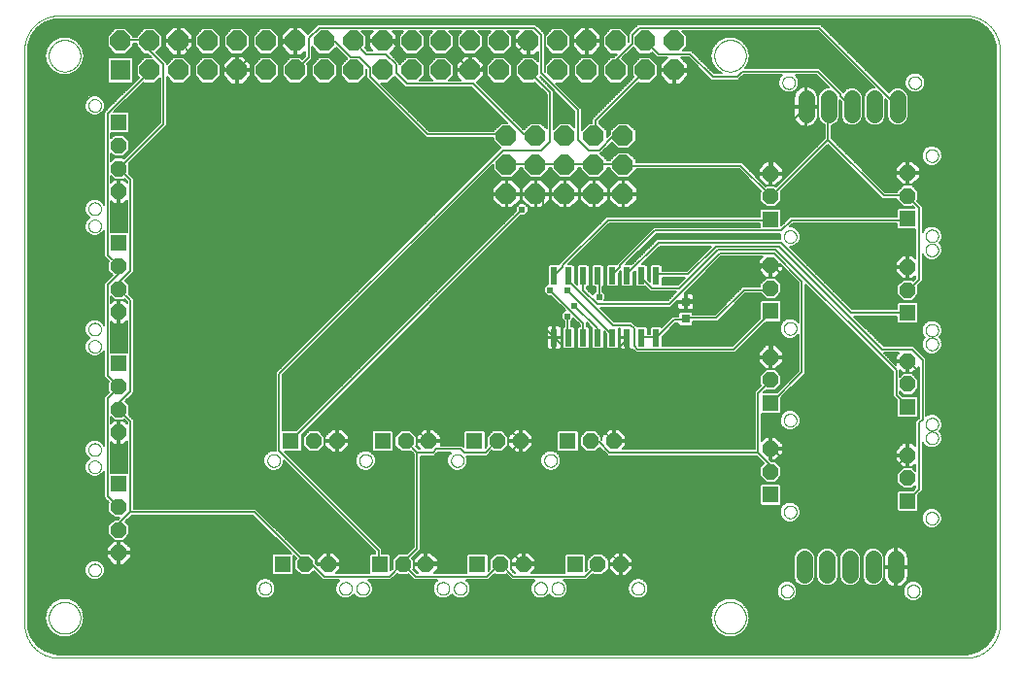
<source format=gtl>
G75*
%MOIN*%
%OFA0B0*%
%FSLAX25Y25*%
%IPPOS*%
%LPD*%
%AMOC8*
5,1,8,0,0,1.08239X$1,22.5*
%
%ADD10R,0.07000X0.07000*%
%ADD11OC8,0.07000*%
%ADD12C,0.00000*%
%ADD13C,0.00039*%
%ADD14OC8,0.05600*%
%ADD15R,0.05600X0.05600*%
%ADD16R,0.02362X0.05906*%
%ADD17R,0.03150X0.03150*%
%ADD18C,0.05600*%
%ADD19C,0.00600*%
%ADD20C,0.02381*%
%ADD21C,0.02400*%
D10*
X0036300Y0206300D03*
D11*
X0046300Y0206300D03*
X0056300Y0206300D03*
X0066300Y0206300D03*
X0076300Y0206300D03*
X0086300Y0206300D03*
X0096300Y0206300D03*
X0106300Y0206300D03*
X0116300Y0206300D03*
X0126300Y0206300D03*
X0136300Y0206300D03*
X0146300Y0206300D03*
X0156300Y0206300D03*
X0166300Y0206300D03*
X0176300Y0206300D03*
X0186300Y0206300D03*
X0196300Y0206300D03*
X0206300Y0206300D03*
X0216300Y0206300D03*
X0226300Y0206300D03*
X0226300Y0216300D03*
X0216300Y0216300D03*
X0206300Y0216300D03*
X0196300Y0216300D03*
X0186300Y0216300D03*
X0176300Y0216300D03*
X0166300Y0216300D03*
X0156300Y0216300D03*
X0146300Y0216300D03*
X0136300Y0216300D03*
X0126300Y0216300D03*
X0116300Y0216300D03*
X0106300Y0216300D03*
X0096300Y0216300D03*
X0086300Y0216300D03*
X0076300Y0216300D03*
X0066300Y0216300D03*
X0056300Y0216300D03*
X0046300Y0216300D03*
X0036300Y0216300D03*
X0168800Y0183800D03*
X0178800Y0183800D03*
X0188800Y0183800D03*
X0198800Y0183800D03*
X0208800Y0183800D03*
X0208800Y0173800D03*
X0198800Y0173800D03*
X0188800Y0173800D03*
X0178800Y0173800D03*
X0168800Y0173800D03*
X0168800Y0163800D03*
X0178800Y0163800D03*
X0188800Y0163800D03*
X0198800Y0163800D03*
X0208800Y0163800D03*
D12*
X0263918Y0149200D02*
X0263920Y0149293D01*
X0263926Y0149385D01*
X0263936Y0149477D01*
X0263950Y0149568D01*
X0263967Y0149659D01*
X0263989Y0149749D01*
X0264014Y0149838D01*
X0264043Y0149926D01*
X0264076Y0150012D01*
X0264113Y0150097D01*
X0264153Y0150181D01*
X0264197Y0150262D01*
X0264244Y0150342D01*
X0264294Y0150420D01*
X0264348Y0150495D01*
X0264405Y0150568D01*
X0264465Y0150638D01*
X0264528Y0150706D01*
X0264594Y0150771D01*
X0264662Y0150833D01*
X0264733Y0150893D01*
X0264807Y0150949D01*
X0264883Y0151002D01*
X0264961Y0151051D01*
X0265041Y0151098D01*
X0265123Y0151140D01*
X0265207Y0151180D01*
X0265292Y0151215D01*
X0265379Y0151247D01*
X0265467Y0151276D01*
X0265556Y0151300D01*
X0265646Y0151321D01*
X0265737Y0151337D01*
X0265829Y0151350D01*
X0265921Y0151359D01*
X0266014Y0151364D01*
X0266106Y0151365D01*
X0266199Y0151362D01*
X0266291Y0151355D01*
X0266383Y0151344D01*
X0266474Y0151329D01*
X0266565Y0151311D01*
X0266655Y0151288D01*
X0266743Y0151262D01*
X0266831Y0151232D01*
X0266917Y0151198D01*
X0267001Y0151161D01*
X0267084Y0151119D01*
X0267165Y0151075D01*
X0267245Y0151027D01*
X0267322Y0150976D01*
X0267396Y0150921D01*
X0267469Y0150863D01*
X0267539Y0150803D01*
X0267606Y0150739D01*
X0267670Y0150673D01*
X0267732Y0150603D01*
X0267790Y0150532D01*
X0267845Y0150458D01*
X0267897Y0150381D01*
X0267946Y0150302D01*
X0267992Y0150222D01*
X0268034Y0150139D01*
X0268072Y0150055D01*
X0268107Y0149969D01*
X0268138Y0149882D01*
X0268165Y0149794D01*
X0268188Y0149704D01*
X0268208Y0149614D01*
X0268224Y0149523D01*
X0268236Y0149431D01*
X0268244Y0149339D01*
X0268248Y0149246D01*
X0268248Y0149154D01*
X0268244Y0149061D01*
X0268236Y0148969D01*
X0268224Y0148877D01*
X0268208Y0148786D01*
X0268188Y0148696D01*
X0268165Y0148606D01*
X0268138Y0148518D01*
X0268107Y0148431D01*
X0268072Y0148345D01*
X0268034Y0148261D01*
X0267992Y0148178D01*
X0267946Y0148098D01*
X0267897Y0148019D01*
X0267845Y0147942D01*
X0267790Y0147868D01*
X0267732Y0147797D01*
X0267670Y0147727D01*
X0267606Y0147661D01*
X0267539Y0147597D01*
X0267469Y0147537D01*
X0267396Y0147479D01*
X0267322Y0147424D01*
X0267245Y0147373D01*
X0267166Y0147325D01*
X0267084Y0147281D01*
X0267001Y0147239D01*
X0266917Y0147202D01*
X0266831Y0147168D01*
X0266743Y0147138D01*
X0266655Y0147112D01*
X0266565Y0147089D01*
X0266474Y0147071D01*
X0266383Y0147056D01*
X0266291Y0147045D01*
X0266199Y0147038D01*
X0266106Y0147035D01*
X0266014Y0147036D01*
X0265921Y0147041D01*
X0265829Y0147050D01*
X0265737Y0147063D01*
X0265646Y0147079D01*
X0265556Y0147100D01*
X0265467Y0147124D01*
X0265379Y0147153D01*
X0265292Y0147185D01*
X0265207Y0147220D01*
X0265123Y0147260D01*
X0265041Y0147302D01*
X0264961Y0147349D01*
X0264883Y0147398D01*
X0264807Y0147451D01*
X0264733Y0147507D01*
X0264662Y0147567D01*
X0264594Y0147629D01*
X0264528Y0147694D01*
X0264465Y0147762D01*
X0264405Y0147832D01*
X0264348Y0147905D01*
X0264294Y0147980D01*
X0264244Y0148058D01*
X0264197Y0148138D01*
X0264153Y0148219D01*
X0264113Y0148303D01*
X0264076Y0148388D01*
X0264043Y0148474D01*
X0264014Y0148562D01*
X0263989Y0148651D01*
X0263967Y0148741D01*
X0263950Y0148832D01*
X0263936Y0148923D01*
X0263926Y0149015D01*
X0263920Y0149107D01*
X0263918Y0149200D01*
X0263918Y0117704D02*
X0263920Y0117797D01*
X0263926Y0117889D01*
X0263936Y0117981D01*
X0263950Y0118072D01*
X0263967Y0118163D01*
X0263989Y0118253D01*
X0264014Y0118342D01*
X0264043Y0118430D01*
X0264076Y0118516D01*
X0264113Y0118601D01*
X0264153Y0118685D01*
X0264197Y0118766D01*
X0264244Y0118846D01*
X0264294Y0118924D01*
X0264348Y0118999D01*
X0264405Y0119072D01*
X0264465Y0119142D01*
X0264528Y0119210D01*
X0264594Y0119275D01*
X0264662Y0119337D01*
X0264733Y0119397D01*
X0264807Y0119453D01*
X0264883Y0119506D01*
X0264961Y0119555D01*
X0265041Y0119602D01*
X0265123Y0119644D01*
X0265207Y0119684D01*
X0265292Y0119719D01*
X0265379Y0119751D01*
X0265467Y0119780D01*
X0265556Y0119804D01*
X0265646Y0119825D01*
X0265737Y0119841D01*
X0265829Y0119854D01*
X0265921Y0119863D01*
X0266014Y0119868D01*
X0266106Y0119869D01*
X0266199Y0119866D01*
X0266291Y0119859D01*
X0266383Y0119848D01*
X0266474Y0119833D01*
X0266565Y0119815D01*
X0266655Y0119792D01*
X0266743Y0119766D01*
X0266831Y0119736D01*
X0266917Y0119702D01*
X0267001Y0119665D01*
X0267084Y0119623D01*
X0267165Y0119579D01*
X0267245Y0119531D01*
X0267322Y0119480D01*
X0267396Y0119425D01*
X0267469Y0119367D01*
X0267539Y0119307D01*
X0267606Y0119243D01*
X0267670Y0119177D01*
X0267732Y0119107D01*
X0267790Y0119036D01*
X0267845Y0118962D01*
X0267897Y0118885D01*
X0267946Y0118806D01*
X0267992Y0118726D01*
X0268034Y0118643D01*
X0268072Y0118559D01*
X0268107Y0118473D01*
X0268138Y0118386D01*
X0268165Y0118298D01*
X0268188Y0118208D01*
X0268208Y0118118D01*
X0268224Y0118027D01*
X0268236Y0117935D01*
X0268244Y0117843D01*
X0268248Y0117750D01*
X0268248Y0117658D01*
X0268244Y0117565D01*
X0268236Y0117473D01*
X0268224Y0117381D01*
X0268208Y0117290D01*
X0268188Y0117200D01*
X0268165Y0117110D01*
X0268138Y0117022D01*
X0268107Y0116935D01*
X0268072Y0116849D01*
X0268034Y0116765D01*
X0267992Y0116682D01*
X0267946Y0116602D01*
X0267897Y0116523D01*
X0267845Y0116446D01*
X0267790Y0116372D01*
X0267732Y0116301D01*
X0267670Y0116231D01*
X0267606Y0116165D01*
X0267539Y0116101D01*
X0267469Y0116041D01*
X0267396Y0115983D01*
X0267322Y0115928D01*
X0267245Y0115877D01*
X0267166Y0115829D01*
X0267084Y0115785D01*
X0267001Y0115743D01*
X0266917Y0115706D01*
X0266831Y0115672D01*
X0266743Y0115642D01*
X0266655Y0115616D01*
X0266565Y0115593D01*
X0266474Y0115575D01*
X0266383Y0115560D01*
X0266291Y0115549D01*
X0266199Y0115542D01*
X0266106Y0115539D01*
X0266014Y0115540D01*
X0265921Y0115545D01*
X0265829Y0115554D01*
X0265737Y0115567D01*
X0265646Y0115583D01*
X0265556Y0115604D01*
X0265467Y0115628D01*
X0265379Y0115657D01*
X0265292Y0115689D01*
X0265207Y0115724D01*
X0265123Y0115764D01*
X0265041Y0115806D01*
X0264961Y0115853D01*
X0264883Y0115902D01*
X0264807Y0115955D01*
X0264733Y0116011D01*
X0264662Y0116071D01*
X0264594Y0116133D01*
X0264528Y0116198D01*
X0264465Y0116266D01*
X0264405Y0116336D01*
X0264348Y0116409D01*
X0264294Y0116484D01*
X0264244Y0116562D01*
X0264197Y0116642D01*
X0264153Y0116723D01*
X0264113Y0116807D01*
X0264076Y0116892D01*
X0264043Y0116978D01*
X0264014Y0117066D01*
X0263989Y0117155D01*
X0263967Y0117245D01*
X0263950Y0117336D01*
X0263936Y0117427D01*
X0263926Y0117519D01*
X0263920Y0117611D01*
X0263918Y0117704D01*
X0263918Y0086208D02*
X0263920Y0086301D01*
X0263926Y0086393D01*
X0263936Y0086485D01*
X0263950Y0086576D01*
X0263967Y0086667D01*
X0263989Y0086757D01*
X0264014Y0086846D01*
X0264043Y0086934D01*
X0264076Y0087020D01*
X0264113Y0087105D01*
X0264153Y0087189D01*
X0264197Y0087270D01*
X0264244Y0087350D01*
X0264294Y0087428D01*
X0264348Y0087503D01*
X0264405Y0087576D01*
X0264465Y0087646D01*
X0264528Y0087714D01*
X0264594Y0087779D01*
X0264662Y0087841D01*
X0264733Y0087901D01*
X0264807Y0087957D01*
X0264883Y0088010D01*
X0264961Y0088059D01*
X0265041Y0088106D01*
X0265123Y0088148D01*
X0265207Y0088188D01*
X0265292Y0088223D01*
X0265379Y0088255D01*
X0265467Y0088284D01*
X0265556Y0088308D01*
X0265646Y0088329D01*
X0265737Y0088345D01*
X0265829Y0088358D01*
X0265921Y0088367D01*
X0266014Y0088372D01*
X0266106Y0088373D01*
X0266199Y0088370D01*
X0266291Y0088363D01*
X0266383Y0088352D01*
X0266474Y0088337D01*
X0266565Y0088319D01*
X0266655Y0088296D01*
X0266743Y0088270D01*
X0266831Y0088240D01*
X0266917Y0088206D01*
X0267001Y0088169D01*
X0267084Y0088127D01*
X0267165Y0088083D01*
X0267245Y0088035D01*
X0267322Y0087984D01*
X0267396Y0087929D01*
X0267469Y0087871D01*
X0267539Y0087811D01*
X0267606Y0087747D01*
X0267670Y0087681D01*
X0267732Y0087611D01*
X0267790Y0087540D01*
X0267845Y0087466D01*
X0267897Y0087389D01*
X0267946Y0087310D01*
X0267992Y0087230D01*
X0268034Y0087147D01*
X0268072Y0087063D01*
X0268107Y0086977D01*
X0268138Y0086890D01*
X0268165Y0086802D01*
X0268188Y0086712D01*
X0268208Y0086622D01*
X0268224Y0086531D01*
X0268236Y0086439D01*
X0268244Y0086347D01*
X0268248Y0086254D01*
X0268248Y0086162D01*
X0268244Y0086069D01*
X0268236Y0085977D01*
X0268224Y0085885D01*
X0268208Y0085794D01*
X0268188Y0085704D01*
X0268165Y0085614D01*
X0268138Y0085526D01*
X0268107Y0085439D01*
X0268072Y0085353D01*
X0268034Y0085269D01*
X0267992Y0085186D01*
X0267946Y0085106D01*
X0267897Y0085027D01*
X0267845Y0084950D01*
X0267790Y0084876D01*
X0267732Y0084805D01*
X0267670Y0084735D01*
X0267606Y0084669D01*
X0267539Y0084605D01*
X0267469Y0084545D01*
X0267396Y0084487D01*
X0267322Y0084432D01*
X0267245Y0084381D01*
X0267166Y0084333D01*
X0267084Y0084289D01*
X0267001Y0084247D01*
X0266917Y0084210D01*
X0266831Y0084176D01*
X0266743Y0084146D01*
X0266655Y0084120D01*
X0266565Y0084097D01*
X0266474Y0084079D01*
X0266383Y0084064D01*
X0266291Y0084053D01*
X0266199Y0084046D01*
X0266106Y0084043D01*
X0266014Y0084044D01*
X0265921Y0084049D01*
X0265829Y0084058D01*
X0265737Y0084071D01*
X0265646Y0084087D01*
X0265556Y0084108D01*
X0265467Y0084132D01*
X0265379Y0084161D01*
X0265292Y0084193D01*
X0265207Y0084228D01*
X0265123Y0084268D01*
X0265041Y0084310D01*
X0264961Y0084357D01*
X0264883Y0084406D01*
X0264807Y0084459D01*
X0264733Y0084515D01*
X0264662Y0084575D01*
X0264594Y0084637D01*
X0264528Y0084702D01*
X0264465Y0084770D01*
X0264405Y0084840D01*
X0264348Y0084913D01*
X0264294Y0084988D01*
X0264244Y0085066D01*
X0264197Y0085146D01*
X0264153Y0085227D01*
X0264113Y0085311D01*
X0264076Y0085396D01*
X0264043Y0085482D01*
X0264014Y0085570D01*
X0263989Y0085659D01*
X0263967Y0085749D01*
X0263950Y0085840D01*
X0263936Y0085931D01*
X0263926Y0086023D01*
X0263920Y0086115D01*
X0263918Y0086208D01*
X0263918Y0054712D02*
X0263920Y0054805D01*
X0263926Y0054897D01*
X0263936Y0054989D01*
X0263950Y0055080D01*
X0263967Y0055171D01*
X0263989Y0055261D01*
X0264014Y0055350D01*
X0264043Y0055438D01*
X0264076Y0055524D01*
X0264113Y0055609D01*
X0264153Y0055693D01*
X0264197Y0055774D01*
X0264244Y0055854D01*
X0264294Y0055932D01*
X0264348Y0056007D01*
X0264405Y0056080D01*
X0264465Y0056150D01*
X0264528Y0056218D01*
X0264594Y0056283D01*
X0264662Y0056345D01*
X0264733Y0056405D01*
X0264807Y0056461D01*
X0264883Y0056514D01*
X0264961Y0056563D01*
X0265041Y0056610D01*
X0265123Y0056652D01*
X0265207Y0056692D01*
X0265292Y0056727D01*
X0265379Y0056759D01*
X0265467Y0056788D01*
X0265556Y0056812D01*
X0265646Y0056833D01*
X0265737Y0056849D01*
X0265829Y0056862D01*
X0265921Y0056871D01*
X0266014Y0056876D01*
X0266106Y0056877D01*
X0266199Y0056874D01*
X0266291Y0056867D01*
X0266383Y0056856D01*
X0266474Y0056841D01*
X0266565Y0056823D01*
X0266655Y0056800D01*
X0266743Y0056774D01*
X0266831Y0056744D01*
X0266917Y0056710D01*
X0267001Y0056673D01*
X0267084Y0056631D01*
X0267165Y0056587D01*
X0267245Y0056539D01*
X0267322Y0056488D01*
X0267396Y0056433D01*
X0267469Y0056375D01*
X0267539Y0056315D01*
X0267606Y0056251D01*
X0267670Y0056185D01*
X0267732Y0056115D01*
X0267790Y0056044D01*
X0267845Y0055970D01*
X0267897Y0055893D01*
X0267946Y0055814D01*
X0267992Y0055734D01*
X0268034Y0055651D01*
X0268072Y0055567D01*
X0268107Y0055481D01*
X0268138Y0055394D01*
X0268165Y0055306D01*
X0268188Y0055216D01*
X0268208Y0055126D01*
X0268224Y0055035D01*
X0268236Y0054943D01*
X0268244Y0054851D01*
X0268248Y0054758D01*
X0268248Y0054666D01*
X0268244Y0054573D01*
X0268236Y0054481D01*
X0268224Y0054389D01*
X0268208Y0054298D01*
X0268188Y0054208D01*
X0268165Y0054118D01*
X0268138Y0054030D01*
X0268107Y0053943D01*
X0268072Y0053857D01*
X0268034Y0053773D01*
X0267992Y0053690D01*
X0267946Y0053610D01*
X0267897Y0053531D01*
X0267845Y0053454D01*
X0267790Y0053380D01*
X0267732Y0053309D01*
X0267670Y0053239D01*
X0267606Y0053173D01*
X0267539Y0053109D01*
X0267469Y0053049D01*
X0267396Y0052991D01*
X0267322Y0052936D01*
X0267245Y0052885D01*
X0267166Y0052837D01*
X0267084Y0052793D01*
X0267001Y0052751D01*
X0266917Y0052714D01*
X0266831Y0052680D01*
X0266743Y0052650D01*
X0266655Y0052624D01*
X0266565Y0052601D01*
X0266474Y0052583D01*
X0266383Y0052568D01*
X0266291Y0052557D01*
X0266199Y0052550D01*
X0266106Y0052547D01*
X0266014Y0052548D01*
X0265921Y0052553D01*
X0265829Y0052562D01*
X0265737Y0052575D01*
X0265646Y0052591D01*
X0265556Y0052612D01*
X0265467Y0052636D01*
X0265379Y0052665D01*
X0265292Y0052697D01*
X0265207Y0052732D01*
X0265123Y0052772D01*
X0265041Y0052814D01*
X0264961Y0052861D01*
X0264883Y0052910D01*
X0264807Y0052963D01*
X0264733Y0053019D01*
X0264662Y0053079D01*
X0264594Y0053141D01*
X0264528Y0053206D01*
X0264465Y0053274D01*
X0264405Y0053344D01*
X0264348Y0053417D01*
X0264294Y0053492D01*
X0264244Y0053570D01*
X0264197Y0053650D01*
X0264153Y0053731D01*
X0264113Y0053815D01*
X0264076Y0053900D01*
X0264043Y0053986D01*
X0264014Y0054074D01*
X0263989Y0054163D01*
X0263967Y0054253D01*
X0263950Y0054344D01*
X0263936Y0054435D01*
X0263926Y0054527D01*
X0263920Y0054619D01*
X0263918Y0054712D01*
X0262844Y0027532D02*
X0262846Y0027625D01*
X0262852Y0027717D01*
X0262862Y0027809D01*
X0262876Y0027900D01*
X0262893Y0027991D01*
X0262915Y0028081D01*
X0262940Y0028170D01*
X0262969Y0028258D01*
X0263002Y0028344D01*
X0263039Y0028429D01*
X0263079Y0028513D01*
X0263123Y0028594D01*
X0263170Y0028674D01*
X0263220Y0028752D01*
X0263274Y0028827D01*
X0263331Y0028900D01*
X0263391Y0028970D01*
X0263454Y0029038D01*
X0263520Y0029103D01*
X0263588Y0029165D01*
X0263659Y0029225D01*
X0263733Y0029281D01*
X0263809Y0029334D01*
X0263887Y0029383D01*
X0263967Y0029430D01*
X0264049Y0029472D01*
X0264133Y0029512D01*
X0264218Y0029547D01*
X0264305Y0029579D01*
X0264393Y0029608D01*
X0264482Y0029632D01*
X0264572Y0029653D01*
X0264663Y0029669D01*
X0264755Y0029682D01*
X0264847Y0029691D01*
X0264940Y0029696D01*
X0265032Y0029697D01*
X0265125Y0029694D01*
X0265217Y0029687D01*
X0265309Y0029676D01*
X0265400Y0029661D01*
X0265491Y0029643D01*
X0265581Y0029620D01*
X0265669Y0029594D01*
X0265757Y0029564D01*
X0265843Y0029530D01*
X0265927Y0029493D01*
X0266010Y0029451D01*
X0266091Y0029407D01*
X0266171Y0029359D01*
X0266248Y0029308D01*
X0266322Y0029253D01*
X0266395Y0029195D01*
X0266465Y0029135D01*
X0266532Y0029071D01*
X0266596Y0029005D01*
X0266658Y0028935D01*
X0266716Y0028864D01*
X0266771Y0028790D01*
X0266823Y0028713D01*
X0266872Y0028634D01*
X0266918Y0028554D01*
X0266960Y0028471D01*
X0266998Y0028387D01*
X0267033Y0028301D01*
X0267064Y0028214D01*
X0267091Y0028126D01*
X0267114Y0028036D01*
X0267134Y0027946D01*
X0267150Y0027855D01*
X0267162Y0027763D01*
X0267170Y0027671D01*
X0267174Y0027578D01*
X0267174Y0027486D01*
X0267170Y0027393D01*
X0267162Y0027301D01*
X0267150Y0027209D01*
X0267134Y0027118D01*
X0267114Y0027028D01*
X0267091Y0026938D01*
X0267064Y0026850D01*
X0267033Y0026763D01*
X0266998Y0026677D01*
X0266960Y0026593D01*
X0266918Y0026510D01*
X0266872Y0026430D01*
X0266823Y0026351D01*
X0266771Y0026274D01*
X0266716Y0026200D01*
X0266658Y0026129D01*
X0266596Y0026059D01*
X0266532Y0025993D01*
X0266465Y0025929D01*
X0266395Y0025869D01*
X0266322Y0025811D01*
X0266248Y0025756D01*
X0266171Y0025705D01*
X0266092Y0025657D01*
X0266010Y0025613D01*
X0265927Y0025571D01*
X0265843Y0025534D01*
X0265757Y0025500D01*
X0265669Y0025470D01*
X0265581Y0025444D01*
X0265491Y0025421D01*
X0265400Y0025403D01*
X0265309Y0025388D01*
X0265217Y0025377D01*
X0265125Y0025370D01*
X0265032Y0025367D01*
X0264940Y0025368D01*
X0264847Y0025373D01*
X0264755Y0025382D01*
X0264663Y0025395D01*
X0264572Y0025411D01*
X0264482Y0025432D01*
X0264393Y0025456D01*
X0264305Y0025485D01*
X0264218Y0025517D01*
X0264133Y0025552D01*
X0264049Y0025592D01*
X0263967Y0025634D01*
X0263887Y0025681D01*
X0263809Y0025730D01*
X0263733Y0025783D01*
X0263659Y0025839D01*
X0263588Y0025899D01*
X0263520Y0025961D01*
X0263454Y0026026D01*
X0263391Y0026094D01*
X0263331Y0026164D01*
X0263274Y0026237D01*
X0263220Y0026312D01*
X0263170Y0026390D01*
X0263123Y0026470D01*
X0263079Y0026551D01*
X0263039Y0026635D01*
X0263002Y0026720D01*
X0262969Y0026806D01*
X0262940Y0026894D01*
X0262915Y0026983D01*
X0262893Y0027073D01*
X0262876Y0027164D01*
X0262862Y0027255D01*
X0262852Y0027347D01*
X0262846Y0027439D01*
X0262844Y0027532D01*
X0306152Y0027532D02*
X0306154Y0027625D01*
X0306160Y0027717D01*
X0306170Y0027809D01*
X0306184Y0027900D01*
X0306201Y0027991D01*
X0306223Y0028081D01*
X0306248Y0028170D01*
X0306277Y0028258D01*
X0306310Y0028344D01*
X0306347Y0028429D01*
X0306387Y0028513D01*
X0306431Y0028594D01*
X0306478Y0028674D01*
X0306528Y0028752D01*
X0306582Y0028827D01*
X0306639Y0028900D01*
X0306699Y0028970D01*
X0306762Y0029038D01*
X0306828Y0029103D01*
X0306896Y0029165D01*
X0306967Y0029225D01*
X0307041Y0029281D01*
X0307117Y0029334D01*
X0307195Y0029383D01*
X0307275Y0029430D01*
X0307357Y0029472D01*
X0307441Y0029512D01*
X0307526Y0029547D01*
X0307613Y0029579D01*
X0307701Y0029608D01*
X0307790Y0029632D01*
X0307880Y0029653D01*
X0307971Y0029669D01*
X0308063Y0029682D01*
X0308155Y0029691D01*
X0308248Y0029696D01*
X0308340Y0029697D01*
X0308433Y0029694D01*
X0308525Y0029687D01*
X0308617Y0029676D01*
X0308708Y0029661D01*
X0308799Y0029643D01*
X0308889Y0029620D01*
X0308977Y0029594D01*
X0309065Y0029564D01*
X0309151Y0029530D01*
X0309235Y0029493D01*
X0309318Y0029451D01*
X0309399Y0029407D01*
X0309479Y0029359D01*
X0309556Y0029308D01*
X0309630Y0029253D01*
X0309703Y0029195D01*
X0309773Y0029135D01*
X0309840Y0029071D01*
X0309904Y0029005D01*
X0309966Y0028935D01*
X0310024Y0028864D01*
X0310079Y0028790D01*
X0310131Y0028713D01*
X0310180Y0028634D01*
X0310226Y0028554D01*
X0310268Y0028471D01*
X0310306Y0028387D01*
X0310341Y0028301D01*
X0310372Y0028214D01*
X0310399Y0028126D01*
X0310422Y0028036D01*
X0310442Y0027946D01*
X0310458Y0027855D01*
X0310470Y0027763D01*
X0310478Y0027671D01*
X0310482Y0027578D01*
X0310482Y0027486D01*
X0310478Y0027393D01*
X0310470Y0027301D01*
X0310458Y0027209D01*
X0310442Y0027118D01*
X0310422Y0027028D01*
X0310399Y0026938D01*
X0310372Y0026850D01*
X0310341Y0026763D01*
X0310306Y0026677D01*
X0310268Y0026593D01*
X0310226Y0026510D01*
X0310180Y0026430D01*
X0310131Y0026351D01*
X0310079Y0026274D01*
X0310024Y0026200D01*
X0309966Y0026129D01*
X0309904Y0026059D01*
X0309840Y0025993D01*
X0309773Y0025929D01*
X0309703Y0025869D01*
X0309630Y0025811D01*
X0309556Y0025756D01*
X0309479Y0025705D01*
X0309400Y0025657D01*
X0309318Y0025613D01*
X0309235Y0025571D01*
X0309151Y0025534D01*
X0309065Y0025500D01*
X0308977Y0025470D01*
X0308889Y0025444D01*
X0308799Y0025421D01*
X0308708Y0025403D01*
X0308617Y0025388D01*
X0308525Y0025377D01*
X0308433Y0025370D01*
X0308340Y0025367D01*
X0308248Y0025368D01*
X0308155Y0025373D01*
X0308063Y0025382D01*
X0307971Y0025395D01*
X0307880Y0025411D01*
X0307790Y0025432D01*
X0307701Y0025456D01*
X0307613Y0025485D01*
X0307526Y0025517D01*
X0307441Y0025552D01*
X0307357Y0025592D01*
X0307275Y0025634D01*
X0307195Y0025681D01*
X0307117Y0025730D01*
X0307041Y0025783D01*
X0306967Y0025839D01*
X0306896Y0025899D01*
X0306828Y0025961D01*
X0306762Y0026026D01*
X0306699Y0026094D01*
X0306639Y0026164D01*
X0306582Y0026237D01*
X0306528Y0026312D01*
X0306478Y0026390D01*
X0306431Y0026470D01*
X0306387Y0026551D01*
X0306347Y0026635D01*
X0306310Y0026720D01*
X0306277Y0026806D01*
X0306248Y0026894D01*
X0306223Y0026983D01*
X0306201Y0027073D01*
X0306184Y0027164D01*
X0306170Y0027255D01*
X0306160Y0027347D01*
X0306154Y0027439D01*
X0306152Y0027532D01*
X0326182Y0004607D02*
X0326467Y0004610D01*
X0326753Y0004621D01*
X0327038Y0004638D01*
X0327322Y0004662D01*
X0327606Y0004693D01*
X0327889Y0004731D01*
X0328170Y0004776D01*
X0328451Y0004827D01*
X0328731Y0004885D01*
X0329009Y0004950D01*
X0329285Y0005022D01*
X0329559Y0005100D01*
X0329832Y0005185D01*
X0330102Y0005277D01*
X0330370Y0005375D01*
X0330636Y0005479D01*
X0330899Y0005590D01*
X0331159Y0005707D01*
X0331417Y0005830D01*
X0331671Y0005960D01*
X0331922Y0006096D01*
X0332170Y0006237D01*
X0332414Y0006385D01*
X0332655Y0006538D01*
X0332891Y0006698D01*
X0333124Y0006863D01*
X0333353Y0007033D01*
X0333578Y0007209D01*
X0333798Y0007391D01*
X0334014Y0007577D01*
X0334225Y0007769D01*
X0334432Y0007966D01*
X0334634Y0008168D01*
X0334831Y0008375D01*
X0335023Y0008586D01*
X0335209Y0008802D01*
X0335391Y0009022D01*
X0335567Y0009247D01*
X0335737Y0009476D01*
X0335902Y0009709D01*
X0336062Y0009945D01*
X0336215Y0010186D01*
X0336363Y0010430D01*
X0336504Y0010678D01*
X0336640Y0010929D01*
X0336770Y0011183D01*
X0336893Y0011441D01*
X0337010Y0011701D01*
X0337121Y0011964D01*
X0337225Y0012230D01*
X0337323Y0012498D01*
X0337415Y0012768D01*
X0337500Y0013041D01*
X0337578Y0013315D01*
X0337650Y0013591D01*
X0337715Y0013869D01*
X0337773Y0014149D01*
X0337824Y0014430D01*
X0337869Y0014711D01*
X0337907Y0014994D01*
X0337938Y0015278D01*
X0337962Y0015562D01*
X0337979Y0015847D01*
X0337990Y0016133D01*
X0337993Y0016418D01*
X0337993Y0213269D01*
X0337990Y0213554D01*
X0337979Y0213840D01*
X0337962Y0214125D01*
X0337938Y0214409D01*
X0337907Y0214693D01*
X0337869Y0214976D01*
X0337824Y0215257D01*
X0337773Y0215538D01*
X0337715Y0215818D01*
X0337650Y0216096D01*
X0337578Y0216372D01*
X0337500Y0216646D01*
X0337415Y0216919D01*
X0337323Y0217189D01*
X0337225Y0217457D01*
X0337121Y0217723D01*
X0337010Y0217986D01*
X0336893Y0218246D01*
X0336770Y0218504D01*
X0336640Y0218758D01*
X0336504Y0219009D01*
X0336363Y0219257D01*
X0336215Y0219501D01*
X0336062Y0219742D01*
X0335902Y0219978D01*
X0335737Y0220211D01*
X0335567Y0220440D01*
X0335391Y0220665D01*
X0335209Y0220885D01*
X0335023Y0221101D01*
X0334831Y0221312D01*
X0334634Y0221519D01*
X0334432Y0221721D01*
X0334225Y0221918D01*
X0334014Y0222110D01*
X0333798Y0222296D01*
X0333578Y0222478D01*
X0333353Y0222654D01*
X0333124Y0222824D01*
X0332891Y0222989D01*
X0332655Y0223149D01*
X0332414Y0223302D01*
X0332170Y0223450D01*
X0331922Y0223591D01*
X0331671Y0223727D01*
X0331417Y0223857D01*
X0331159Y0223980D01*
X0330899Y0224097D01*
X0330636Y0224208D01*
X0330370Y0224312D01*
X0330102Y0224410D01*
X0329832Y0224502D01*
X0329559Y0224587D01*
X0329285Y0224665D01*
X0329009Y0224737D01*
X0328731Y0224802D01*
X0328451Y0224860D01*
X0328170Y0224911D01*
X0327889Y0224956D01*
X0327606Y0224994D01*
X0327322Y0225025D01*
X0327038Y0225049D01*
X0326753Y0225066D01*
X0326467Y0225077D01*
X0326182Y0225080D01*
X0015158Y0225080D01*
X0014873Y0225077D01*
X0014587Y0225066D01*
X0014302Y0225049D01*
X0014018Y0225025D01*
X0013734Y0224994D01*
X0013451Y0224956D01*
X0013170Y0224911D01*
X0012889Y0224860D01*
X0012609Y0224802D01*
X0012331Y0224737D01*
X0012055Y0224665D01*
X0011781Y0224587D01*
X0011508Y0224502D01*
X0011238Y0224410D01*
X0010970Y0224312D01*
X0010704Y0224208D01*
X0010441Y0224097D01*
X0010181Y0223980D01*
X0009923Y0223857D01*
X0009669Y0223727D01*
X0009418Y0223591D01*
X0009170Y0223450D01*
X0008926Y0223302D01*
X0008685Y0223149D01*
X0008449Y0222989D01*
X0008216Y0222824D01*
X0007987Y0222654D01*
X0007762Y0222478D01*
X0007542Y0222296D01*
X0007326Y0222110D01*
X0007115Y0221918D01*
X0006908Y0221721D01*
X0006706Y0221519D01*
X0006509Y0221312D01*
X0006317Y0221101D01*
X0006131Y0220885D01*
X0005949Y0220665D01*
X0005773Y0220440D01*
X0005603Y0220211D01*
X0005438Y0219978D01*
X0005278Y0219742D01*
X0005125Y0219501D01*
X0004977Y0219257D01*
X0004836Y0219009D01*
X0004700Y0218758D01*
X0004570Y0218504D01*
X0004447Y0218246D01*
X0004330Y0217986D01*
X0004219Y0217723D01*
X0004115Y0217457D01*
X0004017Y0217189D01*
X0003925Y0216919D01*
X0003840Y0216646D01*
X0003762Y0216372D01*
X0003690Y0216096D01*
X0003625Y0215818D01*
X0003567Y0215538D01*
X0003516Y0215257D01*
X0003471Y0214976D01*
X0003433Y0214693D01*
X0003402Y0214409D01*
X0003378Y0214125D01*
X0003361Y0213840D01*
X0003350Y0213554D01*
X0003347Y0213269D01*
X0003347Y0016418D01*
X0003350Y0016133D01*
X0003361Y0015847D01*
X0003378Y0015562D01*
X0003402Y0015278D01*
X0003433Y0014994D01*
X0003471Y0014711D01*
X0003516Y0014430D01*
X0003567Y0014149D01*
X0003625Y0013869D01*
X0003690Y0013591D01*
X0003762Y0013315D01*
X0003840Y0013041D01*
X0003925Y0012768D01*
X0004017Y0012498D01*
X0004115Y0012230D01*
X0004219Y0011964D01*
X0004330Y0011701D01*
X0004447Y0011441D01*
X0004570Y0011183D01*
X0004700Y0010929D01*
X0004836Y0010678D01*
X0004977Y0010430D01*
X0005125Y0010186D01*
X0005278Y0009945D01*
X0005438Y0009709D01*
X0005603Y0009476D01*
X0005773Y0009247D01*
X0005949Y0009022D01*
X0006131Y0008802D01*
X0006317Y0008586D01*
X0006509Y0008375D01*
X0006706Y0008168D01*
X0006908Y0007966D01*
X0007115Y0007769D01*
X0007326Y0007577D01*
X0007542Y0007391D01*
X0007762Y0007209D01*
X0007987Y0007033D01*
X0008216Y0006863D01*
X0008449Y0006698D01*
X0008685Y0006538D01*
X0008926Y0006385D01*
X0009170Y0006237D01*
X0009418Y0006096D01*
X0009669Y0005960D01*
X0009923Y0005830D01*
X0010181Y0005707D01*
X0010441Y0005590D01*
X0010704Y0005479D01*
X0010970Y0005375D01*
X0011238Y0005277D01*
X0011508Y0005185D01*
X0011781Y0005100D01*
X0012055Y0005022D01*
X0012331Y0004950D01*
X0012609Y0004885D01*
X0012889Y0004827D01*
X0013170Y0004776D01*
X0013451Y0004731D01*
X0013734Y0004693D01*
X0014018Y0004662D01*
X0014302Y0004638D01*
X0014587Y0004621D01*
X0014873Y0004610D01*
X0015158Y0004607D01*
X0326182Y0004607D01*
X0312537Y0052559D02*
X0312539Y0052652D01*
X0312545Y0052744D01*
X0312555Y0052836D01*
X0312569Y0052927D01*
X0312586Y0053018D01*
X0312608Y0053108D01*
X0312633Y0053197D01*
X0312662Y0053285D01*
X0312695Y0053371D01*
X0312732Y0053456D01*
X0312772Y0053540D01*
X0312816Y0053621D01*
X0312863Y0053701D01*
X0312913Y0053779D01*
X0312967Y0053854D01*
X0313024Y0053927D01*
X0313084Y0053997D01*
X0313147Y0054065D01*
X0313213Y0054130D01*
X0313281Y0054192D01*
X0313352Y0054252D01*
X0313426Y0054308D01*
X0313502Y0054361D01*
X0313580Y0054410D01*
X0313660Y0054457D01*
X0313742Y0054499D01*
X0313826Y0054539D01*
X0313911Y0054574D01*
X0313998Y0054606D01*
X0314086Y0054635D01*
X0314175Y0054659D01*
X0314265Y0054680D01*
X0314356Y0054696D01*
X0314448Y0054709D01*
X0314540Y0054718D01*
X0314633Y0054723D01*
X0314725Y0054724D01*
X0314818Y0054721D01*
X0314910Y0054714D01*
X0315002Y0054703D01*
X0315093Y0054688D01*
X0315184Y0054670D01*
X0315274Y0054647D01*
X0315362Y0054621D01*
X0315450Y0054591D01*
X0315536Y0054557D01*
X0315620Y0054520D01*
X0315703Y0054478D01*
X0315784Y0054434D01*
X0315864Y0054386D01*
X0315941Y0054335D01*
X0316015Y0054280D01*
X0316088Y0054222D01*
X0316158Y0054162D01*
X0316225Y0054098D01*
X0316289Y0054032D01*
X0316351Y0053962D01*
X0316409Y0053891D01*
X0316464Y0053817D01*
X0316516Y0053740D01*
X0316565Y0053661D01*
X0316611Y0053581D01*
X0316653Y0053498D01*
X0316691Y0053414D01*
X0316726Y0053328D01*
X0316757Y0053241D01*
X0316784Y0053153D01*
X0316807Y0053063D01*
X0316827Y0052973D01*
X0316843Y0052882D01*
X0316855Y0052790D01*
X0316863Y0052698D01*
X0316867Y0052605D01*
X0316867Y0052513D01*
X0316863Y0052420D01*
X0316855Y0052328D01*
X0316843Y0052236D01*
X0316827Y0052145D01*
X0316807Y0052055D01*
X0316784Y0051965D01*
X0316757Y0051877D01*
X0316726Y0051790D01*
X0316691Y0051704D01*
X0316653Y0051620D01*
X0316611Y0051537D01*
X0316565Y0051457D01*
X0316516Y0051378D01*
X0316464Y0051301D01*
X0316409Y0051227D01*
X0316351Y0051156D01*
X0316289Y0051086D01*
X0316225Y0051020D01*
X0316158Y0050956D01*
X0316088Y0050896D01*
X0316015Y0050838D01*
X0315941Y0050783D01*
X0315864Y0050732D01*
X0315785Y0050684D01*
X0315703Y0050640D01*
X0315620Y0050598D01*
X0315536Y0050561D01*
X0315450Y0050527D01*
X0315362Y0050497D01*
X0315274Y0050471D01*
X0315184Y0050448D01*
X0315093Y0050430D01*
X0315002Y0050415D01*
X0314910Y0050404D01*
X0314818Y0050397D01*
X0314725Y0050394D01*
X0314633Y0050395D01*
X0314540Y0050400D01*
X0314448Y0050409D01*
X0314356Y0050422D01*
X0314265Y0050438D01*
X0314175Y0050459D01*
X0314086Y0050483D01*
X0313998Y0050512D01*
X0313911Y0050544D01*
X0313826Y0050579D01*
X0313742Y0050619D01*
X0313660Y0050661D01*
X0313580Y0050708D01*
X0313502Y0050757D01*
X0313426Y0050810D01*
X0313352Y0050866D01*
X0313281Y0050926D01*
X0313213Y0050988D01*
X0313147Y0051053D01*
X0313084Y0051121D01*
X0313024Y0051191D01*
X0312967Y0051264D01*
X0312913Y0051339D01*
X0312863Y0051417D01*
X0312816Y0051497D01*
X0312772Y0051578D01*
X0312732Y0051662D01*
X0312695Y0051747D01*
X0312662Y0051833D01*
X0312633Y0051921D01*
X0312608Y0052010D01*
X0312586Y0052100D01*
X0312569Y0052191D01*
X0312555Y0052282D01*
X0312545Y0052374D01*
X0312539Y0052466D01*
X0312537Y0052559D01*
X0312537Y0080118D02*
X0312539Y0080211D01*
X0312545Y0080303D01*
X0312555Y0080395D01*
X0312569Y0080486D01*
X0312586Y0080577D01*
X0312608Y0080667D01*
X0312633Y0080756D01*
X0312662Y0080844D01*
X0312695Y0080930D01*
X0312732Y0081015D01*
X0312772Y0081099D01*
X0312816Y0081180D01*
X0312863Y0081260D01*
X0312913Y0081338D01*
X0312967Y0081413D01*
X0313024Y0081486D01*
X0313084Y0081556D01*
X0313147Y0081624D01*
X0313213Y0081689D01*
X0313281Y0081751D01*
X0313352Y0081811D01*
X0313426Y0081867D01*
X0313502Y0081920D01*
X0313580Y0081969D01*
X0313660Y0082016D01*
X0313742Y0082058D01*
X0313826Y0082098D01*
X0313911Y0082133D01*
X0313998Y0082165D01*
X0314086Y0082194D01*
X0314175Y0082218D01*
X0314265Y0082239D01*
X0314356Y0082255D01*
X0314448Y0082268D01*
X0314540Y0082277D01*
X0314633Y0082282D01*
X0314725Y0082283D01*
X0314818Y0082280D01*
X0314910Y0082273D01*
X0315002Y0082262D01*
X0315093Y0082247D01*
X0315184Y0082229D01*
X0315274Y0082206D01*
X0315362Y0082180D01*
X0315450Y0082150D01*
X0315536Y0082116D01*
X0315620Y0082079D01*
X0315703Y0082037D01*
X0315784Y0081993D01*
X0315864Y0081945D01*
X0315941Y0081894D01*
X0316015Y0081839D01*
X0316088Y0081781D01*
X0316158Y0081721D01*
X0316225Y0081657D01*
X0316289Y0081591D01*
X0316351Y0081521D01*
X0316409Y0081450D01*
X0316464Y0081376D01*
X0316516Y0081299D01*
X0316565Y0081220D01*
X0316611Y0081140D01*
X0316653Y0081057D01*
X0316691Y0080973D01*
X0316726Y0080887D01*
X0316757Y0080800D01*
X0316784Y0080712D01*
X0316807Y0080622D01*
X0316827Y0080532D01*
X0316843Y0080441D01*
X0316855Y0080349D01*
X0316863Y0080257D01*
X0316867Y0080164D01*
X0316867Y0080072D01*
X0316863Y0079979D01*
X0316855Y0079887D01*
X0316843Y0079795D01*
X0316827Y0079704D01*
X0316807Y0079614D01*
X0316784Y0079524D01*
X0316757Y0079436D01*
X0316726Y0079349D01*
X0316691Y0079263D01*
X0316653Y0079179D01*
X0316611Y0079096D01*
X0316565Y0079016D01*
X0316516Y0078937D01*
X0316464Y0078860D01*
X0316409Y0078786D01*
X0316351Y0078715D01*
X0316289Y0078645D01*
X0316225Y0078579D01*
X0316158Y0078515D01*
X0316088Y0078455D01*
X0316015Y0078397D01*
X0315941Y0078342D01*
X0315864Y0078291D01*
X0315785Y0078243D01*
X0315703Y0078199D01*
X0315620Y0078157D01*
X0315536Y0078120D01*
X0315450Y0078086D01*
X0315362Y0078056D01*
X0315274Y0078030D01*
X0315184Y0078007D01*
X0315093Y0077989D01*
X0315002Y0077974D01*
X0314910Y0077963D01*
X0314818Y0077956D01*
X0314725Y0077953D01*
X0314633Y0077954D01*
X0314540Y0077959D01*
X0314448Y0077968D01*
X0314356Y0077981D01*
X0314265Y0077997D01*
X0314175Y0078018D01*
X0314086Y0078042D01*
X0313998Y0078071D01*
X0313911Y0078103D01*
X0313826Y0078138D01*
X0313742Y0078178D01*
X0313660Y0078220D01*
X0313580Y0078267D01*
X0313502Y0078316D01*
X0313426Y0078369D01*
X0313352Y0078425D01*
X0313281Y0078485D01*
X0313213Y0078547D01*
X0313147Y0078612D01*
X0313084Y0078680D01*
X0313024Y0078750D01*
X0312967Y0078823D01*
X0312913Y0078898D01*
X0312863Y0078976D01*
X0312816Y0079056D01*
X0312772Y0079137D01*
X0312732Y0079221D01*
X0312695Y0079306D01*
X0312662Y0079392D01*
X0312633Y0079480D01*
X0312608Y0079569D01*
X0312586Y0079659D01*
X0312569Y0079750D01*
X0312555Y0079841D01*
X0312545Y0079933D01*
X0312539Y0080025D01*
X0312537Y0080118D01*
X0312537Y0084824D02*
X0312539Y0084917D01*
X0312545Y0085009D01*
X0312555Y0085101D01*
X0312569Y0085192D01*
X0312586Y0085283D01*
X0312608Y0085373D01*
X0312633Y0085462D01*
X0312662Y0085550D01*
X0312695Y0085636D01*
X0312732Y0085721D01*
X0312772Y0085805D01*
X0312816Y0085886D01*
X0312863Y0085966D01*
X0312913Y0086044D01*
X0312967Y0086119D01*
X0313024Y0086192D01*
X0313084Y0086262D01*
X0313147Y0086330D01*
X0313213Y0086395D01*
X0313281Y0086457D01*
X0313352Y0086517D01*
X0313426Y0086573D01*
X0313502Y0086626D01*
X0313580Y0086675D01*
X0313660Y0086722D01*
X0313742Y0086764D01*
X0313826Y0086804D01*
X0313911Y0086839D01*
X0313998Y0086871D01*
X0314086Y0086900D01*
X0314175Y0086924D01*
X0314265Y0086945D01*
X0314356Y0086961D01*
X0314448Y0086974D01*
X0314540Y0086983D01*
X0314633Y0086988D01*
X0314725Y0086989D01*
X0314818Y0086986D01*
X0314910Y0086979D01*
X0315002Y0086968D01*
X0315093Y0086953D01*
X0315184Y0086935D01*
X0315274Y0086912D01*
X0315362Y0086886D01*
X0315450Y0086856D01*
X0315536Y0086822D01*
X0315620Y0086785D01*
X0315703Y0086743D01*
X0315784Y0086699D01*
X0315864Y0086651D01*
X0315941Y0086600D01*
X0316015Y0086545D01*
X0316088Y0086487D01*
X0316158Y0086427D01*
X0316225Y0086363D01*
X0316289Y0086297D01*
X0316351Y0086227D01*
X0316409Y0086156D01*
X0316464Y0086082D01*
X0316516Y0086005D01*
X0316565Y0085926D01*
X0316611Y0085846D01*
X0316653Y0085763D01*
X0316691Y0085679D01*
X0316726Y0085593D01*
X0316757Y0085506D01*
X0316784Y0085418D01*
X0316807Y0085328D01*
X0316827Y0085238D01*
X0316843Y0085147D01*
X0316855Y0085055D01*
X0316863Y0084963D01*
X0316867Y0084870D01*
X0316867Y0084778D01*
X0316863Y0084685D01*
X0316855Y0084593D01*
X0316843Y0084501D01*
X0316827Y0084410D01*
X0316807Y0084320D01*
X0316784Y0084230D01*
X0316757Y0084142D01*
X0316726Y0084055D01*
X0316691Y0083969D01*
X0316653Y0083885D01*
X0316611Y0083802D01*
X0316565Y0083722D01*
X0316516Y0083643D01*
X0316464Y0083566D01*
X0316409Y0083492D01*
X0316351Y0083421D01*
X0316289Y0083351D01*
X0316225Y0083285D01*
X0316158Y0083221D01*
X0316088Y0083161D01*
X0316015Y0083103D01*
X0315941Y0083048D01*
X0315864Y0082997D01*
X0315785Y0082949D01*
X0315703Y0082905D01*
X0315620Y0082863D01*
X0315536Y0082826D01*
X0315450Y0082792D01*
X0315362Y0082762D01*
X0315274Y0082736D01*
X0315184Y0082713D01*
X0315093Y0082695D01*
X0315002Y0082680D01*
X0314910Y0082669D01*
X0314818Y0082662D01*
X0314725Y0082659D01*
X0314633Y0082660D01*
X0314540Y0082665D01*
X0314448Y0082674D01*
X0314356Y0082687D01*
X0314265Y0082703D01*
X0314175Y0082724D01*
X0314086Y0082748D01*
X0313998Y0082777D01*
X0313911Y0082809D01*
X0313826Y0082844D01*
X0313742Y0082884D01*
X0313660Y0082926D01*
X0313580Y0082973D01*
X0313502Y0083022D01*
X0313426Y0083075D01*
X0313352Y0083131D01*
X0313281Y0083191D01*
X0313213Y0083253D01*
X0313147Y0083318D01*
X0313084Y0083386D01*
X0313024Y0083456D01*
X0312967Y0083529D01*
X0312913Y0083604D01*
X0312863Y0083682D01*
X0312816Y0083762D01*
X0312772Y0083843D01*
X0312732Y0083927D01*
X0312695Y0084012D01*
X0312662Y0084098D01*
X0312633Y0084186D01*
X0312608Y0084275D01*
X0312586Y0084365D01*
X0312569Y0084456D01*
X0312555Y0084547D01*
X0312545Y0084639D01*
X0312539Y0084731D01*
X0312537Y0084824D01*
X0312537Y0112383D02*
X0312539Y0112476D01*
X0312545Y0112568D01*
X0312555Y0112660D01*
X0312569Y0112751D01*
X0312586Y0112842D01*
X0312608Y0112932D01*
X0312633Y0113021D01*
X0312662Y0113109D01*
X0312695Y0113195D01*
X0312732Y0113280D01*
X0312772Y0113364D01*
X0312816Y0113445D01*
X0312863Y0113525D01*
X0312913Y0113603D01*
X0312967Y0113678D01*
X0313024Y0113751D01*
X0313084Y0113821D01*
X0313147Y0113889D01*
X0313213Y0113954D01*
X0313281Y0114016D01*
X0313352Y0114076D01*
X0313426Y0114132D01*
X0313502Y0114185D01*
X0313580Y0114234D01*
X0313660Y0114281D01*
X0313742Y0114323D01*
X0313826Y0114363D01*
X0313911Y0114398D01*
X0313998Y0114430D01*
X0314086Y0114459D01*
X0314175Y0114483D01*
X0314265Y0114504D01*
X0314356Y0114520D01*
X0314448Y0114533D01*
X0314540Y0114542D01*
X0314633Y0114547D01*
X0314725Y0114548D01*
X0314818Y0114545D01*
X0314910Y0114538D01*
X0315002Y0114527D01*
X0315093Y0114512D01*
X0315184Y0114494D01*
X0315274Y0114471D01*
X0315362Y0114445D01*
X0315450Y0114415D01*
X0315536Y0114381D01*
X0315620Y0114344D01*
X0315703Y0114302D01*
X0315784Y0114258D01*
X0315864Y0114210D01*
X0315941Y0114159D01*
X0316015Y0114104D01*
X0316088Y0114046D01*
X0316158Y0113986D01*
X0316225Y0113922D01*
X0316289Y0113856D01*
X0316351Y0113786D01*
X0316409Y0113715D01*
X0316464Y0113641D01*
X0316516Y0113564D01*
X0316565Y0113485D01*
X0316611Y0113405D01*
X0316653Y0113322D01*
X0316691Y0113238D01*
X0316726Y0113152D01*
X0316757Y0113065D01*
X0316784Y0112977D01*
X0316807Y0112887D01*
X0316827Y0112797D01*
X0316843Y0112706D01*
X0316855Y0112614D01*
X0316863Y0112522D01*
X0316867Y0112429D01*
X0316867Y0112337D01*
X0316863Y0112244D01*
X0316855Y0112152D01*
X0316843Y0112060D01*
X0316827Y0111969D01*
X0316807Y0111879D01*
X0316784Y0111789D01*
X0316757Y0111701D01*
X0316726Y0111614D01*
X0316691Y0111528D01*
X0316653Y0111444D01*
X0316611Y0111361D01*
X0316565Y0111281D01*
X0316516Y0111202D01*
X0316464Y0111125D01*
X0316409Y0111051D01*
X0316351Y0110980D01*
X0316289Y0110910D01*
X0316225Y0110844D01*
X0316158Y0110780D01*
X0316088Y0110720D01*
X0316015Y0110662D01*
X0315941Y0110607D01*
X0315864Y0110556D01*
X0315785Y0110508D01*
X0315703Y0110464D01*
X0315620Y0110422D01*
X0315536Y0110385D01*
X0315450Y0110351D01*
X0315362Y0110321D01*
X0315274Y0110295D01*
X0315184Y0110272D01*
X0315093Y0110254D01*
X0315002Y0110239D01*
X0314910Y0110228D01*
X0314818Y0110221D01*
X0314725Y0110218D01*
X0314633Y0110219D01*
X0314540Y0110224D01*
X0314448Y0110233D01*
X0314356Y0110246D01*
X0314265Y0110262D01*
X0314175Y0110283D01*
X0314086Y0110307D01*
X0313998Y0110336D01*
X0313911Y0110368D01*
X0313826Y0110403D01*
X0313742Y0110443D01*
X0313660Y0110485D01*
X0313580Y0110532D01*
X0313502Y0110581D01*
X0313426Y0110634D01*
X0313352Y0110690D01*
X0313281Y0110750D01*
X0313213Y0110812D01*
X0313147Y0110877D01*
X0313084Y0110945D01*
X0313024Y0111015D01*
X0312967Y0111088D01*
X0312913Y0111163D01*
X0312863Y0111241D01*
X0312816Y0111321D01*
X0312772Y0111402D01*
X0312732Y0111486D01*
X0312695Y0111571D01*
X0312662Y0111657D01*
X0312633Y0111745D01*
X0312608Y0111834D01*
X0312586Y0111924D01*
X0312569Y0112015D01*
X0312555Y0112106D01*
X0312545Y0112198D01*
X0312539Y0112290D01*
X0312537Y0112383D01*
X0312537Y0117088D02*
X0312539Y0117181D01*
X0312545Y0117273D01*
X0312555Y0117365D01*
X0312569Y0117456D01*
X0312586Y0117547D01*
X0312608Y0117637D01*
X0312633Y0117726D01*
X0312662Y0117814D01*
X0312695Y0117900D01*
X0312732Y0117985D01*
X0312772Y0118069D01*
X0312816Y0118150D01*
X0312863Y0118230D01*
X0312913Y0118308D01*
X0312967Y0118383D01*
X0313024Y0118456D01*
X0313084Y0118526D01*
X0313147Y0118594D01*
X0313213Y0118659D01*
X0313281Y0118721D01*
X0313352Y0118781D01*
X0313426Y0118837D01*
X0313502Y0118890D01*
X0313580Y0118939D01*
X0313660Y0118986D01*
X0313742Y0119028D01*
X0313826Y0119068D01*
X0313911Y0119103D01*
X0313998Y0119135D01*
X0314086Y0119164D01*
X0314175Y0119188D01*
X0314265Y0119209D01*
X0314356Y0119225D01*
X0314448Y0119238D01*
X0314540Y0119247D01*
X0314633Y0119252D01*
X0314725Y0119253D01*
X0314818Y0119250D01*
X0314910Y0119243D01*
X0315002Y0119232D01*
X0315093Y0119217D01*
X0315184Y0119199D01*
X0315274Y0119176D01*
X0315362Y0119150D01*
X0315450Y0119120D01*
X0315536Y0119086D01*
X0315620Y0119049D01*
X0315703Y0119007D01*
X0315784Y0118963D01*
X0315864Y0118915D01*
X0315941Y0118864D01*
X0316015Y0118809D01*
X0316088Y0118751D01*
X0316158Y0118691D01*
X0316225Y0118627D01*
X0316289Y0118561D01*
X0316351Y0118491D01*
X0316409Y0118420D01*
X0316464Y0118346D01*
X0316516Y0118269D01*
X0316565Y0118190D01*
X0316611Y0118110D01*
X0316653Y0118027D01*
X0316691Y0117943D01*
X0316726Y0117857D01*
X0316757Y0117770D01*
X0316784Y0117682D01*
X0316807Y0117592D01*
X0316827Y0117502D01*
X0316843Y0117411D01*
X0316855Y0117319D01*
X0316863Y0117227D01*
X0316867Y0117134D01*
X0316867Y0117042D01*
X0316863Y0116949D01*
X0316855Y0116857D01*
X0316843Y0116765D01*
X0316827Y0116674D01*
X0316807Y0116584D01*
X0316784Y0116494D01*
X0316757Y0116406D01*
X0316726Y0116319D01*
X0316691Y0116233D01*
X0316653Y0116149D01*
X0316611Y0116066D01*
X0316565Y0115986D01*
X0316516Y0115907D01*
X0316464Y0115830D01*
X0316409Y0115756D01*
X0316351Y0115685D01*
X0316289Y0115615D01*
X0316225Y0115549D01*
X0316158Y0115485D01*
X0316088Y0115425D01*
X0316015Y0115367D01*
X0315941Y0115312D01*
X0315864Y0115261D01*
X0315785Y0115213D01*
X0315703Y0115169D01*
X0315620Y0115127D01*
X0315536Y0115090D01*
X0315450Y0115056D01*
X0315362Y0115026D01*
X0315274Y0115000D01*
X0315184Y0114977D01*
X0315093Y0114959D01*
X0315002Y0114944D01*
X0314910Y0114933D01*
X0314818Y0114926D01*
X0314725Y0114923D01*
X0314633Y0114924D01*
X0314540Y0114929D01*
X0314448Y0114938D01*
X0314356Y0114951D01*
X0314265Y0114967D01*
X0314175Y0114988D01*
X0314086Y0115012D01*
X0313998Y0115041D01*
X0313911Y0115073D01*
X0313826Y0115108D01*
X0313742Y0115148D01*
X0313660Y0115190D01*
X0313580Y0115237D01*
X0313502Y0115286D01*
X0313426Y0115339D01*
X0313352Y0115395D01*
X0313281Y0115455D01*
X0313213Y0115517D01*
X0313147Y0115582D01*
X0313084Y0115650D01*
X0313024Y0115720D01*
X0312967Y0115793D01*
X0312913Y0115868D01*
X0312863Y0115946D01*
X0312816Y0116026D01*
X0312772Y0116107D01*
X0312732Y0116191D01*
X0312695Y0116276D01*
X0312662Y0116362D01*
X0312633Y0116450D01*
X0312608Y0116539D01*
X0312586Y0116629D01*
X0312569Y0116720D01*
X0312555Y0116811D01*
X0312545Y0116903D01*
X0312539Y0116995D01*
X0312537Y0117088D01*
X0312537Y0144647D02*
X0312539Y0144740D01*
X0312545Y0144832D01*
X0312555Y0144924D01*
X0312569Y0145015D01*
X0312586Y0145106D01*
X0312608Y0145196D01*
X0312633Y0145285D01*
X0312662Y0145373D01*
X0312695Y0145459D01*
X0312732Y0145544D01*
X0312772Y0145628D01*
X0312816Y0145709D01*
X0312863Y0145789D01*
X0312913Y0145867D01*
X0312967Y0145942D01*
X0313024Y0146015D01*
X0313084Y0146085D01*
X0313147Y0146153D01*
X0313213Y0146218D01*
X0313281Y0146280D01*
X0313352Y0146340D01*
X0313426Y0146396D01*
X0313502Y0146449D01*
X0313580Y0146498D01*
X0313660Y0146545D01*
X0313742Y0146587D01*
X0313826Y0146627D01*
X0313911Y0146662D01*
X0313998Y0146694D01*
X0314086Y0146723D01*
X0314175Y0146747D01*
X0314265Y0146768D01*
X0314356Y0146784D01*
X0314448Y0146797D01*
X0314540Y0146806D01*
X0314633Y0146811D01*
X0314725Y0146812D01*
X0314818Y0146809D01*
X0314910Y0146802D01*
X0315002Y0146791D01*
X0315093Y0146776D01*
X0315184Y0146758D01*
X0315274Y0146735D01*
X0315362Y0146709D01*
X0315450Y0146679D01*
X0315536Y0146645D01*
X0315620Y0146608D01*
X0315703Y0146566D01*
X0315784Y0146522D01*
X0315864Y0146474D01*
X0315941Y0146423D01*
X0316015Y0146368D01*
X0316088Y0146310D01*
X0316158Y0146250D01*
X0316225Y0146186D01*
X0316289Y0146120D01*
X0316351Y0146050D01*
X0316409Y0145979D01*
X0316464Y0145905D01*
X0316516Y0145828D01*
X0316565Y0145749D01*
X0316611Y0145669D01*
X0316653Y0145586D01*
X0316691Y0145502D01*
X0316726Y0145416D01*
X0316757Y0145329D01*
X0316784Y0145241D01*
X0316807Y0145151D01*
X0316827Y0145061D01*
X0316843Y0144970D01*
X0316855Y0144878D01*
X0316863Y0144786D01*
X0316867Y0144693D01*
X0316867Y0144601D01*
X0316863Y0144508D01*
X0316855Y0144416D01*
X0316843Y0144324D01*
X0316827Y0144233D01*
X0316807Y0144143D01*
X0316784Y0144053D01*
X0316757Y0143965D01*
X0316726Y0143878D01*
X0316691Y0143792D01*
X0316653Y0143708D01*
X0316611Y0143625D01*
X0316565Y0143545D01*
X0316516Y0143466D01*
X0316464Y0143389D01*
X0316409Y0143315D01*
X0316351Y0143244D01*
X0316289Y0143174D01*
X0316225Y0143108D01*
X0316158Y0143044D01*
X0316088Y0142984D01*
X0316015Y0142926D01*
X0315941Y0142871D01*
X0315864Y0142820D01*
X0315785Y0142772D01*
X0315703Y0142728D01*
X0315620Y0142686D01*
X0315536Y0142649D01*
X0315450Y0142615D01*
X0315362Y0142585D01*
X0315274Y0142559D01*
X0315184Y0142536D01*
X0315093Y0142518D01*
X0315002Y0142503D01*
X0314910Y0142492D01*
X0314818Y0142485D01*
X0314725Y0142482D01*
X0314633Y0142483D01*
X0314540Y0142488D01*
X0314448Y0142497D01*
X0314356Y0142510D01*
X0314265Y0142526D01*
X0314175Y0142547D01*
X0314086Y0142571D01*
X0313998Y0142600D01*
X0313911Y0142632D01*
X0313826Y0142667D01*
X0313742Y0142707D01*
X0313660Y0142749D01*
X0313580Y0142796D01*
X0313502Y0142845D01*
X0313426Y0142898D01*
X0313352Y0142954D01*
X0313281Y0143014D01*
X0313213Y0143076D01*
X0313147Y0143141D01*
X0313084Y0143209D01*
X0313024Y0143279D01*
X0312967Y0143352D01*
X0312913Y0143427D01*
X0312863Y0143505D01*
X0312816Y0143585D01*
X0312772Y0143666D01*
X0312732Y0143750D01*
X0312695Y0143835D01*
X0312662Y0143921D01*
X0312633Y0144009D01*
X0312608Y0144098D01*
X0312586Y0144188D01*
X0312569Y0144279D01*
X0312555Y0144370D01*
X0312545Y0144462D01*
X0312539Y0144554D01*
X0312537Y0144647D01*
X0312537Y0149453D02*
X0312539Y0149546D01*
X0312545Y0149638D01*
X0312555Y0149730D01*
X0312569Y0149821D01*
X0312586Y0149912D01*
X0312608Y0150002D01*
X0312633Y0150091D01*
X0312662Y0150179D01*
X0312695Y0150265D01*
X0312732Y0150350D01*
X0312772Y0150434D01*
X0312816Y0150515D01*
X0312863Y0150595D01*
X0312913Y0150673D01*
X0312967Y0150748D01*
X0313024Y0150821D01*
X0313084Y0150891D01*
X0313147Y0150959D01*
X0313213Y0151024D01*
X0313281Y0151086D01*
X0313352Y0151146D01*
X0313426Y0151202D01*
X0313502Y0151255D01*
X0313580Y0151304D01*
X0313660Y0151351D01*
X0313742Y0151393D01*
X0313826Y0151433D01*
X0313911Y0151468D01*
X0313998Y0151500D01*
X0314086Y0151529D01*
X0314175Y0151553D01*
X0314265Y0151574D01*
X0314356Y0151590D01*
X0314448Y0151603D01*
X0314540Y0151612D01*
X0314633Y0151617D01*
X0314725Y0151618D01*
X0314818Y0151615D01*
X0314910Y0151608D01*
X0315002Y0151597D01*
X0315093Y0151582D01*
X0315184Y0151564D01*
X0315274Y0151541D01*
X0315362Y0151515D01*
X0315450Y0151485D01*
X0315536Y0151451D01*
X0315620Y0151414D01*
X0315703Y0151372D01*
X0315784Y0151328D01*
X0315864Y0151280D01*
X0315941Y0151229D01*
X0316015Y0151174D01*
X0316088Y0151116D01*
X0316158Y0151056D01*
X0316225Y0150992D01*
X0316289Y0150926D01*
X0316351Y0150856D01*
X0316409Y0150785D01*
X0316464Y0150711D01*
X0316516Y0150634D01*
X0316565Y0150555D01*
X0316611Y0150475D01*
X0316653Y0150392D01*
X0316691Y0150308D01*
X0316726Y0150222D01*
X0316757Y0150135D01*
X0316784Y0150047D01*
X0316807Y0149957D01*
X0316827Y0149867D01*
X0316843Y0149776D01*
X0316855Y0149684D01*
X0316863Y0149592D01*
X0316867Y0149499D01*
X0316867Y0149407D01*
X0316863Y0149314D01*
X0316855Y0149222D01*
X0316843Y0149130D01*
X0316827Y0149039D01*
X0316807Y0148949D01*
X0316784Y0148859D01*
X0316757Y0148771D01*
X0316726Y0148684D01*
X0316691Y0148598D01*
X0316653Y0148514D01*
X0316611Y0148431D01*
X0316565Y0148351D01*
X0316516Y0148272D01*
X0316464Y0148195D01*
X0316409Y0148121D01*
X0316351Y0148050D01*
X0316289Y0147980D01*
X0316225Y0147914D01*
X0316158Y0147850D01*
X0316088Y0147790D01*
X0316015Y0147732D01*
X0315941Y0147677D01*
X0315864Y0147626D01*
X0315785Y0147578D01*
X0315703Y0147534D01*
X0315620Y0147492D01*
X0315536Y0147455D01*
X0315450Y0147421D01*
X0315362Y0147391D01*
X0315274Y0147365D01*
X0315184Y0147342D01*
X0315093Y0147324D01*
X0315002Y0147309D01*
X0314910Y0147298D01*
X0314818Y0147291D01*
X0314725Y0147288D01*
X0314633Y0147289D01*
X0314540Y0147294D01*
X0314448Y0147303D01*
X0314356Y0147316D01*
X0314265Y0147332D01*
X0314175Y0147353D01*
X0314086Y0147377D01*
X0313998Y0147406D01*
X0313911Y0147438D01*
X0313826Y0147473D01*
X0313742Y0147513D01*
X0313660Y0147555D01*
X0313580Y0147602D01*
X0313502Y0147651D01*
X0313426Y0147704D01*
X0313352Y0147760D01*
X0313281Y0147820D01*
X0313213Y0147882D01*
X0313147Y0147947D01*
X0313084Y0148015D01*
X0313024Y0148085D01*
X0312967Y0148158D01*
X0312913Y0148233D01*
X0312863Y0148311D01*
X0312816Y0148391D01*
X0312772Y0148472D01*
X0312732Y0148556D01*
X0312695Y0148641D01*
X0312662Y0148727D01*
X0312633Y0148815D01*
X0312608Y0148904D01*
X0312586Y0148994D01*
X0312569Y0149085D01*
X0312555Y0149176D01*
X0312545Y0149268D01*
X0312539Y0149360D01*
X0312537Y0149453D01*
X0312537Y0177012D02*
X0312539Y0177105D01*
X0312545Y0177197D01*
X0312555Y0177289D01*
X0312569Y0177380D01*
X0312586Y0177471D01*
X0312608Y0177561D01*
X0312633Y0177650D01*
X0312662Y0177738D01*
X0312695Y0177824D01*
X0312732Y0177909D01*
X0312772Y0177993D01*
X0312816Y0178074D01*
X0312863Y0178154D01*
X0312913Y0178232D01*
X0312967Y0178307D01*
X0313024Y0178380D01*
X0313084Y0178450D01*
X0313147Y0178518D01*
X0313213Y0178583D01*
X0313281Y0178645D01*
X0313352Y0178705D01*
X0313426Y0178761D01*
X0313502Y0178814D01*
X0313580Y0178863D01*
X0313660Y0178910D01*
X0313742Y0178952D01*
X0313826Y0178992D01*
X0313911Y0179027D01*
X0313998Y0179059D01*
X0314086Y0179088D01*
X0314175Y0179112D01*
X0314265Y0179133D01*
X0314356Y0179149D01*
X0314448Y0179162D01*
X0314540Y0179171D01*
X0314633Y0179176D01*
X0314725Y0179177D01*
X0314818Y0179174D01*
X0314910Y0179167D01*
X0315002Y0179156D01*
X0315093Y0179141D01*
X0315184Y0179123D01*
X0315274Y0179100D01*
X0315362Y0179074D01*
X0315450Y0179044D01*
X0315536Y0179010D01*
X0315620Y0178973D01*
X0315703Y0178931D01*
X0315784Y0178887D01*
X0315864Y0178839D01*
X0315941Y0178788D01*
X0316015Y0178733D01*
X0316088Y0178675D01*
X0316158Y0178615D01*
X0316225Y0178551D01*
X0316289Y0178485D01*
X0316351Y0178415D01*
X0316409Y0178344D01*
X0316464Y0178270D01*
X0316516Y0178193D01*
X0316565Y0178114D01*
X0316611Y0178034D01*
X0316653Y0177951D01*
X0316691Y0177867D01*
X0316726Y0177781D01*
X0316757Y0177694D01*
X0316784Y0177606D01*
X0316807Y0177516D01*
X0316827Y0177426D01*
X0316843Y0177335D01*
X0316855Y0177243D01*
X0316863Y0177151D01*
X0316867Y0177058D01*
X0316867Y0176966D01*
X0316863Y0176873D01*
X0316855Y0176781D01*
X0316843Y0176689D01*
X0316827Y0176598D01*
X0316807Y0176508D01*
X0316784Y0176418D01*
X0316757Y0176330D01*
X0316726Y0176243D01*
X0316691Y0176157D01*
X0316653Y0176073D01*
X0316611Y0175990D01*
X0316565Y0175910D01*
X0316516Y0175831D01*
X0316464Y0175754D01*
X0316409Y0175680D01*
X0316351Y0175609D01*
X0316289Y0175539D01*
X0316225Y0175473D01*
X0316158Y0175409D01*
X0316088Y0175349D01*
X0316015Y0175291D01*
X0315941Y0175236D01*
X0315864Y0175185D01*
X0315785Y0175137D01*
X0315703Y0175093D01*
X0315620Y0175051D01*
X0315536Y0175014D01*
X0315450Y0174980D01*
X0315362Y0174950D01*
X0315274Y0174924D01*
X0315184Y0174901D01*
X0315093Y0174883D01*
X0315002Y0174868D01*
X0314910Y0174857D01*
X0314818Y0174850D01*
X0314725Y0174847D01*
X0314633Y0174848D01*
X0314540Y0174853D01*
X0314448Y0174862D01*
X0314356Y0174875D01*
X0314265Y0174891D01*
X0314175Y0174912D01*
X0314086Y0174936D01*
X0313998Y0174965D01*
X0313911Y0174997D01*
X0313826Y0175032D01*
X0313742Y0175072D01*
X0313660Y0175114D01*
X0313580Y0175161D01*
X0313502Y0175210D01*
X0313426Y0175263D01*
X0313352Y0175319D01*
X0313281Y0175379D01*
X0313213Y0175441D01*
X0313147Y0175506D01*
X0313084Y0175574D01*
X0313024Y0175644D01*
X0312967Y0175717D01*
X0312913Y0175792D01*
X0312863Y0175870D01*
X0312816Y0175950D01*
X0312772Y0176031D01*
X0312732Y0176115D01*
X0312695Y0176200D01*
X0312662Y0176286D01*
X0312633Y0176374D01*
X0312608Y0176463D01*
X0312586Y0176553D01*
X0312569Y0176644D01*
X0312555Y0176735D01*
X0312545Y0176827D01*
X0312539Y0176919D01*
X0312537Y0177012D01*
X0306726Y0202068D02*
X0306728Y0202161D01*
X0306734Y0202253D01*
X0306744Y0202345D01*
X0306758Y0202436D01*
X0306775Y0202527D01*
X0306797Y0202617D01*
X0306822Y0202706D01*
X0306851Y0202794D01*
X0306884Y0202880D01*
X0306921Y0202965D01*
X0306961Y0203049D01*
X0307005Y0203130D01*
X0307052Y0203210D01*
X0307102Y0203288D01*
X0307156Y0203363D01*
X0307213Y0203436D01*
X0307273Y0203506D01*
X0307336Y0203574D01*
X0307402Y0203639D01*
X0307470Y0203701D01*
X0307541Y0203761D01*
X0307615Y0203817D01*
X0307691Y0203870D01*
X0307769Y0203919D01*
X0307849Y0203966D01*
X0307931Y0204008D01*
X0308015Y0204048D01*
X0308100Y0204083D01*
X0308187Y0204115D01*
X0308275Y0204144D01*
X0308364Y0204168D01*
X0308454Y0204189D01*
X0308545Y0204205D01*
X0308637Y0204218D01*
X0308729Y0204227D01*
X0308822Y0204232D01*
X0308914Y0204233D01*
X0309007Y0204230D01*
X0309099Y0204223D01*
X0309191Y0204212D01*
X0309282Y0204197D01*
X0309373Y0204179D01*
X0309463Y0204156D01*
X0309551Y0204130D01*
X0309639Y0204100D01*
X0309725Y0204066D01*
X0309809Y0204029D01*
X0309892Y0203987D01*
X0309973Y0203943D01*
X0310053Y0203895D01*
X0310130Y0203844D01*
X0310204Y0203789D01*
X0310277Y0203731D01*
X0310347Y0203671D01*
X0310414Y0203607D01*
X0310478Y0203541D01*
X0310540Y0203471D01*
X0310598Y0203400D01*
X0310653Y0203326D01*
X0310705Y0203249D01*
X0310754Y0203170D01*
X0310800Y0203090D01*
X0310842Y0203007D01*
X0310880Y0202923D01*
X0310915Y0202837D01*
X0310946Y0202750D01*
X0310973Y0202662D01*
X0310996Y0202572D01*
X0311016Y0202482D01*
X0311032Y0202391D01*
X0311044Y0202299D01*
X0311052Y0202207D01*
X0311056Y0202114D01*
X0311056Y0202022D01*
X0311052Y0201929D01*
X0311044Y0201837D01*
X0311032Y0201745D01*
X0311016Y0201654D01*
X0310996Y0201564D01*
X0310973Y0201474D01*
X0310946Y0201386D01*
X0310915Y0201299D01*
X0310880Y0201213D01*
X0310842Y0201129D01*
X0310800Y0201046D01*
X0310754Y0200966D01*
X0310705Y0200887D01*
X0310653Y0200810D01*
X0310598Y0200736D01*
X0310540Y0200665D01*
X0310478Y0200595D01*
X0310414Y0200529D01*
X0310347Y0200465D01*
X0310277Y0200405D01*
X0310204Y0200347D01*
X0310130Y0200292D01*
X0310053Y0200241D01*
X0309974Y0200193D01*
X0309892Y0200149D01*
X0309809Y0200107D01*
X0309725Y0200070D01*
X0309639Y0200036D01*
X0309551Y0200006D01*
X0309463Y0199980D01*
X0309373Y0199957D01*
X0309282Y0199939D01*
X0309191Y0199924D01*
X0309099Y0199913D01*
X0309007Y0199906D01*
X0308914Y0199903D01*
X0308822Y0199904D01*
X0308729Y0199909D01*
X0308637Y0199918D01*
X0308545Y0199931D01*
X0308454Y0199947D01*
X0308364Y0199968D01*
X0308275Y0199992D01*
X0308187Y0200021D01*
X0308100Y0200053D01*
X0308015Y0200088D01*
X0307931Y0200128D01*
X0307849Y0200170D01*
X0307769Y0200217D01*
X0307691Y0200266D01*
X0307615Y0200319D01*
X0307541Y0200375D01*
X0307470Y0200435D01*
X0307402Y0200497D01*
X0307336Y0200562D01*
X0307273Y0200630D01*
X0307213Y0200700D01*
X0307156Y0200773D01*
X0307102Y0200848D01*
X0307052Y0200926D01*
X0307005Y0201006D01*
X0306961Y0201087D01*
X0306921Y0201171D01*
X0306884Y0201256D01*
X0306851Y0201342D01*
X0306822Y0201430D01*
X0306797Y0201519D01*
X0306775Y0201609D01*
X0306758Y0201700D01*
X0306744Y0201791D01*
X0306734Y0201883D01*
X0306728Y0201975D01*
X0306726Y0202068D01*
X0263418Y0202068D02*
X0263420Y0202161D01*
X0263426Y0202253D01*
X0263436Y0202345D01*
X0263450Y0202436D01*
X0263467Y0202527D01*
X0263489Y0202617D01*
X0263514Y0202706D01*
X0263543Y0202794D01*
X0263576Y0202880D01*
X0263613Y0202965D01*
X0263653Y0203049D01*
X0263697Y0203130D01*
X0263744Y0203210D01*
X0263794Y0203288D01*
X0263848Y0203363D01*
X0263905Y0203436D01*
X0263965Y0203506D01*
X0264028Y0203574D01*
X0264094Y0203639D01*
X0264162Y0203701D01*
X0264233Y0203761D01*
X0264307Y0203817D01*
X0264383Y0203870D01*
X0264461Y0203919D01*
X0264541Y0203966D01*
X0264623Y0204008D01*
X0264707Y0204048D01*
X0264792Y0204083D01*
X0264879Y0204115D01*
X0264967Y0204144D01*
X0265056Y0204168D01*
X0265146Y0204189D01*
X0265237Y0204205D01*
X0265329Y0204218D01*
X0265421Y0204227D01*
X0265514Y0204232D01*
X0265606Y0204233D01*
X0265699Y0204230D01*
X0265791Y0204223D01*
X0265883Y0204212D01*
X0265974Y0204197D01*
X0266065Y0204179D01*
X0266155Y0204156D01*
X0266243Y0204130D01*
X0266331Y0204100D01*
X0266417Y0204066D01*
X0266501Y0204029D01*
X0266584Y0203987D01*
X0266665Y0203943D01*
X0266745Y0203895D01*
X0266822Y0203844D01*
X0266896Y0203789D01*
X0266969Y0203731D01*
X0267039Y0203671D01*
X0267106Y0203607D01*
X0267170Y0203541D01*
X0267232Y0203471D01*
X0267290Y0203400D01*
X0267345Y0203326D01*
X0267397Y0203249D01*
X0267446Y0203170D01*
X0267492Y0203090D01*
X0267534Y0203007D01*
X0267572Y0202923D01*
X0267607Y0202837D01*
X0267638Y0202750D01*
X0267665Y0202662D01*
X0267688Y0202572D01*
X0267708Y0202482D01*
X0267724Y0202391D01*
X0267736Y0202299D01*
X0267744Y0202207D01*
X0267748Y0202114D01*
X0267748Y0202022D01*
X0267744Y0201929D01*
X0267736Y0201837D01*
X0267724Y0201745D01*
X0267708Y0201654D01*
X0267688Y0201564D01*
X0267665Y0201474D01*
X0267638Y0201386D01*
X0267607Y0201299D01*
X0267572Y0201213D01*
X0267534Y0201129D01*
X0267492Y0201046D01*
X0267446Y0200966D01*
X0267397Y0200887D01*
X0267345Y0200810D01*
X0267290Y0200736D01*
X0267232Y0200665D01*
X0267170Y0200595D01*
X0267106Y0200529D01*
X0267039Y0200465D01*
X0266969Y0200405D01*
X0266896Y0200347D01*
X0266822Y0200292D01*
X0266745Y0200241D01*
X0266666Y0200193D01*
X0266584Y0200149D01*
X0266501Y0200107D01*
X0266417Y0200070D01*
X0266331Y0200036D01*
X0266243Y0200006D01*
X0266155Y0199980D01*
X0266065Y0199957D01*
X0265974Y0199939D01*
X0265883Y0199924D01*
X0265791Y0199913D01*
X0265699Y0199906D01*
X0265606Y0199903D01*
X0265514Y0199904D01*
X0265421Y0199909D01*
X0265329Y0199918D01*
X0265237Y0199931D01*
X0265146Y0199947D01*
X0265056Y0199968D01*
X0264967Y0199992D01*
X0264879Y0200021D01*
X0264792Y0200053D01*
X0264707Y0200088D01*
X0264623Y0200128D01*
X0264541Y0200170D01*
X0264461Y0200217D01*
X0264383Y0200266D01*
X0264307Y0200319D01*
X0264233Y0200375D01*
X0264162Y0200435D01*
X0264094Y0200497D01*
X0264028Y0200562D01*
X0263965Y0200630D01*
X0263905Y0200700D01*
X0263848Y0200773D01*
X0263794Y0200848D01*
X0263744Y0200926D01*
X0263697Y0201006D01*
X0263653Y0201087D01*
X0263613Y0201171D01*
X0263576Y0201256D01*
X0263543Y0201342D01*
X0263514Y0201430D01*
X0263489Y0201519D01*
X0263467Y0201609D01*
X0263450Y0201700D01*
X0263436Y0201791D01*
X0263426Y0201883D01*
X0263420Y0201975D01*
X0263418Y0202068D01*
X0181722Y0072386D02*
X0181724Y0072479D01*
X0181730Y0072571D01*
X0181740Y0072663D01*
X0181754Y0072754D01*
X0181771Y0072845D01*
X0181793Y0072935D01*
X0181818Y0073024D01*
X0181847Y0073112D01*
X0181880Y0073198D01*
X0181917Y0073283D01*
X0181957Y0073367D01*
X0182001Y0073448D01*
X0182048Y0073528D01*
X0182098Y0073606D01*
X0182152Y0073681D01*
X0182209Y0073754D01*
X0182269Y0073824D01*
X0182332Y0073892D01*
X0182398Y0073957D01*
X0182466Y0074019D01*
X0182537Y0074079D01*
X0182611Y0074135D01*
X0182687Y0074188D01*
X0182765Y0074237D01*
X0182845Y0074284D01*
X0182927Y0074326D01*
X0183011Y0074366D01*
X0183096Y0074401D01*
X0183183Y0074433D01*
X0183271Y0074462D01*
X0183360Y0074486D01*
X0183450Y0074507D01*
X0183541Y0074523D01*
X0183633Y0074536D01*
X0183725Y0074545D01*
X0183818Y0074550D01*
X0183910Y0074551D01*
X0184003Y0074548D01*
X0184095Y0074541D01*
X0184187Y0074530D01*
X0184278Y0074515D01*
X0184369Y0074497D01*
X0184459Y0074474D01*
X0184547Y0074448D01*
X0184635Y0074418D01*
X0184721Y0074384D01*
X0184805Y0074347D01*
X0184888Y0074305D01*
X0184969Y0074261D01*
X0185049Y0074213D01*
X0185126Y0074162D01*
X0185200Y0074107D01*
X0185273Y0074049D01*
X0185343Y0073989D01*
X0185410Y0073925D01*
X0185474Y0073859D01*
X0185536Y0073789D01*
X0185594Y0073718D01*
X0185649Y0073644D01*
X0185701Y0073567D01*
X0185750Y0073488D01*
X0185796Y0073408D01*
X0185838Y0073325D01*
X0185876Y0073241D01*
X0185911Y0073155D01*
X0185942Y0073068D01*
X0185969Y0072980D01*
X0185992Y0072890D01*
X0186012Y0072800D01*
X0186028Y0072709D01*
X0186040Y0072617D01*
X0186048Y0072525D01*
X0186052Y0072432D01*
X0186052Y0072340D01*
X0186048Y0072247D01*
X0186040Y0072155D01*
X0186028Y0072063D01*
X0186012Y0071972D01*
X0185992Y0071882D01*
X0185969Y0071792D01*
X0185942Y0071704D01*
X0185911Y0071617D01*
X0185876Y0071531D01*
X0185838Y0071447D01*
X0185796Y0071364D01*
X0185750Y0071284D01*
X0185701Y0071205D01*
X0185649Y0071128D01*
X0185594Y0071054D01*
X0185536Y0070983D01*
X0185474Y0070913D01*
X0185410Y0070847D01*
X0185343Y0070783D01*
X0185273Y0070723D01*
X0185200Y0070665D01*
X0185126Y0070610D01*
X0185049Y0070559D01*
X0184970Y0070511D01*
X0184888Y0070467D01*
X0184805Y0070425D01*
X0184721Y0070388D01*
X0184635Y0070354D01*
X0184547Y0070324D01*
X0184459Y0070298D01*
X0184369Y0070275D01*
X0184278Y0070257D01*
X0184187Y0070242D01*
X0184095Y0070231D01*
X0184003Y0070224D01*
X0183910Y0070221D01*
X0183818Y0070222D01*
X0183725Y0070227D01*
X0183633Y0070236D01*
X0183541Y0070249D01*
X0183450Y0070265D01*
X0183360Y0070286D01*
X0183271Y0070310D01*
X0183183Y0070339D01*
X0183096Y0070371D01*
X0183011Y0070406D01*
X0182927Y0070446D01*
X0182845Y0070488D01*
X0182765Y0070535D01*
X0182687Y0070584D01*
X0182611Y0070637D01*
X0182537Y0070693D01*
X0182466Y0070753D01*
X0182398Y0070815D01*
X0182332Y0070880D01*
X0182269Y0070948D01*
X0182209Y0071018D01*
X0182152Y0071091D01*
X0182098Y0071166D01*
X0182048Y0071244D01*
X0182001Y0071324D01*
X0181957Y0071405D01*
X0181917Y0071489D01*
X0181880Y0071574D01*
X0181847Y0071660D01*
X0181818Y0071748D01*
X0181793Y0071837D01*
X0181771Y0071927D01*
X0181754Y0072018D01*
X0181740Y0072109D01*
X0181730Y0072201D01*
X0181724Y0072293D01*
X0181722Y0072386D01*
X0149726Y0072363D02*
X0149728Y0072456D01*
X0149734Y0072548D01*
X0149744Y0072640D01*
X0149758Y0072731D01*
X0149775Y0072822D01*
X0149797Y0072912D01*
X0149822Y0073001D01*
X0149851Y0073089D01*
X0149884Y0073175D01*
X0149921Y0073260D01*
X0149961Y0073344D01*
X0150005Y0073425D01*
X0150052Y0073505D01*
X0150102Y0073583D01*
X0150156Y0073658D01*
X0150213Y0073731D01*
X0150273Y0073801D01*
X0150336Y0073869D01*
X0150402Y0073934D01*
X0150470Y0073996D01*
X0150541Y0074056D01*
X0150615Y0074112D01*
X0150691Y0074165D01*
X0150769Y0074214D01*
X0150849Y0074261D01*
X0150931Y0074303D01*
X0151015Y0074343D01*
X0151100Y0074378D01*
X0151187Y0074410D01*
X0151275Y0074439D01*
X0151364Y0074463D01*
X0151454Y0074484D01*
X0151545Y0074500D01*
X0151637Y0074513D01*
X0151729Y0074522D01*
X0151822Y0074527D01*
X0151914Y0074528D01*
X0152007Y0074525D01*
X0152099Y0074518D01*
X0152191Y0074507D01*
X0152282Y0074492D01*
X0152373Y0074474D01*
X0152463Y0074451D01*
X0152551Y0074425D01*
X0152639Y0074395D01*
X0152725Y0074361D01*
X0152809Y0074324D01*
X0152892Y0074282D01*
X0152973Y0074238D01*
X0153053Y0074190D01*
X0153130Y0074139D01*
X0153204Y0074084D01*
X0153277Y0074026D01*
X0153347Y0073966D01*
X0153414Y0073902D01*
X0153478Y0073836D01*
X0153540Y0073766D01*
X0153598Y0073695D01*
X0153653Y0073621D01*
X0153705Y0073544D01*
X0153754Y0073465D01*
X0153800Y0073385D01*
X0153842Y0073302D01*
X0153880Y0073218D01*
X0153915Y0073132D01*
X0153946Y0073045D01*
X0153973Y0072957D01*
X0153996Y0072867D01*
X0154016Y0072777D01*
X0154032Y0072686D01*
X0154044Y0072594D01*
X0154052Y0072502D01*
X0154056Y0072409D01*
X0154056Y0072317D01*
X0154052Y0072224D01*
X0154044Y0072132D01*
X0154032Y0072040D01*
X0154016Y0071949D01*
X0153996Y0071859D01*
X0153973Y0071769D01*
X0153946Y0071681D01*
X0153915Y0071594D01*
X0153880Y0071508D01*
X0153842Y0071424D01*
X0153800Y0071341D01*
X0153754Y0071261D01*
X0153705Y0071182D01*
X0153653Y0071105D01*
X0153598Y0071031D01*
X0153540Y0070960D01*
X0153478Y0070890D01*
X0153414Y0070824D01*
X0153347Y0070760D01*
X0153277Y0070700D01*
X0153204Y0070642D01*
X0153130Y0070587D01*
X0153053Y0070536D01*
X0152974Y0070488D01*
X0152892Y0070444D01*
X0152809Y0070402D01*
X0152725Y0070365D01*
X0152639Y0070331D01*
X0152551Y0070301D01*
X0152463Y0070275D01*
X0152373Y0070252D01*
X0152282Y0070234D01*
X0152191Y0070219D01*
X0152099Y0070208D01*
X0152007Y0070201D01*
X0151914Y0070198D01*
X0151822Y0070199D01*
X0151729Y0070204D01*
X0151637Y0070213D01*
X0151545Y0070226D01*
X0151454Y0070242D01*
X0151364Y0070263D01*
X0151275Y0070287D01*
X0151187Y0070316D01*
X0151100Y0070348D01*
X0151015Y0070383D01*
X0150931Y0070423D01*
X0150849Y0070465D01*
X0150769Y0070512D01*
X0150691Y0070561D01*
X0150615Y0070614D01*
X0150541Y0070670D01*
X0150470Y0070730D01*
X0150402Y0070792D01*
X0150336Y0070857D01*
X0150273Y0070925D01*
X0150213Y0070995D01*
X0150156Y0071068D01*
X0150102Y0071143D01*
X0150052Y0071221D01*
X0150005Y0071301D01*
X0149961Y0071382D01*
X0149921Y0071466D01*
X0149884Y0071551D01*
X0149851Y0071637D01*
X0149822Y0071725D01*
X0149797Y0071814D01*
X0149775Y0071904D01*
X0149758Y0071995D01*
X0149744Y0072086D01*
X0149734Y0072178D01*
X0149728Y0072270D01*
X0149726Y0072363D01*
X0118229Y0072363D02*
X0118231Y0072456D01*
X0118237Y0072548D01*
X0118247Y0072640D01*
X0118261Y0072731D01*
X0118278Y0072822D01*
X0118300Y0072912D01*
X0118325Y0073001D01*
X0118354Y0073089D01*
X0118387Y0073175D01*
X0118424Y0073260D01*
X0118464Y0073344D01*
X0118508Y0073425D01*
X0118555Y0073505D01*
X0118605Y0073583D01*
X0118659Y0073658D01*
X0118716Y0073731D01*
X0118776Y0073801D01*
X0118839Y0073869D01*
X0118905Y0073934D01*
X0118973Y0073996D01*
X0119044Y0074056D01*
X0119118Y0074112D01*
X0119194Y0074165D01*
X0119272Y0074214D01*
X0119352Y0074261D01*
X0119434Y0074303D01*
X0119518Y0074343D01*
X0119603Y0074378D01*
X0119690Y0074410D01*
X0119778Y0074439D01*
X0119867Y0074463D01*
X0119957Y0074484D01*
X0120048Y0074500D01*
X0120140Y0074513D01*
X0120232Y0074522D01*
X0120325Y0074527D01*
X0120417Y0074528D01*
X0120510Y0074525D01*
X0120602Y0074518D01*
X0120694Y0074507D01*
X0120785Y0074492D01*
X0120876Y0074474D01*
X0120966Y0074451D01*
X0121054Y0074425D01*
X0121142Y0074395D01*
X0121228Y0074361D01*
X0121312Y0074324D01*
X0121395Y0074282D01*
X0121476Y0074238D01*
X0121556Y0074190D01*
X0121633Y0074139D01*
X0121707Y0074084D01*
X0121780Y0074026D01*
X0121850Y0073966D01*
X0121917Y0073902D01*
X0121981Y0073836D01*
X0122043Y0073766D01*
X0122101Y0073695D01*
X0122156Y0073621D01*
X0122208Y0073544D01*
X0122257Y0073465D01*
X0122303Y0073385D01*
X0122345Y0073302D01*
X0122383Y0073218D01*
X0122418Y0073132D01*
X0122449Y0073045D01*
X0122476Y0072957D01*
X0122499Y0072867D01*
X0122519Y0072777D01*
X0122535Y0072686D01*
X0122547Y0072594D01*
X0122555Y0072502D01*
X0122559Y0072409D01*
X0122559Y0072317D01*
X0122555Y0072224D01*
X0122547Y0072132D01*
X0122535Y0072040D01*
X0122519Y0071949D01*
X0122499Y0071859D01*
X0122476Y0071769D01*
X0122449Y0071681D01*
X0122418Y0071594D01*
X0122383Y0071508D01*
X0122345Y0071424D01*
X0122303Y0071341D01*
X0122257Y0071261D01*
X0122208Y0071182D01*
X0122156Y0071105D01*
X0122101Y0071031D01*
X0122043Y0070960D01*
X0121981Y0070890D01*
X0121917Y0070824D01*
X0121850Y0070760D01*
X0121780Y0070700D01*
X0121707Y0070642D01*
X0121633Y0070587D01*
X0121556Y0070536D01*
X0121477Y0070488D01*
X0121395Y0070444D01*
X0121312Y0070402D01*
X0121228Y0070365D01*
X0121142Y0070331D01*
X0121054Y0070301D01*
X0120966Y0070275D01*
X0120876Y0070252D01*
X0120785Y0070234D01*
X0120694Y0070219D01*
X0120602Y0070208D01*
X0120510Y0070201D01*
X0120417Y0070198D01*
X0120325Y0070199D01*
X0120232Y0070204D01*
X0120140Y0070213D01*
X0120048Y0070226D01*
X0119957Y0070242D01*
X0119867Y0070263D01*
X0119778Y0070287D01*
X0119690Y0070316D01*
X0119603Y0070348D01*
X0119518Y0070383D01*
X0119434Y0070423D01*
X0119352Y0070465D01*
X0119272Y0070512D01*
X0119194Y0070561D01*
X0119118Y0070614D01*
X0119044Y0070670D01*
X0118973Y0070730D01*
X0118905Y0070792D01*
X0118839Y0070857D01*
X0118776Y0070925D01*
X0118716Y0070995D01*
X0118659Y0071068D01*
X0118605Y0071143D01*
X0118555Y0071221D01*
X0118508Y0071301D01*
X0118464Y0071382D01*
X0118424Y0071466D01*
X0118387Y0071551D01*
X0118354Y0071637D01*
X0118325Y0071725D01*
X0118300Y0071814D01*
X0118278Y0071904D01*
X0118261Y0071995D01*
X0118247Y0072086D01*
X0118237Y0072178D01*
X0118231Y0072270D01*
X0118229Y0072363D01*
X0086733Y0072363D02*
X0086735Y0072456D01*
X0086741Y0072548D01*
X0086751Y0072640D01*
X0086765Y0072731D01*
X0086782Y0072822D01*
X0086804Y0072912D01*
X0086829Y0073001D01*
X0086858Y0073089D01*
X0086891Y0073175D01*
X0086928Y0073260D01*
X0086968Y0073344D01*
X0087012Y0073425D01*
X0087059Y0073505D01*
X0087109Y0073583D01*
X0087163Y0073658D01*
X0087220Y0073731D01*
X0087280Y0073801D01*
X0087343Y0073869D01*
X0087409Y0073934D01*
X0087477Y0073996D01*
X0087548Y0074056D01*
X0087622Y0074112D01*
X0087698Y0074165D01*
X0087776Y0074214D01*
X0087856Y0074261D01*
X0087938Y0074303D01*
X0088022Y0074343D01*
X0088107Y0074378D01*
X0088194Y0074410D01*
X0088282Y0074439D01*
X0088371Y0074463D01*
X0088461Y0074484D01*
X0088552Y0074500D01*
X0088644Y0074513D01*
X0088736Y0074522D01*
X0088829Y0074527D01*
X0088921Y0074528D01*
X0089014Y0074525D01*
X0089106Y0074518D01*
X0089198Y0074507D01*
X0089289Y0074492D01*
X0089380Y0074474D01*
X0089470Y0074451D01*
X0089558Y0074425D01*
X0089646Y0074395D01*
X0089732Y0074361D01*
X0089816Y0074324D01*
X0089899Y0074282D01*
X0089980Y0074238D01*
X0090060Y0074190D01*
X0090137Y0074139D01*
X0090211Y0074084D01*
X0090284Y0074026D01*
X0090354Y0073966D01*
X0090421Y0073902D01*
X0090485Y0073836D01*
X0090547Y0073766D01*
X0090605Y0073695D01*
X0090660Y0073621D01*
X0090712Y0073544D01*
X0090761Y0073465D01*
X0090807Y0073385D01*
X0090849Y0073302D01*
X0090887Y0073218D01*
X0090922Y0073132D01*
X0090953Y0073045D01*
X0090980Y0072957D01*
X0091003Y0072867D01*
X0091023Y0072777D01*
X0091039Y0072686D01*
X0091051Y0072594D01*
X0091059Y0072502D01*
X0091063Y0072409D01*
X0091063Y0072317D01*
X0091059Y0072224D01*
X0091051Y0072132D01*
X0091039Y0072040D01*
X0091023Y0071949D01*
X0091003Y0071859D01*
X0090980Y0071769D01*
X0090953Y0071681D01*
X0090922Y0071594D01*
X0090887Y0071508D01*
X0090849Y0071424D01*
X0090807Y0071341D01*
X0090761Y0071261D01*
X0090712Y0071182D01*
X0090660Y0071105D01*
X0090605Y0071031D01*
X0090547Y0070960D01*
X0090485Y0070890D01*
X0090421Y0070824D01*
X0090354Y0070760D01*
X0090284Y0070700D01*
X0090211Y0070642D01*
X0090137Y0070587D01*
X0090060Y0070536D01*
X0089981Y0070488D01*
X0089899Y0070444D01*
X0089816Y0070402D01*
X0089732Y0070365D01*
X0089646Y0070331D01*
X0089558Y0070301D01*
X0089470Y0070275D01*
X0089380Y0070252D01*
X0089289Y0070234D01*
X0089198Y0070219D01*
X0089106Y0070208D01*
X0089014Y0070201D01*
X0088921Y0070198D01*
X0088829Y0070199D01*
X0088736Y0070204D01*
X0088644Y0070213D01*
X0088552Y0070226D01*
X0088461Y0070242D01*
X0088371Y0070263D01*
X0088282Y0070287D01*
X0088194Y0070316D01*
X0088107Y0070348D01*
X0088022Y0070383D01*
X0087938Y0070423D01*
X0087856Y0070465D01*
X0087776Y0070512D01*
X0087698Y0070561D01*
X0087622Y0070614D01*
X0087548Y0070670D01*
X0087477Y0070730D01*
X0087409Y0070792D01*
X0087343Y0070857D01*
X0087280Y0070925D01*
X0087220Y0070995D01*
X0087163Y0071068D01*
X0087109Y0071143D01*
X0087059Y0071221D01*
X0087012Y0071301D01*
X0086968Y0071382D01*
X0086928Y0071466D01*
X0086891Y0071551D01*
X0086858Y0071637D01*
X0086829Y0071725D01*
X0086804Y0071814D01*
X0086782Y0071904D01*
X0086765Y0071995D01*
X0086751Y0072086D01*
X0086741Y0072178D01*
X0086735Y0072270D01*
X0086733Y0072363D01*
X0025316Y0070198D02*
X0025318Y0070291D01*
X0025324Y0070383D01*
X0025334Y0070475D01*
X0025348Y0070566D01*
X0025365Y0070657D01*
X0025387Y0070747D01*
X0025412Y0070836D01*
X0025441Y0070924D01*
X0025474Y0071010D01*
X0025511Y0071095D01*
X0025551Y0071179D01*
X0025595Y0071260D01*
X0025642Y0071340D01*
X0025692Y0071418D01*
X0025746Y0071493D01*
X0025803Y0071566D01*
X0025863Y0071636D01*
X0025926Y0071704D01*
X0025992Y0071769D01*
X0026060Y0071831D01*
X0026131Y0071891D01*
X0026205Y0071947D01*
X0026281Y0072000D01*
X0026359Y0072049D01*
X0026439Y0072096D01*
X0026521Y0072138D01*
X0026605Y0072178D01*
X0026690Y0072213D01*
X0026777Y0072245D01*
X0026865Y0072274D01*
X0026954Y0072298D01*
X0027044Y0072319D01*
X0027135Y0072335D01*
X0027227Y0072348D01*
X0027319Y0072357D01*
X0027412Y0072362D01*
X0027504Y0072363D01*
X0027597Y0072360D01*
X0027689Y0072353D01*
X0027781Y0072342D01*
X0027872Y0072327D01*
X0027963Y0072309D01*
X0028053Y0072286D01*
X0028141Y0072260D01*
X0028229Y0072230D01*
X0028315Y0072196D01*
X0028399Y0072159D01*
X0028482Y0072117D01*
X0028563Y0072073D01*
X0028643Y0072025D01*
X0028720Y0071974D01*
X0028794Y0071919D01*
X0028867Y0071861D01*
X0028937Y0071801D01*
X0029004Y0071737D01*
X0029068Y0071671D01*
X0029130Y0071601D01*
X0029188Y0071530D01*
X0029243Y0071456D01*
X0029295Y0071379D01*
X0029344Y0071300D01*
X0029390Y0071220D01*
X0029432Y0071137D01*
X0029470Y0071053D01*
X0029505Y0070967D01*
X0029536Y0070880D01*
X0029563Y0070792D01*
X0029586Y0070702D01*
X0029606Y0070612D01*
X0029622Y0070521D01*
X0029634Y0070429D01*
X0029642Y0070337D01*
X0029646Y0070244D01*
X0029646Y0070152D01*
X0029642Y0070059D01*
X0029634Y0069967D01*
X0029622Y0069875D01*
X0029606Y0069784D01*
X0029586Y0069694D01*
X0029563Y0069604D01*
X0029536Y0069516D01*
X0029505Y0069429D01*
X0029470Y0069343D01*
X0029432Y0069259D01*
X0029390Y0069176D01*
X0029344Y0069096D01*
X0029295Y0069017D01*
X0029243Y0068940D01*
X0029188Y0068866D01*
X0029130Y0068795D01*
X0029068Y0068725D01*
X0029004Y0068659D01*
X0028937Y0068595D01*
X0028867Y0068535D01*
X0028794Y0068477D01*
X0028720Y0068422D01*
X0028643Y0068371D01*
X0028564Y0068323D01*
X0028482Y0068279D01*
X0028399Y0068237D01*
X0028315Y0068200D01*
X0028229Y0068166D01*
X0028141Y0068136D01*
X0028053Y0068110D01*
X0027963Y0068087D01*
X0027872Y0068069D01*
X0027781Y0068054D01*
X0027689Y0068043D01*
X0027597Y0068036D01*
X0027504Y0068033D01*
X0027412Y0068034D01*
X0027319Y0068039D01*
X0027227Y0068048D01*
X0027135Y0068061D01*
X0027044Y0068077D01*
X0026954Y0068098D01*
X0026865Y0068122D01*
X0026777Y0068151D01*
X0026690Y0068183D01*
X0026605Y0068218D01*
X0026521Y0068258D01*
X0026439Y0068300D01*
X0026359Y0068347D01*
X0026281Y0068396D01*
X0026205Y0068449D01*
X0026131Y0068505D01*
X0026060Y0068565D01*
X0025992Y0068627D01*
X0025926Y0068692D01*
X0025863Y0068760D01*
X0025803Y0068830D01*
X0025746Y0068903D01*
X0025692Y0068978D01*
X0025642Y0069056D01*
X0025595Y0069136D01*
X0025551Y0069217D01*
X0025511Y0069301D01*
X0025474Y0069386D01*
X0025441Y0069472D01*
X0025412Y0069560D01*
X0025387Y0069649D01*
X0025365Y0069739D01*
X0025348Y0069830D01*
X0025334Y0069921D01*
X0025324Y0070013D01*
X0025318Y0070105D01*
X0025316Y0070198D01*
X0025316Y0076103D02*
X0025318Y0076196D01*
X0025324Y0076288D01*
X0025334Y0076380D01*
X0025348Y0076471D01*
X0025365Y0076562D01*
X0025387Y0076652D01*
X0025412Y0076741D01*
X0025441Y0076829D01*
X0025474Y0076915D01*
X0025511Y0077000D01*
X0025551Y0077084D01*
X0025595Y0077165D01*
X0025642Y0077245D01*
X0025692Y0077323D01*
X0025746Y0077398D01*
X0025803Y0077471D01*
X0025863Y0077541D01*
X0025926Y0077609D01*
X0025992Y0077674D01*
X0026060Y0077736D01*
X0026131Y0077796D01*
X0026205Y0077852D01*
X0026281Y0077905D01*
X0026359Y0077954D01*
X0026439Y0078001D01*
X0026521Y0078043D01*
X0026605Y0078083D01*
X0026690Y0078118D01*
X0026777Y0078150D01*
X0026865Y0078179D01*
X0026954Y0078203D01*
X0027044Y0078224D01*
X0027135Y0078240D01*
X0027227Y0078253D01*
X0027319Y0078262D01*
X0027412Y0078267D01*
X0027504Y0078268D01*
X0027597Y0078265D01*
X0027689Y0078258D01*
X0027781Y0078247D01*
X0027872Y0078232D01*
X0027963Y0078214D01*
X0028053Y0078191D01*
X0028141Y0078165D01*
X0028229Y0078135D01*
X0028315Y0078101D01*
X0028399Y0078064D01*
X0028482Y0078022D01*
X0028563Y0077978D01*
X0028643Y0077930D01*
X0028720Y0077879D01*
X0028794Y0077824D01*
X0028867Y0077766D01*
X0028937Y0077706D01*
X0029004Y0077642D01*
X0029068Y0077576D01*
X0029130Y0077506D01*
X0029188Y0077435D01*
X0029243Y0077361D01*
X0029295Y0077284D01*
X0029344Y0077205D01*
X0029390Y0077125D01*
X0029432Y0077042D01*
X0029470Y0076958D01*
X0029505Y0076872D01*
X0029536Y0076785D01*
X0029563Y0076697D01*
X0029586Y0076607D01*
X0029606Y0076517D01*
X0029622Y0076426D01*
X0029634Y0076334D01*
X0029642Y0076242D01*
X0029646Y0076149D01*
X0029646Y0076057D01*
X0029642Y0075964D01*
X0029634Y0075872D01*
X0029622Y0075780D01*
X0029606Y0075689D01*
X0029586Y0075599D01*
X0029563Y0075509D01*
X0029536Y0075421D01*
X0029505Y0075334D01*
X0029470Y0075248D01*
X0029432Y0075164D01*
X0029390Y0075081D01*
X0029344Y0075001D01*
X0029295Y0074922D01*
X0029243Y0074845D01*
X0029188Y0074771D01*
X0029130Y0074700D01*
X0029068Y0074630D01*
X0029004Y0074564D01*
X0028937Y0074500D01*
X0028867Y0074440D01*
X0028794Y0074382D01*
X0028720Y0074327D01*
X0028643Y0074276D01*
X0028564Y0074228D01*
X0028482Y0074184D01*
X0028399Y0074142D01*
X0028315Y0074105D01*
X0028229Y0074071D01*
X0028141Y0074041D01*
X0028053Y0074015D01*
X0027963Y0073992D01*
X0027872Y0073974D01*
X0027781Y0073959D01*
X0027689Y0073948D01*
X0027597Y0073941D01*
X0027504Y0073938D01*
X0027412Y0073939D01*
X0027319Y0073944D01*
X0027227Y0073953D01*
X0027135Y0073966D01*
X0027044Y0073982D01*
X0026954Y0074003D01*
X0026865Y0074027D01*
X0026777Y0074056D01*
X0026690Y0074088D01*
X0026605Y0074123D01*
X0026521Y0074163D01*
X0026439Y0074205D01*
X0026359Y0074252D01*
X0026281Y0074301D01*
X0026205Y0074354D01*
X0026131Y0074410D01*
X0026060Y0074470D01*
X0025992Y0074532D01*
X0025926Y0074597D01*
X0025863Y0074665D01*
X0025803Y0074735D01*
X0025746Y0074808D01*
X0025692Y0074883D01*
X0025642Y0074961D01*
X0025595Y0075041D01*
X0025551Y0075122D01*
X0025511Y0075206D01*
X0025474Y0075291D01*
X0025441Y0075377D01*
X0025412Y0075465D01*
X0025387Y0075554D01*
X0025365Y0075644D01*
X0025348Y0075735D01*
X0025334Y0075826D01*
X0025324Y0075918D01*
X0025318Y0076010D01*
X0025316Y0076103D01*
X0025316Y0111536D02*
X0025318Y0111629D01*
X0025324Y0111721D01*
X0025334Y0111813D01*
X0025348Y0111904D01*
X0025365Y0111995D01*
X0025387Y0112085D01*
X0025412Y0112174D01*
X0025441Y0112262D01*
X0025474Y0112348D01*
X0025511Y0112433D01*
X0025551Y0112517D01*
X0025595Y0112598D01*
X0025642Y0112678D01*
X0025692Y0112756D01*
X0025746Y0112831D01*
X0025803Y0112904D01*
X0025863Y0112974D01*
X0025926Y0113042D01*
X0025992Y0113107D01*
X0026060Y0113169D01*
X0026131Y0113229D01*
X0026205Y0113285D01*
X0026281Y0113338D01*
X0026359Y0113387D01*
X0026439Y0113434D01*
X0026521Y0113476D01*
X0026605Y0113516D01*
X0026690Y0113551D01*
X0026777Y0113583D01*
X0026865Y0113612D01*
X0026954Y0113636D01*
X0027044Y0113657D01*
X0027135Y0113673D01*
X0027227Y0113686D01*
X0027319Y0113695D01*
X0027412Y0113700D01*
X0027504Y0113701D01*
X0027597Y0113698D01*
X0027689Y0113691D01*
X0027781Y0113680D01*
X0027872Y0113665D01*
X0027963Y0113647D01*
X0028053Y0113624D01*
X0028141Y0113598D01*
X0028229Y0113568D01*
X0028315Y0113534D01*
X0028399Y0113497D01*
X0028482Y0113455D01*
X0028563Y0113411D01*
X0028643Y0113363D01*
X0028720Y0113312D01*
X0028794Y0113257D01*
X0028867Y0113199D01*
X0028937Y0113139D01*
X0029004Y0113075D01*
X0029068Y0113009D01*
X0029130Y0112939D01*
X0029188Y0112868D01*
X0029243Y0112794D01*
X0029295Y0112717D01*
X0029344Y0112638D01*
X0029390Y0112558D01*
X0029432Y0112475D01*
X0029470Y0112391D01*
X0029505Y0112305D01*
X0029536Y0112218D01*
X0029563Y0112130D01*
X0029586Y0112040D01*
X0029606Y0111950D01*
X0029622Y0111859D01*
X0029634Y0111767D01*
X0029642Y0111675D01*
X0029646Y0111582D01*
X0029646Y0111490D01*
X0029642Y0111397D01*
X0029634Y0111305D01*
X0029622Y0111213D01*
X0029606Y0111122D01*
X0029586Y0111032D01*
X0029563Y0110942D01*
X0029536Y0110854D01*
X0029505Y0110767D01*
X0029470Y0110681D01*
X0029432Y0110597D01*
X0029390Y0110514D01*
X0029344Y0110434D01*
X0029295Y0110355D01*
X0029243Y0110278D01*
X0029188Y0110204D01*
X0029130Y0110133D01*
X0029068Y0110063D01*
X0029004Y0109997D01*
X0028937Y0109933D01*
X0028867Y0109873D01*
X0028794Y0109815D01*
X0028720Y0109760D01*
X0028643Y0109709D01*
X0028564Y0109661D01*
X0028482Y0109617D01*
X0028399Y0109575D01*
X0028315Y0109538D01*
X0028229Y0109504D01*
X0028141Y0109474D01*
X0028053Y0109448D01*
X0027963Y0109425D01*
X0027872Y0109407D01*
X0027781Y0109392D01*
X0027689Y0109381D01*
X0027597Y0109374D01*
X0027504Y0109371D01*
X0027412Y0109372D01*
X0027319Y0109377D01*
X0027227Y0109386D01*
X0027135Y0109399D01*
X0027044Y0109415D01*
X0026954Y0109436D01*
X0026865Y0109460D01*
X0026777Y0109489D01*
X0026690Y0109521D01*
X0026605Y0109556D01*
X0026521Y0109596D01*
X0026439Y0109638D01*
X0026359Y0109685D01*
X0026281Y0109734D01*
X0026205Y0109787D01*
X0026131Y0109843D01*
X0026060Y0109903D01*
X0025992Y0109965D01*
X0025926Y0110030D01*
X0025863Y0110098D01*
X0025803Y0110168D01*
X0025746Y0110241D01*
X0025692Y0110316D01*
X0025642Y0110394D01*
X0025595Y0110474D01*
X0025551Y0110555D01*
X0025511Y0110639D01*
X0025474Y0110724D01*
X0025441Y0110810D01*
X0025412Y0110898D01*
X0025387Y0110987D01*
X0025365Y0111077D01*
X0025348Y0111168D01*
X0025334Y0111259D01*
X0025324Y0111351D01*
X0025318Y0111443D01*
X0025316Y0111536D01*
X0025316Y0117442D02*
X0025318Y0117535D01*
X0025324Y0117627D01*
X0025334Y0117719D01*
X0025348Y0117810D01*
X0025365Y0117901D01*
X0025387Y0117991D01*
X0025412Y0118080D01*
X0025441Y0118168D01*
X0025474Y0118254D01*
X0025511Y0118339D01*
X0025551Y0118423D01*
X0025595Y0118504D01*
X0025642Y0118584D01*
X0025692Y0118662D01*
X0025746Y0118737D01*
X0025803Y0118810D01*
X0025863Y0118880D01*
X0025926Y0118948D01*
X0025992Y0119013D01*
X0026060Y0119075D01*
X0026131Y0119135D01*
X0026205Y0119191D01*
X0026281Y0119244D01*
X0026359Y0119293D01*
X0026439Y0119340D01*
X0026521Y0119382D01*
X0026605Y0119422D01*
X0026690Y0119457D01*
X0026777Y0119489D01*
X0026865Y0119518D01*
X0026954Y0119542D01*
X0027044Y0119563D01*
X0027135Y0119579D01*
X0027227Y0119592D01*
X0027319Y0119601D01*
X0027412Y0119606D01*
X0027504Y0119607D01*
X0027597Y0119604D01*
X0027689Y0119597D01*
X0027781Y0119586D01*
X0027872Y0119571D01*
X0027963Y0119553D01*
X0028053Y0119530D01*
X0028141Y0119504D01*
X0028229Y0119474D01*
X0028315Y0119440D01*
X0028399Y0119403D01*
X0028482Y0119361D01*
X0028563Y0119317D01*
X0028643Y0119269D01*
X0028720Y0119218D01*
X0028794Y0119163D01*
X0028867Y0119105D01*
X0028937Y0119045D01*
X0029004Y0118981D01*
X0029068Y0118915D01*
X0029130Y0118845D01*
X0029188Y0118774D01*
X0029243Y0118700D01*
X0029295Y0118623D01*
X0029344Y0118544D01*
X0029390Y0118464D01*
X0029432Y0118381D01*
X0029470Y0118297D01*
X0029505Y0118211D01*
X0029536Y0118124D01*
X0029563Y0118036D01*
X0029586Y0117946D01*
X0029606Y0117856D01*
X0029622Y0117765D01*
X0029634Y0117673D01*
X0029642Y0117581D01*
X0029646Y0117488D01*
X0029646Y0117396D01*
X0029642Y0117303D01*
X0029634Y0117211D01*
X0029622Y0117119D01*
X0029606Y0117028D01*
X0029586Y0116938D01*
X0029563Y0116848D01*
X0029536Y0116760D01*
X0029505Y0116673D01*
X0029470Y0116587D01*
X0029432Y0116503D01*
X0029390Y0116420D01*
X0029344Y0116340D01*
X0029295Y0116261D01*
X0029243Y0116184D01*
X0029188Y0116110D01*
X0029130Y0116039D01*
X0029068Y0115969D01*
X0029004Y0115903D01*
X0028937Y0115839D01*
X0028867Y0115779D01*
X0028794Y0115721D01*
X0028720Y0115666D01*
X0028643Y0115615D01*
X0028564Y0115567D01*
X0028482Y0115523D01*
X0028399Y0115481D01*
X0028315Y0115444D01*
X0028229Y0115410D01*
X0028141Y0115380D01*
X0028053Y0115354D01*
X0027963Y0115331D01*
X0027872Y0115313D01*
X0027781Y0115298D01*
X0027689Y0115287D01*
X0027597Y0115280D01*
X0027504Y0115277D01*
X0027412Y0115278D01*
X0027319Y0115283D01*
X0027227Y0115292D01*
X0027135Y0115305D01*
X0027044Y0115321D01*
X0026954Y0115342D01*
X0026865Y0115366D01*
X0026777Y0115395D01*
X0026690Y0115427D01*
X0026605Y0115462D01*
X0026521Y0115502D01*
X0026439Y0115544D01*
X0026359Y0115591D01*
X0026281Y0115640D01*
X0026205Y0115693D01*
X0026131Y0115749D01*
X0026060Y0115809D01*
X0025992Y0115871D01*
X0025926Y0115936D01*
X0025863Y0116004D01*
X0025803Y0116074D01*
X0025746Y0116147D01*
X0025692Y0116222D01*
X0025642Y0116300D01*
X0025595Y0116380D01*
X0025551Y0116461D01*
X0025511Y0116545D01*
X0025474Y0116630D01*
X0025441Y0116716D01*
X0025412Y0116804D01*
X0025387Y0116893D01*
X0025365Y0116983D01*
X0025348Y0117074D01*
X0025334Y0117165D01*
X0025324Y0117257D01*
X0025318Y0117349D01*
X0025316Y0117442D01*
X0025316Y0152875D02*
X0025318Y0152968D01*
X0025324Y0153060D01*
X0025334Y0153152D01*
X0025348Y0153243D01*
X0025365Y0153334D01*
X0025387Y0153424D01*
X0025412Y0153513D01*
X0025441Y0153601D01*
X0025474Y0153687D01*
X0025511Y0153772D01*
X0025551Y0153856D01*
X0025595Y0153937D01*
X0025642Y0154017D01*
X0025692Y0154095D01*
X0025746Y0154170D01*
X0025803Y0154243D01*
X0025863Y0154313D01*
X0025926Y0154381D01*
X0025992Y0154446D01*
X0026060Y0154508D01*
X0026131Y0154568D01*
X0026205Y0154624D01*
X0026281Y0154677D01*
X0026359Y0154726D01*
X0026439Y0154773D01*
X0026521Y0154815D01*
X0026605Y0154855D01*
X0026690Y0154890D01*
X0026777Y0154922D01*
X0026865Y0154951D01*
X0026954Y0154975D01*
X0027044Y0154996D01*
X0027135Y0155012D01*
X0027227Y0155025D01*
X0027319Y0155034D01*
X0027412Y0155039D01*
X0027504Y0155040D01*
X0027597Y0155037D01*
X0027689Y0155030D01*
X0027781Y0155019D01*
X0027872Y0155004D01*
X0027963Y0154986D01*
X0028053Y0154963D01*
X0028141Y0154937D01*
X0028229Y0154907D01*
X0028315Y0154873D01*
X0028399Y0154836D01*
X0028482Y0154794D01*
X0028563Y0154750D01*
X0028643Y0154702D01*
X0028720Y0154651D01*
X0028794Y0154596D01*
X0028867Y0154538D01*
X0028937Y0154478D01*
X0029004Y0154414D01*
X0029068Y0154348D01*
X0029130Y0154278D01*
X0029188Y0154207D01*
X0029243Y0154133D01*
X0029295Y0154056D01*
X0029344Y0153977D01*
X0029390Y0153897D01*
X0029432Y0153814D01*
X0029470Y0153730D01*
X0029505Y0153644D01*
X0029536Y0153557D01*
X0029563Y0153469D01*
X0029586Y0153379D01*
X0029606Y0153289D01*
X0029622Y0153198D01*
X0029634Y0153106D01*
X0029642Y0153014D01*
X0029646Y0152921D01*
X0029646Y0152829D01*
X0029642Y0152736D01*
X0029634Y0152644D01*
X0029622Y0152552D01*
X0029606Y0152461D01*
X0029586Y0152371D01*
X0029563Y0152281D01*
X0029536Y0152193D01*
X0029505Y0152106D01*
X0029470Y0152020D01*
X0029432Y0151936D01*
X0029390Y0151853D01*
X0029344Y0151773D01*
X0029295Y0151694D01*
X0029243Y0151617D01*
X0029188Y0151543D01*
X0029130Y0151472D01*
X0029068Y0151402D01*
X0029004Y0151336D01*
X0028937Y0151272D01*
X0028867Y0151212D01*
X0028794Y0151154D01*
X0028720Y0151099D01*
X0028643Y0151048D01*
X0028564Y0151000D01*
X0028482Y0150956D01*
X0028399Y0150914D01*
X0028315Y0150877D01*
X0028229Y0150843D01*
X0028141Y0150813D01*
X0028053Y0150787D01*
X0027963Y0150764D01*
X0027872Y0150746D01*
X0027781Y0150731D01*
X0027689Y0150720D01*
X0027597Y0150713D01*
X0027504Y0150710D01*
X0027412Y0150711D01*
X0027319Y0150716D01*
X0027227Y0150725D01*
X0027135Y0150738D01*
X0027044Y0150754D01*
X0026954Y0150775D01*
X0026865Y0150799D01*
X0026777Y0150828D01*
X0026690Y0150860D01*
X0026605Y0150895D01*
X0026521Y0150935D01*
X0026439Y0150977D01*
X0026359Y0151024D01*
X0026281Y0151073D01*
X0026205Y0151126D01*
X0026131Y0151182D01*
X0026060Y0151242D01*
X0025992Y0151304D01*
X0025926Y0151369D01*
X0025863Y0151437D01*
X0025803Y0151507D01*
X0025746Y0151580D01*
X0025692Y0151655D01*
X0025642Y0151733D01*
X0025595Y0151813D01*
X0025551Y0151894D01*
X0025511Y0151978D01*
X0025474Y0152063D01*
X0025441Y0152149D01*
X0025412Y0152237D01*
X0025387Y0152326D01*
X0025365Y0152416D01*
X0025348Y0152507D01*
X0025334Y0152598D01*
X0025324Y0152690D01*
X0025318Y0152782D01*
X0025316Y0152875D01*
X0025316Y0158780D02*
X0025318Y0158873D01*
X0025324Y0158965D01*
X0025334Y0159057D01*
X0025348Y0159148D01*
X0025365Y0159239D01*
X0025387Y0159329D01*
X0025412Y0159418D01*
X0025441Y0159506D01*
X0025474Y0159592D01*
X0025511Y0159677D01*
X0025551Y0159761D01*
X0025595Y0159842D01*
X0025642Y0159922D01*
X0025692Y0160000D01*
X0025746Y0160075D01*
X0025803Y0160148D01*
X0025863Y0160218D01*
X0025926Y0160286D01*
X0025992Y0160351D01*
X0026060Y0160413D01*
X0026131Y0160473D01*
X0026205Y0160529D01*
X0026281Y0160582D01*
X0026359Y0160631D01*
X0026439Y0160678D01*
X0026521Y0160720D01*
X0026605Y0160760D01*
X0026690Y0160795D01*
X0026777Y0160827D01*
X0026865Y0160856D01*
X0026954Y0160880D01*
X0027044Y0160901D01*
X0027135Y0160917D01*
X0027227Y0160930D01*
X0027319Y0160939D01*
X0027412Y0160944D01*
X0027504Y0160945D01*
X0027597Y0160942D01*
X0027689Y0160935D01*
X0027781Y0160924D01*
X0027872Y0160909D01*
X0027963Y0160891D01*
X0028053Y0160868D01*
X0028141Y0160842D01*
X0028229Y0160812D01*
X0028315Y0160778D01*
X0028399Y0160741D01*
X0028482Y0160699D01*
X0028563Y0160655D01*
X0028643Y0160607D01*
X0028720Y0160556D01*
X0028794Y0160501D01*
X0028867Y0160443D01*
X0028937Y0160383D01*
X0029004Y0160319D01*
X0029068Y0160253D01*
X0029130Y0160183D01*
X0029188Y0160112D01*
X0029243Y0160038D01*
X0029295Y0159961D01*
X0029344Y0159882D01*
X0029390Y0159802D01*
X0029432Y0159719D01*
X0029470Y0159635D01*
X0029505Y0159549D01*
X0029536Y0159462D01*
X0029563Y0159374D01*
X0029586Y0159284D01*
X0029606Y0159194D01*
X0029622Y0159103D01*
X0029634Y0159011D01*
X0029642Y0158919D01*
X0029646Y0158826D01*
X0029646Y0158734D01*
X0029642Y0158641D01*
X0029634Y0158549D01*
X0029622Y0158457D01*
X0029606Y0158366D01*
X0029586Y0158276D01*
X0029563Y0158186D01*
X0029536Y0158098D01*
X0029505Y0158011D01*
X0029470Y0157925D01*
X0029432Y0157841D01*
X0029390Y0157758D01*
X0029344Y0157678D01*
X0029295Y0157599D01*
X0029243Y0157522D01*
X0029188Y0157448D01*
X0029130Y0157377D01*
X0029068Y0157307D01*
X0029004Y0157241D01*
X0028937Y0157177D01*
X0028867Y0157117D01*
X0028794Y0157059D01*
X0028720Y0157004D01*
X0028643Y0156953D01*
X0028564Y0156905D01*
X0028482Y0156861D01*
X0028399Y0156819D01*
X0028315Y0156782D01*
X0028229Y0156748D01*
X0028141Y0156718D01*
X0028053Y0156692D01*
X0027963Y0156669D01*
X0027872Y0156651D01*
X0027781Y0156636D01*
X0027689Y0156625D01*
X0027597Y0156618D01*
X0027504Y0156615D01*
X0027412Y0156616D01*
X0027319Y0156621D01*
X0027227Y0156630D01*
X0027135Y0156643D01*
X0027044Y0156659D01*
X0026954Y0156680D01*
X0026865Y0156704D01*
X0026777Y0156733D01*
X0026690Y0156765D01*
X0026605Y0156800D01*
X0026521Y0156840D01*
X0026439Y0156882D01*
X0026359Y0156929D01*
X0026281Y0156978D01*
X0026205Y0157031D01*
X0026131Y0157087D01*
X0026060Y0157147D01*
X0025992Y0157209D01*
X0025926Y0157274D01*
X0025863Y0157342D01*
X0025803Y0157412D01*
X0025746Y0157485D01*
X0025692Y0157560D01*
X0025642Y0157638D01*
X0025595Y0157718D01*
X0025551Y0157799D01*
X0025511Y0157883D01*
X0025474Y0157968D01*
X0025441Y0158054D01*
X0025412Y0158142D01*
X0025387Y0158231D01*
X0025365Y0158321D01*
X0025348Y0158412D01*
X0025334Y0158503D01*
X0025324Y0158595D01*
X0025318Y0158687D01*
X0025316Y0158780D01*
X0025316Y0194213D02*
X0025318Y0194306D01*
X0025324Y0194398D01*
X0025334Y0194490D01*
X0025348Y0194581D01*
X0025365Y0194672D01*
X0025387Y0194762D01*
X0025412Y0194851D01*
X0025441Y0194939D01*
X0025474Y0195025D01*
X0025511Y0195110D01*
X0025551Y0195194D01*
X0025595Y0195275D01*
X0025642Y0195355D01*
X0025692Y0195433D01*
X0025746Y0195508D01*
X0025803Y0195581D01*
X0025863Y0195651D01*
X0025926Y0195719D01*
X0025992Y0195784D01*
X0026060Y0195846D01*
X0026131Y0195906D01*
X0026205Y0195962D01*
X0026281Y0196015D01*
X0026359Y0196064D01*
X0026439Y0196111D01*
X0026521Y0196153D01*
X0026605Y0196193D01*
X0026690Y0196228D01*
X0026777Y0196260D01*
X0026865Y0196289D01*
X0026954Y0196313D01*
X0027044Y0196334D01*
X0027135Y0196350D01*
X0027227Y0196363D01*
X0027319Y0196372D01*
X0027412Y0196377D01*
X0027504Y0196378D01*
X0027597Y0196375D01*
X0027689Y0196368D01*
X0027781Y0196357D01*
X0027872Y0196342D01*
X0027963Y0196324D01*
X0028053Y0196301D01*
X0028141Y0196275D01*
X0028229Y0196245D01*
X0028315Y0196211D01*
X0028399Y0196174D01*
X0028482Y0196132D01*
X0028563Y0196088D01*
X0028643Y0196040D01*
X0028720Y0195989D01*
X0028794Y0195934D01*
X0028867Y0195876D01*
X0028937Y0195816D01*
X0029004Y0195752D01*
X0029068Y0195686D01*
X0029130Y0195616D01*
X0029188Y0195545D01*
X0029243Y0195471D01*
X0029295Y0195394D01*
X0029344Y0195315D01*
X0029390Y0195235D01*
X0029432Y0195152D01*
X0029470Y0195068D01*
X0029505Y0194982D01*
X0029536Y0194895D01*
X0029563Y0194807D01*
X0029586Y0194717D01*
X0029606Y0194627D01*
X0029622Y0194536D01*
X0029634Y0194444D01*
X0029642Y0194352D01*
X0029646Y0194259D01*
X0029646Y0194167D01*
X0029642Y0194074D01*
X0029634Y0193982D01*
X0029622Y0193890D01*
X0029606Y0193799D01*
X0029586Y0193709D01*
X0029563Y0193619D01*
X0029536Y0193531D01*
X0029505Y0193444D01*
X0029470Y0193358D01*
X0029432Y0193274D01*
X0029390Y0193191D01*
X0029344Y0193111D01*
X0029295Y0193032D01*
X0029243Y0192955D01*
X0029188Y0192881D01*
X0029130Y0192810D01*
X0029068Y0192740D01*
X0029004Y0192674D01*
X0028937Y0192610D01*
X0028867Y0192550D01*
X0028794Y0192492D01*
X0028720Y0192437D01*
X0028643Y0192386D01*
X0028564Y0192338D01*
X0028482Y0192294D01*
X0028399Y0192252D01*
X0028315Y0192215D01*
X0028229Y0192181D01*
X0028141Y0192151D01*
X0028053Y0192125D01*
X0027963Y0192102D01*
X0027872Y0192084D01*
X0027781Y0192069D01*
X0027689Y0192058D01*
X0027597Y0192051D01*
X0027504Y0192048D01*
X0027412Y0192049D01*
X0027319Y0192054D01*
X0027227Y0192063D01*
X0027135Y0192076D01*
X0027044Y0192092D01*
X0026954Y0192113D01*
X0026865Y0192137D01*
X0026777Y0192166D01*
X0026690Y0192198D01*
X0026605Y0192233D01*
X0026521Y0192273D01*
X0026439Y0192315D01*
X0026359Y0192362D01*
X0026281Y0192411D01*
X0026205Y0192464D01*
X0026131Y0192520D01*
X0026060Y0192580D01*
X0025992Y0192642D01*
X0025926Y0192707D01*
X0025863Y0192775D01*
X0025803Y0192845D01*
X0025746Y0192918D01*
X0025692Y0192993D01*
X0025642Y0193071D01*
X0025595Y0193151D01*
X0025551Y0193232D01*
X0025511Y0193316D01*
X0025474Y0193401D01*
X0025441Y0193487D01*
X0025412Y0193575D01*
X0025387Y0193664D01*
X0025365Y0193754D01*
X0025348Y0193845D01*
X0025334Y0193936D01*
X0025324Y0194028D01*
X0025318Y0194120D01*
X0025316Y0194213D01*
X0025316Y0034765D02*
X0025318Y0034858D01*
X0025324Y0034950D01*
X0025334Y0035042D01*
X0025348Y0035133D01*
X0025365Y0035224D01*
X0025387Y0035314D01*
X0025412Y0035403D01*
X0025441Y0035491D01*
X0025474Y0035577D01*
X0025511Y0035662D01*
X0025551Y0035746D01*
X0025595Y0035827D01*
X0025642Y0035907D01*
X0025692Y0035985D01*
X0025746Y0036060D01*
X0025803Y0036133D01*
X0025863Y0036203D01*
X0025926Y0036271D01*
X0025992Y0036336D01*
X0026060Y0036398D01*
X0026131Y0036458D01*
X0026205Y0036514D01*
X0026281Y0036567D01*
X0026359Y0036616D01*
X0026439Y0036663D01*
X0026521Y0036705D01*
X0026605Y0036745D01*
X0026690Y0036780D01*
X0026777Y0036812D01*
X0026865Y0036841D01*
X0026954Y0036865D01*
X0027044Y0036886D01*
X0027135Y0036902D01*
X0027227Y0036915D01*
X0027319Y0036924D01*
X0027412Y0036929D01*
X0027504Y0036930D01*
X0027597Y0036927D01*
X0027689Y0036920D01*
X0027781Y0036909D01*
X0027872Y0036894D01*
X0027963Y0036876D01*
X0028053Y0036853D01*
X0028141Y0036827D01*
X0028229Y0036797D01*
X0028315Y0036763D01*
X0028399Y0036726D01*
X0028482Y0036684D01*
X0028563Y0036640D01*
X0028643Y0036592D01*
X0028720Y0036541D01*
X0028794Y0036486D01*
X0028867Y0036428D01*
X0028937Y0036368D01*
X0029004Y0036304D01*
X0029068Y0036238D01*
X0029130Y0036168D01*
X0029188Y0036097D01*
X0029243Y0036023D01*
X0029295Y0035946D01*
X0029344Y0035867D01*
X0029390Y0035787D01*
X0029432Y0035704D01*
X0029470Y0035620D01*
X0029505Y0035534D01*
X0029536Y0035447D01*
X0029563Y0035359D01*
X0029586Y0035269D01*
X0029606Y0035179D01*
X0029622Y0035088D01*
X0029634Y0034996D01*
X0029642Y0034904D01*
X0029646Y0034811D01*
X0029646Y0034719D01*
X0029642Y0034626D01*
X0029634Y0034534D01*
X0029622Y0034442D01*
X0029606Y0034351D01*
X0029586Y0034261D01*
X0029563Y0034171D01*
X0029536Y0034083D01*
X0029505Y0033996D01*
X0029470Y0033910D01*
X0029432Y0033826D01*
X0029390Y0033743D01*
X0029344Y0033663D01*
X0029295Y0033584D01*
X0029243Y0033507D01*
X0029188Y0033433D01*
X0029130Y0033362D01*
X0029068Y0033292D01*
X0029004Y0033226D01*
X0028937Y0033162D01*
X0028867Y0033102D01*
X0028794Y0033044D01*
X0028720Y0032989D01*
X0028643Y0032938D01*
X0028564Y0032890D01*
X0028482Y0032846D01*
X0028399Y0032804D01*
X0028315Y0032767D01*
X0028229Y0032733D01*
X0028141Y0032703D01*
X0028053Y0032677D01*
X0027963Y0032654D01*
X0027872Y0032636D01*
X0027781Y0032621D01*
X0027689Y0032610D01*
X0027597Y0032603D01*
X0027504Y0032600D01*
X0027412Y0032601D01*
X0027319Y0032606D01*
X0027227Y0032615D01*
X0027135Y0032628D01*
X0027044Y0032644D01*
X0026954Y0032665D01*
X0026865Y0032689D01*
X0026777Y0032718D01*
X0026690Y0032750D01*
X0026605Y0032785D01*
X0026521Y0032825D01*
X0026439Y0032867D01*
X0026359Y0032914D01*
X0026281Y0032963D01*
X0026205Y0033016D01*
X0026131Y0033072D01*
X0026060Y0033132D01*
X0025992Y0033194D01*
X0025926Y0033259D01*
X0025863Y0033327D01*
X0025803Y0033397D01*
X0025746Y0033470D01*
X0025692Y0033545D01*
X0025642Y0033623D01*
X0025595Y0033703D01*
X0025551Y0033784D01*
X0025511Y0033868D01*
X0025474Y0033953D01*
X0025441Y0034039D01*
X0025412Y0034127D01*
X0025387Y0034216D01*
X0025365Y0034306D01*
X0025348Y0034397D01*
X0025334Y0034488D01*
X0025324Y0034580D01*
X0025318Y0034672D01*
X0025316Y0034765D01*
X0083781Y0028465D02*
X0083783Y0028558D01*
X0083789Y0028650D01*
X0083799Y0028742D01*
X0083813Y0028833D01*
X0083830Y0028924D01*
X0083852Y0029014D01*
X0083877Y0029103D01*
X0083906Y0029191D01*
X0083939Y0029277D01*
X0083976Y0029362D01*
X0084016Y0029446D01*
X0084060Y0029527D01*
X0084107Y0029607D01*
X0084157Y0029685D01*
X0084211Y0029760D01*
X0084268Y0029833D01*
X0084328Y0029903D01*
X0084391Y0029971D01*
X0084457Y0030036D01*
X0084525Y0030098D01*
X0084596Y0030158D01*
X0084670Y0030214D01*
X0084746Y0030267D01*
X0084824Y0030316D01*
X0084904Y0030363D01*
X0084986Y0030405D01*
X0085070Y0030445D01*
X0085155Y0030480D01*
X0085242Y0030512D01*
X0085330Y0030541D01*
X0085419Y0030565D01*
X0085509Y0030586D01*
X0085600Y0030602D01*
X0085692Y0030615D01*
X0085784Y0030624D01*
X0085877Y0030629D01*
X0085969Y0030630D01*
X0086062Y0030627D01*
X0086154Y0030620D01*
X0086246Y0030609D01*
X0086337Y0030594D01*
X0086428Y0030576D01*
X0086518Y0030553D01*
X0086606Y0030527D01*
X0086694Y0030497D01*
X0086780Y0030463D01*
X0086864Y0030426D01*
X0086947Y0030384D01*
X0087028Y0030340D01*
X0087108Y0030292D01*
X0087185Y0030241D01*
X0087259Y0030186D01*
X0087332Y0030128D01*
X0087402Y0030068D01*
X0087469Y0030004D01*
X0087533Y0029938D01*
X0087595Y0029868D01*
X0087653Y0029797D01*
X0087708Y0029723D01*
X0087760Y0029646D01*
X0087809Y0029567D01*
X0087855Y0029487D01*
X0087897Y0029404D01*
X0087935Y0029320D01*
X0087970Y0029234D01*
X0088001Y0029147D01*
X0088028Y0029059D01*
X0088051Y0028969D01*
X0088071Y0028879D01*
X0088087Y0028788D01*
X0088099Y0028696D01*
X0088107Y0028604D01*
X0088111Y0028511D01*
X0088111Y0028419D01*
X0088107Y0028326D01*
X0088099Y0028234D01*
X0088087Y0028142D01*
X0088071Y0028051D01*
X0088051Y0027961D01*
X0088028Y0027871D01*
X0088001Y0027783D01*
X0087970Y0027696D01*
X0087935Y0027610D01*
X0087897Y0027526D01*
X0087855Y0027443D01*
X0087809Y0027363D01*
X0087760Y0027284D01*
X0087708Y0027207D01*
X0087653Y0027133D01*
X0087595Y0027062D01*
X0087533Y0026992D01*
X0087469Y0026926D01*
X0087402Y0026862D01*
X0087332Y0026802D01*
X0087259Y0026744D01*
X0087185Y0026689D01*
X0087108Y0026638D01*
X0087029Y0026590D01*
X0086947Y0026546D01*
X0086864Y0026504D01*
X0086780Y0026467D01*
X0086694Y0026433D01*
X0086606Y0026403D01*
X0086518Y0026377D01*
X0086428Y0026354D01*
X0086337Y0026336D01*
X0086246Y0026321D01*
X0086154Y0026310D01*
X0086062Y0026303D01*
X0085969Y0026300D01*
X0085877Y0026301D01*
X0085784Y0026306D01*
X0085692Y0026315D01*
X0085600Y0026328D01*
X0085509Y0026344D01*
X0085419Y0026365D01*
X0085330Y0026389D01*
X0085242Y0026418D01*
X0085155Y0026450D01*
X0085070Y0026485D01*
X0084986Y0026525D01*
X0084904Y0026567D01*
X0084824Y0026614D01*
X0084746Y0026663D01*
X0084670Y0026716D01*
X0084596Y0026772D01*
X0084525Y0026832D01*
X0084457Y0026894D01*
X0084391Y0026959D01*
X0084328Y0027027D01*
X0084268Y0027097D01*
X0084211Y0027170D01*
X0084157Y0027245D01*
X0084107Y0027323D01*
X0084060Y0027403D01*
X0084016Y0027484D01*
X0083976Y0027568D01*
X0083939Y0027653D01*
X0083906Y0027739D01*
X0083877Y0027827D01*
X0083852Y0027916D01*
X0083830Y0028006D01*
X0083813Y0028097D01*
X0083799Y0028188D01*
X0083789Y0028280D01*
X0083783Y0028372D01*
X0083781Y0028465D01*
X0111340Y0028465D02*
X0111342Y0028558D01*
X0111348Y0028650D01*
X0111358Y0028742D01*
X0111372Y0028833D01*
X0111389Y0028924D01*
X0111411Y0029014D01*
X0111436Y0029103D01*
X0111465Y0029191D01*
X0111498Y0029277D01*
X0111535Y0029362D01*
X0111575Y0029446D01*
X0111619Y0029527D01*
X0111666Y0029607D01*
X0111716Y0029685D01*
X0111770Y0029760D01*
X0111827Y0029833D01*
X0111887Y0029903D01*
X0111950Y0029971D01*
X0112016Y0030036D01*
X0112084Y0030098D01*
X0112155Y0030158D01*
X0112229Y0030214D01*
X0112305Y0030267D01*
X0112383Y0030316D01*
X0112463Y0030363D01*
X0112545Y0030405D01*
X0112629Y0030445D01*
X0112714Y0030480D01*
X0112801Y0030512D01*
X0112889Y0030541D01*
X0112978Y0030565D01*
X0113068Y0030586D01*
X0113159Y0030602D01*
X0113251Y0030615D01*
X0113343Y0030624D01*
X0113436Y0030629D01*
X0113528Y0030630D01*
X0113621Y0030627D01*
X0113713Y0030620D01*
X0113805Y0030609D01*
X0113896Y0030594D01*
X0113987Y0030576D01*
X0114077Y0030553D01*
X0114165Y0030527D01*
X0114253Y0030497D01*
X0114339Y0030463D01*
X0114423Y0030426D01*
X0114506Y0030384D01*
X0114587Y0030340D01*
X0114667Y0030292D01*
X0114744Y0030241D01*
X0114818Y0030186D01*
X0114891Y0030128D01*
X0114961Y0030068D01*
X0115028Y0030004D01*
X0115092Y0029938D01*
X0115154Y0029868D01*
X0115212Y0029797D01*
X0115267Y0029723D01*
X0115319Y0029646D01*
X0115368Y0029567D01*
X0115414Y0029487D01*
X0115456Y0029404D01*
X0115494Y0029320D01*
X0115529Y0029234D01*
X0115560Y0029147D01*
X0115587Y0029059D01*
X0115610Y0028969D01*
X0115630Y0028879D01*
X0115646Y0028788D01*
X0115658Y0028696D01*
X0115666Y0028604D01*
X0115670Y0028511D01*
X0115670Y0028419D01*
X0115666Y0028326D01*
X0115658Y0028234D01*
X0115646Y0028142D01*
X0115630Y0028051D01*
X0115610Y0027961D01*
X0115587Y0027871D01*
X0115560Y0027783D01*
X0115529Y0027696D01*
X0115494Y0027610D01*
X0115456Y0027526D01*
X0115414Y0027443D01*
X0115368Y0027363D01*
X0115319Y0027284D01*
X0115267Y0027207D01*
X0115212Y0027133D01*
X0115154Y0027062D01*
X0115092Y0026992D01*
X0115028Y0026926D01*
X0114961Y0026862D01*
X0114891Y0026802D01*
X0114818Y0026744D01*
X0114744Y0026689D01*
X0114667Y0026638D01*
X0114588Y0026590D01*
X0114506Y0026546D01*
X0114423Y0026504D01*
X0114339Y0026467D01*
X0114253Y0026433D01*
X0114165Y0026403D01*
X0114077Y0026377D01*
X0113987Y0026354D01*
X0113896Y0026336D01*
X0113805Y0026321D01*
X0113713Y0026310D01*
X0113621Y0026303D01*
X0113528Y0026300D01*
X0113436Y0026301D01*
X0113343Y0026306D01*
X0113251Y0026315D01*
X0113159Y0026328D01*
X0113068Y0026344D01*
X0112978Y0026365D01*
X0112889Y0026389D01*
X0112801Y0026418D01*
X0112714Y0026450D01*
X0112629Y0026485D01*
X0112545Y0026525D01*
X0112463Y0026567D01*
X0112383Y0026614D01*
X0112305Y0026663D01*
X0112229Y0026716D01*
X0112155Y0026772D01*
X0112084Y0026832D01*
X0112016Y0026894D01*
X0111950Y0026959D01*
X0111887Y0027027D01*
X0111827Y0027097D01*
X0111770Y0027170D01*
X0111716Y0027245D01*
X0111666Y0027323D01*
X0111619Y0027403D01*
X0111575Y0027484D01*
X0111535Y0027568D01*
X0111498Y0027653D01*
X0111465Y0027739D01*
X0111436Y0027827D01*
X0111411Y0027916D01*
X0111389Y0028006D01*
X0111372Y0028097D01*
X0111358Y0028188D01*
X0111348Y0028280D01*
X0111342Y0028372D01*
X0111340Y0028465D01*
X0117245Y0028465D02*
X0117247Y0028558D01*
X0117253Y0028650D01*
X0117263Y0028742D01*
X0117277Y0028833D01*
X0117294Y0028924D01*
X0117316Y0029014D01*
X0117341Y0029103D01*
X0117370Y0029191D01*
X0117403Y0029277D01*
X0117440Y0029362D01*
X0117480Y0029446D01*
X0117524Y0029527D01*
X0117571Y0029607D01*
X0117621Y0029685D01*
X0117675Y0029760D01*
X0117732Y0029833D01*
X0117792Y0029903D01*
X0117855Y0029971D01*
X0117921Y0030036D01*
X0117989Y0030098D01*
X0118060Y0030158D01*
X0118134Y0030214D01*
X0118210Y0030267D01*
X0118288Y0030316D01*
X0118368Y0030363D01*
X0118450Y0030405D01*
X0118534Y0030445D01*
X0118619Y0030480D01*
X0118706Y0030512D01*
X0118794Y0030541D01*
X0118883Y0030565D01*
X0118973Y0030586D01*
X0119064Y0030602D01*
X0119156Y0030615D01*
X0119248Y0030624D01*
X0119341Y0030629D01*
X0119433Y0030630D01*
X0119526Y0030627D01*
X0119618Y0030620D01*
X0119710Y0030609D01*
X0119801Y0030594D01*
X0119892Y0030576D01*
X0119982Y0030553D01*
X0120070Y0030527D01*
X0120158Y0030497D01*
X0120244Y0030463D01*
X0120328Y0030426D01*
X0120411Y0030384D01*
X0120492Y0030340D01*
X0120572Y0030292D01*
X0120649Y0030241D01*
X0120723Y0030186D01*
X0120796Y0030128D01*
X0120866Y0030068D01*
X0120933Y0030004D01*
X0120997Y0029938D01*
X0121059Y0029868D01*
X0121117Y0029797D01*
X0121172Y0029723D01*
X0121224Y0029646D01*
X0121273Y0029567D01*
X0121319Y0029487D01*
X0121361Y0029404D01*
X0121399Y0029320D01*
X0121434Y0029234D01*
X0121465Y0029147D01*
X0121492Y0029059D01*
X0121515Y0028969D01*
X0121535Y0028879D01*
X0121551Y0028788D01*
X0121563Y0028696D01*
X0121571Y0028604D01*
X0121575Y0028511D01*
X0121575Y0028419D01*
X0121571Y0028326D01*
X0121563Y0028234D01*
X0121551Y0028142D01*
X0121535Y0028051D01*
X0121515Y0027961D01*
X0121492Y0027871D01*
X0121465Y0027783D01*
X0121434Y0027696D01*
X0121399Y0027610D01*
X0121361Y0027526D01*
X0121319Y0027443D01*
X0121273Y0027363D01*
X0121224Y0027284D01*
X0121172Y0027207D01*
X0121117Y0027133D01*
X0121059Y0027062D01*
X0120997Y0026992D01*
X0120933Y0026926D01*
X0120866Y0026862D01*
X0120796Y0026802D01*
X0120723Y0026744D01*
X0120649Y0026689D01*
X0120572Y0026638D01*
X0120493Y0026590D01*
X0120411Y0026546D01*
X0120328Y0026504D01*
X0120244Y0026467D01*
X0120158Y0026433D01*
X0120070Y0026403D01*
X0119982Y0026377D01*
X0119892Y0026354D01*
X0119801Y0026336D01*
X0119710Y0026321D01*
X0119618Y0026310D01*
X0119526Y0026303D01*
X0119433Y0026300D01*
X0119341Y0026301D01*
X0119248Y0026306D01*
X0119156Y0026315D01*
X0119064Y0026328D01*
X0118973Y0026344D01*
X0118883Y0026365D01*
X0118794Y0026389D01*
X0118706Y0026418D01*
X0118619Y0026450D01*
X0118534Y0026485D01*
X0118450Y0026525D01*
X0118368Y0026567D01*
X0118288Y0026614D01*
X0118210Y0026663D01*
X0118134Y0026716D01*
X0118060Y0026772D01*
X0117989Y0026832D01*
X0117921Y0026894D01*
X0117855Y0026959D01*
X0117792Y0027027D01*
X0117732Y0027097D01*
X0117675Y0027170D01*
X0117621Y0027245D01*
X0117571Y0027323D01*
X0117524Y0027403D01*
X0117480Y0027484D01*
X0117440Y0027568D01*
X0117403Y0027653D01*
X0117370Y0027739D01*
X0117341Y0027827D01*
X0117316Y0027916D01*
X0117294Y0028006D01*
X0117277Y0028097D01*
X0117263Y0028188D01*
X0117253Y0028280D01*
X0117247Y0028372D01*
X0117245Y0028465D01*
X0144804Y0028465D02*
X0144806Y0028558D01*
X0144812Y0028650D01*
X0144822Y0028742D01*
X0144836Y0028833D01*
X0144853Y0028924D01*
X0144875Y0029014D01*
X0144900Y0029103D01*
X0144929Y0029191D01*
X0144962Y0029277D01*
X0144999Y0029362D01*
X0145039Y0029446D01*
X0145083Y0029527D01*
X0145130Y0029607D01*
X0145180Y0029685D01*
X0145234Y0029760D01*
X0145291Y0029833D01*
X0145351Y0029903D01*
X0145414Y0029971D01*
X0145480Y0030036D01*
X0145548Y0030098D01*
X0145619Y0030158D01*
X0145693Y0030214D01*
X0145769Y0030267D01*
X0145847Y0030316D01*
X0145927Y0030363D01*
X0146009Y0030405D01*
X0146093Y0030445D01*
X0146178Y0030480D01*
X0146265Y0030512D01*
X0146353Y0030541D01*
X0146442Y0030565D01*
X0146532Y0030586D01*
X0146623Y0030602D01*
X0146715Y0030615D01*
X0146807Y0030624D01*
X0146900Y0030629D01*
X0146992Y0030630D01*
X0147085Y0030627D01*
X0147177Y0030620D01*
X0147269Y0030609D01*
X0147360Y0030594D01*
X0147451Y0030576D01*
X0147541Y0030553D01*
X0147629Y0030527D01*
X0147717Y0030497D01*
X0147803Y0030463D01*
X0147887Y0030426D01*
X0147970Y0030384D01*
X0148051Y0030340D01*
X0148131Y0030292D01*
X0148208Y0030241D01*
X0148282Y0030186D01*
X0148355Y0030128D01*
X0148425Y0030068D01*
X0148492Y0030004D01*
X0148556Y0029938D01*
X0148618Y0029868D01*
X0148676Y0029797D01*
X0148731Y0029723D01*
X0148783Y0029646D01*
X0148832Y0029567D01*
X0148878Y0029487D01*
X0148920Y0029404D01*
X0148958Y0029320D01*
X0148993Y0029234D01*
X0149024Y0029147D01*
X0149051Y0029059D01*
X0149074Y0028969D01*
X0149094Y0028879D01*
X0149110Y0028788D01*
X0149122Y0028696D01*
X0149130Y0028604D01*
X0149134Y0028511D01*
X0149134Y0028419D01*
X0149130Y0028326D01*
X0149122Y0028234D01*
X0149110Y0028142D01*
X0149094Y0028051D01*
X0149074Y0027961D01*
X0149051Y0027871D01*
X0149024Y0027783D01*
X0148993Y0027696D01*
X0148958Y0027610D01*
X0148920Y0027526D01*
X0148878Y0027443D01*
X0148832Y0027363D01*
X0148783Y0027284D01*
X0148731Y0027207D01*
X0148676Y0027133D01*
X0148618Y0027062D01*
X0148556Y0026992D01*
X0148492Y0026926D01*
X0148425Y0026862D01*
X0148355Y0026802D01*
X0148282Y0026744D01*
X0148208Y0026689D01*
X0148131Y0026638D01*
X0148052Y0026590D01*
X0147970Y0026546D01*
X0147887Y0026504D01*
X0147803Y0026467D01*
X0147717Y0026433D01*
X0147629Y0026403D01*
X0147541Y0026377D01*
X0147451Y0026354D01*
X0147360Y0026336D01*
X0147269Y0026321D01*
X0147177Y0026310D01*
X0147085Y0026303D01*
X0146992Y0026300D01*
X0146900Y0026301D01*
X0146807Y0026306D01*
X0146715Y0026315D01*
X0146623Y0026328D01*
X0146532Y0026344D01*
X0146442Y0026365D01*
X0146353Y0026389D01*
X0146265Y0026418D01*
X0146178Y0026450D01*
X0146093Y0026485D01*
X0146009Y0026525D01*
X0145927Y0026567D01*
X0145847Y0026614D01*
X0145769Y0026663D01*
X0145693Y0026716D01*
X0145619Y0026772D01*
X0145548Y0026832D01*
X0145480Y0026894D01*
X0145414Y0026959D01*
X0145351Y0027027D01*
X0145291Y0027097D01*
X0145234Y0027170D01*
X0145180Y0027245D01*
X0145130Y0027323D01*
X0145083Y0027403D01*
X0145039Y0027484D01*
X0144999Y0027568D01*
X0144962Y0027653D01*
X0144929Y0027739D01*
X0144900Y0027827D01*
X0144875Y0027916D01*
X0144853Y0028006D01*
X0144836Y0028097D01*
X0144822Y0028188D01*
X0144812Y0028280D01*
X0144806Y0028372D01*
X0144804Y0028465D01*
X0150710Y0028465D02*
X0150712Y0028558D01*
X0150718Y0028650D01*
X0150728Y0028742D01*
X0150742Y0028833D01*
X0150759Y0028924D01*
X0150781Y0029014D01*
X0150806Y0029103D01*
X0150835Y0029191D01*
X0150868Y0029277D01*
X0150905Y0029362D01*
X0150945Y0029446D01*
X0150989Y0029527D01*
X0151036Y0029607D01*
X0151086Y0029685D01*
X0151140Y0029760D01*
X0151197Y0029833D01*
X0151257Y0029903D01*
X0151320Y0029971D01*
X0151386Y0030036D01*
X0151454Y0030098D01*
X0151525Y0030158D01*
X0151599Y0030214D01*
X0151675Y0030267D01*
X0151753Y0030316D01*
X0151833Y0030363D01*
X0151915Y0030405D01*
X0151999Y0030445D01*
X0152084Y0030480D01*
X0152171Y0030512D01*
X0152259Y0030541D01*
X0152348Y0030565D01*
X0152438Y0030586D01*
X0152529Y0030602D01*
X0152621Y0030615D01*
X0152713Y0030624D01*
X0152806Y0030629D01*
X0152898Y0030630D01*
X0152991Y0030627D01*
X0153083Y0030620D01*
X0153175Y0030609D01*
X0153266Y0030594D01*
X0153357Y0030576D01*
X0153447Y0030553D01*
X0153535Y0030527D01*
X0153623Y0030497D01*
X0153709Y0030463D01*
X0153793Y0030426D01*
X0153876Y0030384D01*
X0153957Y0030340D01*
X0154037Y0030292D01*
X0154114Y0030241D01*
X0154188Y0030186D01*
X0154261Y0030128D01*
X0154331Y0030068D01*
X0154398Y0030004D01*
X0154462Y0029938D01*
X0154524Y0029868D01*
X0154582Y0029797D01*
X0154637Y0029723D01*
X0154689Y0029646D01*
X0154738Y0029567D01*
X0154784Y0029487D01*
X0154826Y0029404D01*
X0154864Y0029320D01*
X0154899Y0029234D01*
X0154930Y0029147D01*
X0154957Y0029059D01*
X0154980Y0028969D01*
X0155000Y0028879D01*
X0155016Y0028788D01*
X0155028Y0028696D01*
X0155036Y0028604D01*
X0155040Y0028511D01*
X0155040Y0028419D01*
X0155036Y0028326D01*
X0155028Y0028234D01*
X0155016Y0028142D01*
X0155000Y0028051D01*
X0154980Y0027961D01*
X0154957Y0027871D01*
X0154930Y0027783D01*
X0154899Y0027696D01*
X0154864Y0027610D01*
X0154826Y0027526D01*
X0154784Y0027443D01*
X0154738Y0027363D01*
X0154689Y0027284D01*
X0154637Y0027207D01*
X0154582Y0027133D01*
X0154524Y0027062D01*
X0154462Y0026992D01*
X0154398Y0026926D01*
X0154331Y0026862D01*
X0154261Y0026802D01*
X0154188Y0026744D01*
X0154114Y0026689D01*
X0154037Y0026638D01*
X0153958Y0026590D01*
X0153876Y0026546D01*
X0153793Y0026504D01*
X0153709Y0026467D01*
X0153623Y0026433D01*
X0153535Y0026403D01*
X0153447Y0026377D01*
X0153357Y0026354D01*
X0153266Y0026336D01*
X0153175Y0026321D01*
X0153083Y0026310D01*
X0152991Y0026303D01*
X0152898Y0026300D01*
X0152806Y0026301D01*
X0152713Y0026306D01*
X0152621Y0026315D01*
X0152529Y0026328D01*
X0152438Y0026344D01*
X0152348Y0026365D01*
X0152259Y0026389D01*
X0152171Y0026418D01*
X0152084Y0026450D01*
X0151999Y0026485D01*
X0151915Y0026525D01*
X0151833Y0026567D01*
X0151753Y0026614D01*
X0151675Y0026663D01*
X0151599Y0026716D01*
X0151525Y0026772D01*
X0151454Y0026832D01*
X0151386Y0026894D01*
X0151320Y0026959D01*
X0151257Y0027027D01*
X0151197Y0027097D01*
X0151140Y0027170D01*
X0151086Y0027245D01*
X0151036Y0027323D01*
X0150989Y0027403D01*
X0150945Y0027484D01*
X0150905Y0027568D01*
X0150868Y0027653D01*
X0150835Y0027739D01*
X0150806Y0027827D01*
X0150781Y0027916D01*
X0150759Y0028006D01*
X0150742Y0028097D01*
X0150728Y0028188D01*
X0150718Y0028280D01*
X0150712Y0028372D01*
X0150710Y0028465D01*
X0178269Y0028465D02*
X0178271Y0028558D01*
X0178277Y0028650D01*
X0178287Y0028742D01*
X0178301Y0028833D01*
X0178318Y0028924D01*
X0178340Y0029014D01*
X0178365Y0029103D01*
X0178394Y0029191D01*
X0178427Y0029277D01*
X0178464Y0029362D01*
X0178504Y0029446D01*
X0178548Y0029527D01*
X0178595Y0029607D01*
X0178645Y0029685D01*
X0178699Y0029760D01*
X0178756Y0029833D01*
X0178816Y0029903D01*
X0178879Y0029971D01*
X0178945Y0030036D01*
X0179013Y0030098D01*
X0179084Y0030158D01*
X0179158Y0030214D01*
X0179234Y0030267D01*
X0179312Y0030316D01*
X0179392Y0030363D01*
X0179474Y0030405D01*
X0179558Y0030445D01*
X0179643Y0030480D01*
X0179730Y0030512D01*
X0179818Y0030541D01*
X0179907Y0030565D01*
X0179997Y0030586D01*
X0180088Y0030602D01*
X0180180Y0030615D01*
X0180272Y0030624D01*
X0180365Y0030629D01*
X0180457Y0030630D01*
X0180550Y0030627D01*
X0180642Y0030620D01*
X0180734Y0030609D01*
X0180825Y0030594D01*
X0180916Y0030576D01*
X0181006Y0030553D01*
X0181094Y0030527D01*
X0181182Y0030497D01*
X0181268Y0030463D01*
X0181352Y0030426D01*
X0181435Y0030384D01*
X0181516Y0030340D01*
X0181596Y0030292D01*
X0181673Y0030241D01*
X0181747Y0030186D01*
X0181820Y0030128D01*
X0181890Y0030068D01*
X0181957Y0030004D01*
X0182021Y0029938D01*
X0182083Y0029868D01*
X0182141Y0029797D01*
X0182196Y0029723D01*
X0182248Y0029646D01*
X0182297Y0029567D01*
X0182343Y0029487D01*
X0182385Y0029404D01*
X0182423Y0029320D01*
X0182458Y0029234D01*
X0182489Y0029147D01*
X0182516Y0029059D01*
X0182539Y0028969D01*
X0182559Y0028879D01*
X0182575Y0028788D01*
X0182587Y0028696D01*
X0182595Y0028604D01*
X0182599Y0028511D01*
X0182599Y0028419D01*
X0182595Y0028326D01*
X0182587Y0028234D01*
X0182575Y0028142D01*
X0182559Y0028051D01*
X0182539Y0027961D01*
X0182516Y0027871D01*
X0182489Y0027783D01*
X0182458Y0027696D01*
X0182423Y0027610D01*
X0182385Y0027526D01*
X0182343Y0027443D01*
X0182297Y0027363D01*
X0182248Y0027284D01*
X0182196Y0027207D01*
X0182141Y0027133D01*
X0182083Y0027062D01*
X0182021Y0026992D01*
X0181957Y0026926D01*
X0181890Y0026862D01*
X0181820Y0026802D01*
X0181747Y0026744D01*
X0181673Y0026689D01*
X0181596Y0026638D01*
X0181517Y0026590D01*
X0181435Y0026546D01*
X0181352Y0026504D01*
X0181268Y0026467D01*
X0181182Y0026433D01*
X0181094Y0026403D01*
X0181006Y0026377D01*
X0180916Y0026354D01*
X0180825Y0026336D01*
X0180734Y0026321D01*
X0180642Y0026310D01*
X0180550Y0026303D01*
X0180457Y0026300D01*
X0180365Y0026301D01*
X0180272Y0026306D01*
X0180180Y0026315D01*
X0180088Y0026328D01*
X0179997Y0026344D01*
X0179907Y0026365D01*
X0179818Y0026389D01*
X0179730Y0026418D01*
X0179643Y0026450D01*
X0179558Y0026485D01*
X0179474Y0026525D01*
X0179392Y0026567D01*
X0179312Y0026614D01*
X0179234Y0026663D01*
X0179158Y0026716D01*
X0179084Y0026772D01*
X0179013Y0026832D01*
X0178945Y0026894D01*
X0178879Y0026959D01*
X0178816Y0027027D01*
X0178756Y0027097D01*
X0178699Y0027170D01*
X0178645Y0027245D01*
X0178595Y0027323D01*
X0178548Y0027403D01*
X0178504Y0027484D01*
X0178464Y0027568D01*
X0178427Y0027653D01*
X0178394Y0027739D01*
X0178365Y0027827D01*
X0178340Y0027916D01*
X0178318Y0028006D01*
X0178301Y0028097D01*
X0178287Y0028188D01*
X0178277Y0028280D01*
X0178271Y0028372D01*
X0178269Y0028465D01*
X0184174Y0028465D02*
X0184176Y0028558D01*
X0184182Y0028650D01*
X0184192Y0028742D01*
X0184206Y0028833D01*
X0184223Y0028924D01*
X0184245Y0029014D01*
X0184270Y0029103D01*
X0184299Y0029191D01*
X0184332Y0029277D01*
X0184369Y0029362D01*
X0184409Y0029446D01*
X0184453Y0029527D01*
X0184500Y0029607D01*
X0184550Y0029685D01*
X0184604Y0029760D01*
X0184661Y0029833D01*
X0184721Y0029903D01*
X0184784Y0029971D01*
X0184850Y0030036D01*
X0184918Y0030098D01*
X0184989Y0030158D01*
X0185063Y0030214D01*
X0185139Y0030267D01*
X0185217Y0030316D01*
X0185297Y0030363D01*
X0185379Y0030405D01*
X0185463Y0030445D01*
X0185548Y0030480D01*
X0185635Y0030512D01*
X0185723Y0030541D01*
X0185812Y0030565D01*
X0185902Y0030586D01*
X0185993Y0030602D01*
X0186085Y0030615D01*
X0186177Y0030624D01*
X0186270Y0030629D01*
X0186362Y0030630D01*
X0186455Y0030627D01*
X0186547Y0030620D01*
X0186639Y0030609D01*
X0186730Y0030594D01*
X0186821Y0030576D01*
X0186911Y0030553D01*
X0186999Y0030527D01*
X0187087Y0030497D01*
X0187173Y0030463D01*
X0187257Y0030426D01*
X0187340Y0030384D01*
X0187421Y0030340D01*
X0187501Y0030292D01*
X0187578Y0030241D01*
X0187652Y0030186D01*
X0187725Y0030128D01*
X0187795Y0030068D01*
X0187862Y0030004D01*
X0187926Y0029938D01*
X0187988Y0029868D01*
X0188046Y0029797D01*
X0188101Y0029723D01*
X0188153Y0029646D01*
X0188202Y0029567D01*
X0188248Y0029487D01*
X0188290Y0029404D01*
X0188328Y0029320D01*
X0188363Y0029234D01*
X0188394Y0029147D01*
X0188421Y0029059D01*
X0188444Y0028969D01*
X0188464Y0028879D01*
X0188480Y0028788D01*
X0188492Y0028696D01*
X0188500Y0028604D01*
X0188504Y0028511D01*
X0188504Y0028419D01*
X0188500Y0028326D01*
X0188492Y0028234D01*
X0188480Y0028142D01*
X0188464Y0028051D01*
X0188444Y0027961D01*
X0188421Y0027871D01*
X0188394Y0027783D01*
X0188363Y0027696D01*
X0188328Y0027610D01*
X0188290Y0027526D01*
X0188248Y0027443D01*
X0188202Y0027363D01*
X0188153Y0027284D01*
X0188101Y0027207D01*
X0188046Y0027133D01*
X0187988Y0027062D01*
X0187926Y0026992D01*
X0187862Y0026926D01*
X0187795Y0026862D01*
X0187725Y0026802D01*
X0187652Y0026744D01*
X0187578Y0026689D01*
X0187501Y0026638D01*
X0187422Y0026590D01*
X0187340Y0026546D01*
X0187257Y0026504D01*
X0187173Y0026467D01*
X0187087Y0026433D01*
X0186999Y0026403D01*
X0186911Y0026377D01*
X0186821Y0026354D01*
X0186730Y0026336D01*
X0186639Y0026321D01*
X0186547Y0026310D01*
X0186455Y0026303D01*
X0186362Y0026300D01*
X0186270Y0026301D01*
X0186177Y0026306D01*
X0186085Y0026315D01*
X0185993Y0026328D01*
X0185902Y0026344D01*
X0185812Y0026365D01*
X0185723Y0026389D01*
X0185635Y0026418D01*
X0185548Y0026450D01*
X0185463Y0026485D01*
X0185379Y0026525D01*
X0185297Y0026567D01*
X0185217Y0026614D01*
X0185139Y0026663D01*
X0185063Y0026716D01*
X0184989Y0026772D01*
X0184918Y0026832D01*
X0184850Y0026894D01*
X0184784Y0026959D01*
X0184721Y0027027D01*
X0184661Y0027097D01*
X0184604Y0027170D01*
X0184550Y0027245D01*
X0184500Y0027323D01*
X0184453Y0027403D01*
X0184409Y0027484D01*
X0184369Y0027568D01*
X0184332Y0027653D01*
X0184299Y0027739D01*
X0184270Y0027827D01*
X0184245Y0027916D01*
X0184223Y0028006D01*
X0184206Y0028097D01*
X0184192Y0028188D01*
X0184182Y0028280D01*
X0184176Y0028372D01*
X0184174Y0028465D01*
X0211733Y0028465D02*
X0211735Y0028558D01*
X0211741Y0028650D01*
X0211751Y0028742D01*
X0211765Y0028833D01*
X0211782Y0028924D01*
X0211804Y0029014D01*
X0211829Y0029103D01*
X0211858Y0029191D01*
X0211891Y0029277D01*
X0211928Y0029362D01*
X0211968Y0029446D01*
X0212012Y0029527D01*
X0212059Y0029607D01*
X0212109Y0029685D01*
X0212163Y0029760D01*
X0212220Y0029833D01*
X0212280Y0029903D01*
X0212343Y0029971D01*
X0212409Y0030036D01*
X0212477Y0030098D01*
X0212548Y0030158D01*
X0212622Y0030214D01*
X0212698Y0030267D01*
X0212776Y0030316D01*
X0212856Y0030363D01*
X0212938Y0030405D01*
X0213022Y0030445D01*
X0213107Y0030480D01*
X0213194Y0030512D01*
X0213282Y0030541D01*
X0213371Y0030565D01*
X0213461Y0030586D01*
X0213552Y0030602D01*
X0213644Y0030615D01*
X0213736Y0030624D01*
X0213829Y0030629D01*
X0213921Y0030630D01*
X0214014Y0030627D01*
X0214106Y0030620D01*
X0214198Y0030609D01*
X0214289Y0030594D01*
X0214380Y0030576D01*
X0214470Y0030553D01*
X0214558Y0030527D01*
X0214646Y0030497D01*
X0214732Y0030463D01*
X0214816Y0030426D01*
X0214899Y0030384D01*
X0214980Y0030340D01*
X0215060Y0030292D01*
X0215137Y0030241D01*
X0215211Y0030186D01*
X0215284Y0030128D01*
X0215354Y0030068D01*
X0215421Y0030004D01*
X0215485Y0029938D01*
X0215547Y0029868D01*
X0215605Y0029797D01*
X0215660Y0029723D01*
X0215712Y0029646D01*
X0215761Y0029567D01*
X0215807Y0029487D01*
X0215849Y0029404D01*
X0215887Y0029320D01*
X0215922Y0029234D01*
X0215953Y0029147D01*
X0215980Y0029059D01*
X0216003Y0028969D01*
X0216023Y0028879D01*
X0216039Y0028788D01*
X0216051Y0028696D01*
X0216059Y0028604D01*
X0216063Y0028511D01*
X0216063Y0028419D01*
X0216059Y0028326D01*
X0216051Y0028234D01*
X0216039Y0028142D01*
X0216023Y0028051D01*
X0216003Y0027961D01*
X0215980Y0027871D01*
X0215953Y0027783D01*
X0215922Y0027696D01*
X0215887Y0027610D01*
X0215849Y0027526D01*
X0215807Y0027443D01*
X0215761Y0027363D01*
X0215712Y0027284D01*
X0215660Y0027207D01*
X0215605Y0027133D01*
X0215547Y0027062D01*
X0215485Y0026992D01*
X0215421Y0026926D01*
X0215354Y0026862D01*
X0215284Y0026802D01*
X0215211Y0026744D01*
X0215137Y0026689D01*
X0215060Y0026638D01*
X0214981Y0026590D01*
X0214899Y0026546D01*
X0214816Y0026504D01*
X0214732Y0026467D01*
X0214646Y0026433D01*
X0214558Y0026403D01*
X0214470Y0026377D01*
X0214380Y0026354D01*
X0214289Y0026336D01*
X0214198Y0026321D01*
X0214106Y0026310D01*
X0214014Y0026303D01*
X0213921Y0026300D01*
X0213829Y0026301D01*
X0213736Y0026306D01*
X0213644Y0026315D01*
X0213552Y0026328D01*
X0213461Y0026344D01*
X0213371Y0026365D01*
X0213282Y0026389D01*
X0213194Y0026418D01*
X0213107Y0026450D01*
X0213022Y0026485D01*
X0212938Y0026525D01*
X0212856Y0026567D01*
X0212776Y0026614D01*
X0212698Y0026663D01*
X0212622Y0026716D01*
X0212548Y0026772D01*
X0212477Y0026832D01*
X0212409Y0026894D01*
X0212343Y0026959D01*
X0212280Y0027027D01*
X0212220Y0027097D01*
X0212163Y0027170D01*
X0212109Y0027245D01*
X0212059Y0027323D01*
X0212012Y0027403D01*
X0211968Y0027484D01*
X0211928Y0027568D01*
X0211891Y0027653D01*
X0211858Y0027739D01*
X0211829Y0027827D01*
X0211804Y0027916D01*
X0211782Y0028006D01*
X0211765Y0028097D01*
X0211751Y0028188D01*
X0211741Y0028280D01*
X0211735Y0028372D01*
X0211733Y0028465D01*
D13*
X0240060Y0018387D02*
X0240062Y0018534D01*
X0240068Y0018680D01*
X0240078Y0018826D01*
X0240092Y0018972D01*
X0240110Y0019118D01*
X0240131Y0019263D01*
X0240157Y0019407D01*
X0240187Y0019551D01*
X0240220Y0019693D01*
X0240257Y0019835D01*
X0240298Y0019976D01*
X0240343Y0020115D01*
X0240392Y0020254D01*
X0240444Y0020391D01*
X0240501Y0020526D01*
X0240560Y0020660D01*
X0240624Y0020792D01*
X0240691Y0020922D01*
X0240761Y0021051D01*
X0240835Y0021178D01*
X0240912Y0021302D01*
X0240993Y0021425D01*
X0241077Y0021545D01*
X0241164Y0021663D01*
X0241254Y0021778D01*
X0241347Y0021891D01*
X0241444Y0022002D01*
X0241543Y0022110D01*
X0241645Y0022215D01*
X0241750Y0022317D01*
X0241858Y0022416D01*
X0241969Y0022513D01*
X0242082Y0022606D01*
X0242197Y0022696D01*
X0242315Y0022783D01*
X0242435Y0022867D01*
X0242558Y0022948D01*
X0242682Y0023025D01*
X0242809Y0023099D01*
X0242938Y0023169D01*
X0243068Y0023236D01*
X0243200Y0023300D01*
X0243334Y0023359D01*
X0243469Y0023416D01*
X0243606Y0023468D01*
X0243745Y0023517D01*
X0243884Y0023562D01*
X0244025Y0023603D01*
X0244167Y0023640D01*
X0244309Y0023673D01*
X0244453Y0023703D01*
X0244597Y0023729D01*
X0244742Y0023750D01*
X0244888Y0023768D01*
X0245034Y0023782D01*
X0245180Y0023792D01*
X0245326Y0023798D01*
X0245473Y0023800D01*
X0245620Y0023798D01*
X0245766Y0023792D01*
X0245912Y0023782D01*
X0246058Y0023768D01*
X0246204Y0023750D01*
X0246349Y0023729D01*
X0246493Y0023703D01*
X0246637Y0023673D01*
X0246779Y0023640D01*
X0246921Y0023603D01*
X0247062Y0023562D01*
X0247201Y0023517D01*
X0247340Y0023468D01*
X0247477Y0023416D01*
X0247612Y0023359D01*
X0247746Y0023300D01*
X0247878Y0023236D01*
X0248008Y0023169D01*
X0248137Y0023099D01*
X0248264Y0023025D01*
X0248388Y0022948D01*
X0248511Y0022867D01*
X0248631Y0022783D01*
X0248749Y0022696D01*
X0248864Y0022606D01*
X0248977Y0022513D01*
X0249088Y0022416D01*
X0249196Y0022317D01*
X0249301Y0022215D01*
X0249403Y0022110D01*
X0249502Y0022002D01*
X0249599Y0021891D01*
X0249692Y0021778D01*
X0249782Y0021663D01*
X0249869Y0021545D01*
X0249953Y0021425D01*
X0250034Y0021302D01*
X0250111Y0021178D01*
X0250185Y0021051D01*
X0250255Y0020922D01*
X0250322Y0020792D01*
X0250386Y0020660D01*
X0250445Y0020526D01*
X0250502Y0020391D01*
X0250554Y0020254D01*
X0250603Y0020115D01*
X0250648Y0019976D01*
X0250689Y0019835D01*
X0250726Y0019693D01*
X0250759Y0019551D01*
X0250789Y0019407D01*
X0250815Y0019263D01*
X0250836Y0019118D01*
X0250854Y0018972D01*
X0250868Y0018826D01*
X0250878Y0018680D01*
X0250884Y0018534D01*
X0250886Y0018387D01*
X0250884Y0018240D01*
X0250878Y0018094D01*
X0250868Y0017948D01*
X0250854Y0017802D01*
X0250836Y0017656D01*
X0250815Y0017511D01*
X0250789Y0017367D01*
X0250759Y0017223D01*
X0250726Y0017081D01*
X0250689Y0016939D01*
X0250648Y0016798D01*
X0250603Y0016659D01*
X0250554Y0016520D01*
X0250502Y0016383D01*
X0250445Y0016248D01*
X0250386Y0016114D01*
X0250322Y0015982D01*
X0250255Y0015852D01*
X0250185Y0015723D01*
X0250111Y0015596D01*
X0250034Y0015472D01*
X0249953Y0015349D01*
X0249869Y0015229D01*
X0249782Y0015111D01*
X0249692Y0014996D01*
X0249599Y0014883D01*
X0249502Y0014772D01*
X0249403Y0014664D01*
X0249301Y0014559D01*
X0249196Y0014457D01*
X0249088Y0014358D01*
X0248977Y0014261D01*
X0248864Y0014168D01*
X0248749Y0014078D01*
X0248631Y0013991D01*
X0248511Y0013907D01*
X0248388Y0013826D01*
X0248264Y0013749D01*
X0248137Y0013675D01*
X0248008Y0013605D01*
X0247878Y0013538D01*
X0247746Y0013474D01*
X0247612Y0013415D01*
X0247477Y0013358D01*
X0247340Y0013306D01*
X0247201Y0013257D01*
X0247062Y0013212D01*
X0246921Y0013171D01*
X0246779Y0013134D01*
X0246637Y0013101D01*
X0246493Y0013071D01*
X0246349Y0013045D01*
X0246204Y0013024D01*
X0246058Y0013006D01*
X0245912Y0012992D01*
X0245766Y0012982D01*
X0245620Y0012976D01*
X0245473Y0012974D01*
X0245326Y0012976D01*
X0245180Y0012982D01*
X0245034Y0012992D01*
X0244888Y0013006D01*
X0244742Y0013024D01*
X0244597Y0013045D01*
X0244453Y0013071D01*
X0244309Y0013101D01*
X0244167Y0013134D01*
X0244025Y0013171D01*
X0243884Y0013212D01*
X0243745Y0013257D01*
X0243606Y0013306D01*
X0243469Y0013358D01*
X0243334Y0013415D01*
X0243200Y0013474D01*
X0243068Y0013538D01*
X0242938Y0013605D01*
X0242809Y0013675D01*
X0242682Y0013749D01*
X0242558Y0013826D01*
X0242435Y0013907D01*
X0242315Y0013991D01*
X0242197Y0014078D01*
X0242082Y0014168D01*
X0241969Y0014261D01*
X0241858Y0014358D01*
X0241750Y0014457D01*
X0241645Y0014559D01*
X0241543Y0014664D01*
X0241444Y0014772D01*
X0241347Y0014883D01*
X0241254Y0014996D01*
X0241164Y0015111D01*
X0241077Y0015229D01*
X0240993Y0015349D01*
X0240912Y0015472D01*
X0240835Y0015596D01*
X0240761Y0015723D01*
X0240691Y0015852D01*
X0240624Y0015982D01*
X0240560Y0016114D01*
X0240501Y0016248D01*
X0240444Y0016383D01*
X0240392Y0016520D01*
X0240343Y0016659D01*
X0240298Y0016798D01*
X0240257Y0016939D01*
X0240220Y0017081D01*
X0240187Y0017223D01*
X0240157Y0017367D01*
X0240131Y0017511D01*
X0240110Y0017656D01*
X0240092Y0017802D01*
X0240078Y0017948D01*
X0240068Y0018094D01*
X0240062Y0018240D01*
X0240060Y0018387D01*
X0011714Y0018387D02*
X0011716Y0018534D01*
X0011722Y0018680D01*
X0011732Y0018826D01*
X0011746Y0018972D01*
X0011764Y0019118D01*
X0011785Y0019263D01*
X0011811Y0019407D01*
X0011841Y0019551D01*
X0011874Y0019693D01*
X0011911Y0019835D01*
X0011952Y0019976D01*
X0011997Y0020115D01*
X0012046Y0020254D01*
X0012098Y0020391D01*
X0012155Y0020526D01*
X0012214Y0020660D01*
X0012278Y0020792D01*
X0012345Y0020922D01*
X0012415Y0021051D01*
X0012489Y0021178D01*
X0012566Y0021302D01*
X0012647Y0021425D01*
X0012731Y0021545D01*
X0012818Y0021663D01*
X0012908Y0021778D01*
X0013001Y0021891D01*
X0013098Y0022002D01*
X0013197Y0022110D01*
X0013299Y0022215D01*
X0013404Y0022317D01*
X0013512Y0022416D01*
X0013623Y0022513D01*
X0013736Y0022606D01*
X0013851Y0022696D01*
X0013969Y0022783D01*
X0014089Y0022867D01*
X0014212Y0022948D01*
X0014336Y0023025D01*
X0014463Y0023099D01*
X0014592Y0023169D01*
X0014722Y0023236D01*
X0014854Y0023300D01*
X0014988Y0023359D01*
X0015123Y0023416D01*
X0015260Y0023468D01*
X0015399Y0023517D01*
X0015538Y0023562D01*
X0015679Y0023603D01*
X0015821Y0023640D01*
X0015963Y0023673D01*
X0016107Y0023703D01*
X0016251Y0023729D01*
X0016396Y0023750D01*
X0016542Y0023768D01*
X0016688Y0023782D01*
X0016834Y0023792D01*
X0016980Y0023798D01*
X0017127Y0023800D01*
X0017274Y0023798D01*
X0017420Y0023792D01*
X0017566Y0023782D01*
X0017712Y0023768D01*
X0017858Y0023750D01*
X0018003Y0023729D01*
X0018147Y0023703D01*
X0018291Y0023673D01*
X0018433Y0023640D01*
X0018575Y0023603D01*
X0018716Y0023562D01*
X0018855Y0023517D01*
X0018994Y0023468D01*
X0019131Y0023416D01*
X0019266Y0023359D01*
X0019400Y0023300D01*
X0019532Y0023236D01*
X0019662Y0023169D01*
X0019791Y0023099D01*
X0019918Y0023025D01*
X0020042Y0022948D01*
X0020165Y0022867D01*
X0020285Y0022783D01*
X0020403Y0022696D01*
X0020518Y0022606D01*
X0020631Y0022513D01*
X0020742Y0022416D01*
X0020850Y0022317D01*
X0020955Y0022215D01*
X0021057Y0022110D01*
X0021156Y0022002D01*
X0021253Y0021891D01*
X0021346Y0021778D01*
X0021436Y0021663D01*
X0021523Y0021545D01*
X0021607Y0021425D01*
X0021688Y0021302D01*
X0021765Y0021178D01*
X0021839Y0021051D01*
X0021909Y0020922D01*
X0021976Y0020792D01*
X0022040Y0020660D01*
X0022099Y0020526D01*
X0022156Y0020391D01*
X0022208Y0020254D01*
X0022257Y0020115D01*
X0022302Y0019976D01*
X0022343Y0019835D01*
X0022380Y0019693D01*
X0022413Y0019551D01*
X0022443Y0019407D01*
X0022469Y0019263D01*
X0022490Y0019118D01*
X0022508Y0018972D01*
X0022522Y0018826D01*
X0022532Y0018680D01*
X0022538Y0018534D01*
X0022540Y0018387D01*
X0022538Y0018240D01*
X0022532Y0018094D01*
X0022522Y0017948D01*
X0022508Y0017802D01*
X0022490Y0017656D01*
X0022469Y0017511D01*
X0022443Y0017367D01*
X0022413Y0017223D01*
X0022380Y0017081D01*
X0022343Y0016939D01*
X0022302Y0016798D01*
X0022257Y0016659D01*
X0022208Y0016520D01*
X0022156Y0016383D01*
X0022099Y0016248D01*
X0022040Y0016114D01*
X0021976Y0015982D01*
X0021909Y0015852D01*
X0021839Y0015723D01*
X0021765Y0015596D01*
X0021688Y0015472D01*
X0021607Y0015349D01*
X0021523Y0015229D01*
X0021436Y0015111D01*
X0021346Y0014996D01*
X0021253Y0014883D01*
X0021156Y0014772D01*
X0021057Y0014664D01*
X0020955Y0014559D01*
X0020850Y0014457D01*
X0020742Y0014358D01*
X0020631Y0014261D01*
X0020518Y0014168D01*
X0020403Y0014078D01*
X0020285Y0013991D01*
X0020165Y0013907D01*
X0020042Y0013826D01*
X0019918Y0013749D01*
X0019791Y0013675D01*
X0019662Y0013605D01*
X0019532Y0013538D01*
X0019400Y0013474D01*
X0019266Y0013415D01*
X0019131Y0013358D01*
X0018994Y0013306D01*
X0018855Y0013257D01*
X0018716Y0013212D01*
X0018575Y0013171D01*
X0018433Y0013134D01*
X0018291Y0013101D01*
X0018147Y0013071D01*
X0018003Y0013045D01*
X0017858Y0013024D01*
X0017712Y0013006D01*
X0017566Y0012992D01*
X0017420Y0012982D01*
X0017274Y0012976D01*
X0017127Y0012974D01*
X0016980Y0012976D01*
X0016834Y0012982D01*
X0016688Y0012992D01*
X0016542Y0013006D01*
X0016396Y0013024D01*
X0016251Y0013045D01*
X0016107Y0013071D01*
X0015963Y0013101D01*
X0015821Y0013134D01*
X0015679Y0013171D01*
X0015538Y0013212D01*
X0015399Y0013257D01*
X0015260Y0013306D01*
X0015123Y0013358D01*
X0014988Y0013415D01*
X0014854Y0013474D01*
X0014722Y0013538D01*
X0014592Y0013605D01*
X0014463Y0013675D01*
X0014336Y0013749D01*
X0014212Y0013826D01*
X0014089Y0013907D01*
X0013969Y0013991D01*
X0013851Y0014078D01*
X0013736Y0014168D01*
X0013623Y0014261D01*
X0013512Y0014358D01*
X0013404Y0014457D01*
X0013299Y0014559D01*
X0013197Y0014664D01*
X0013098Y0014772D01*
X0013001Y0014883D01*
X0012908Y0014996D01*
X0012818Y0015111D01*
X0012731Y0015229D01*
X0012647Y0015349D01*
X0012566Y0015472D01*
X0012489Y0015596D01*
X0012415Y0015723D01*
X0012345Y0015852D01*
X0012278Y0015982D01*
X0012214Y0016114D01*
X0012155Y0016248D01*
X0012098Y0016383D01*
X0012046Y0016520D01*
X0011997Y0016659D01*
X0011952Y0016798D01*
X0011911Y0016939D01*
X0011874Y0017081D01*
X0011841Y0017223D01*
X0011811Y0017367D01*
X0011785Y0017511D01*
X0011764Y0017656D01*
X0011746Y0017802D01*
X0011732Y0017948D01*
X0011722Y0018094D01*
X0011716Y0018240D01*
X0011714Y0018387D01*
X0011714Y0211300D02*
X0011716Y0211447D01*
X0011722Y0211593D01*
X0011732Y0211739D01*
X0011746Y0211885D01*
X0011764Y0212031D01*
X0011785Y0212176D01*
X0011811Y0212320D01*
X0011841Y0212464D01*
X0011874Y0212606D01*
X0011911Y0212748D01*
X0011952Y0212889D01*
X0011997Y0213028D01*
X0012046Y0213167D01*
X0012098Y0213304D01*
X0012155Y0213439D01*
X0012214Y0213573D01*
X0012278Y0213705D01*
X0012345Y0213835D01*
X0012415Y0213964D01*
X0012489Y0214091D01*
X0012566Y0214215D01*
X0012647Y0214338D01*
X0012731Y0214458D01*
X0012818Y0214576D01*
X0012908Y0214691D01*
X0013001Y0214804D01*
X0013098Y0214915D01*
X0013197Y0215023D01*
X0013299Y0215128D01*
X0013404Y0215230D01*
X0013512Y0215329D01*
X0013623Y0215426D01*
X0013736Y0215519D01*
X0013851Y0215609D01*
X0013969Y0215696D01*
X0014089Y0215780D01*
X0014212Y0215861D01*
X0014336Y0215938D01*
X0014463Y0216012D01*
X0014592Y0216082D01*
X0014722Y0216149D01*
X0014854Y0216213D01*
X0014988Y0216272D01*
X0015123Y0216329D01*
X0015260Y0216381D01*
X0015399Y0216430D01*
X0015538Y0216475D01*
X0015679Y0216516D01*
X0015821Y0216553D01*
X0015963Y0216586D01*
X0016107Y0216616D01*
X0016251Y0216642D01*
X0016396Y0216663D01*
X0016542Y0216681D01*
X0016688Y0216695D01*
X0016834Y0216705D01*
X0016980Y0216711D01*
X0017127Y0216713D01*
X0017274Y0216711D01*
X0017420Y0216705D01*
X0017566Y0216695D01*
X0017712Y0216681D01*
X0017858Y0216663D01*
X0018003Y0216642D01*
X0018147Y0216616D01*
X0018291Y0216586D01*
X0018433Y0216553D01*
X0018575Y0216516D01*
X0018716Y0216475D01*
X0018855Y0216430D01*
X0018994Y0216381D01*
X0019131Y0216329D01*
X0019266Y0216272D01*
X0019400Y0216213D01*
X0019532Y0216149D01*
X0019662Y0216082D01*
X0019791Y0216012D01*
X0019918Y0215938D01*
X0020042Y0215861D01*
X0020165Y0215780D01*
X0020285Y0215696D01*
X0020403Y0215609D01*
X0020518Y0215519D01*
X0020631Y0215426D01*
X0020742Y0215329D01*
X0020850Y0215230D01*
X0020955Y0215128D01*
X0021057Y0215023D01*
X0021156Y0214915D01*
X0021253Y0214804D01*
X0021346Y0214691D01*
X0021436Y0214576D01*
X0021523Y0214458D01*
X0021607Y0214338D01*
X0021688Y0214215D01*
X0021765Y0214091D01*
X0021839Y0213964D01*
X0021909Y0213835D01*
X0021976Y0213705D01*
X0022040Y0213573D01*
X0022099Y0213439D01*
X0022156Y0213304D01*
X0022208Y0213167D01*
X0022257Y0213028D01*
X0022302Y0212889D01*
X0022343Y0212748D01*
X0022380Y0212606D01*
X0022413Y0212464D01*
X0022443Y0212320D01*
X0022469Y0212176D01*
X0022490Y0212031D01*
X0022508Y0211885D01*
X0022522Y0211739D01*
X0022532Y0211593D01*
X0022538Y0211447D01*
X0022540Y0211300D01*
X0022538Y0211153D01*
X0022532Y0211007D01*
X0022522Y0210861D01*
X0022508Y0210715D01*
X0022490Y0210569D01*
X0022469Y0210424D01*
X0022443Y0210280D01*
X0022413Y0210136D01*
X0022380Y0209994D01*
X0022343Y0209852D01*
X0022302Y0209711D01*
X0022257Y0209572D01*
X0022208Y0209433D01*
X0022156Y0209296D01*
X0022099Y0209161D01*
X0022040Y0209027D01*
X0021976Y0208895D01*
X0021909Y0208765D01*
X0021839Y0208636D01*
X0021765Y0208509D01*
X0021688Y0208385D01*
X0021607Y0208262D01*
X0021523Y0208142D01*
X0021436Y0208024D01*
X0021346Y0207909D01*
X0021253Y0207796D01*
X0021156Y0207685D01*
X0021057Y0207577D01*
X0020955Y0207472D01*
X0020850Y0207370D01*
X0020742Y0207271D01*
X0020631Y0207174D01*
X0020518Y0207081D01*
X0020403Y0206991D01*
X0020285Y0206904D01*
X0020165Y0206820D01*
X0020042Y0206739D01*
X0019918Y0206662D01*
X0019791Y0206588D01*
X0019662Y0206518D01*
X0019532Y0206451D01*
X0019400Y0206387D01*
X0019266Y0206328D01*
X0019131Y0206271D01*
X0018994Y0206219D01*
X0018855Y0206170D01*
X0018716Y0206125D01*
X0018575Y0206084D01*
X0018433Y0206047D01*
X0018291Y0206014D01*
X0018147Y0205984D01*
X0018003Y0205958D01*
X0017858Y0205937D01*
X0017712Y0205919D01*
X0017566Y0205905D01*
X0017420Y0205895D01*
X0017274Y0205889D01*
X0017127Y0205887D01*
X0016980Y0205889D01*
X0016834Y0205895D01*
X0016688Y0205905D01*
X0016542Y0205919D01*
X0016396Y0205937D01*
X0016251Y0205958D01*
X0016107Y0205984D01*
X0015963Y0206014D01*
X0015821Y0206047D01*
X0015679Y0206084D01*
X0015538Y0206125D01*
X0015399Y0206170D01*
X0015260Y0206219D01*
X0015123Y0206271D01*
X0014988Y0206328D01*
X0014854Y0206387D01*
X0014722Y0206451D01*
X0014592Y0206518D01*
X0014463Y0206588D01*
X0014336Y0206662D01*
X0014212Y0206739D01*
X0014089Y0206820D01*
X0013969Y0206904D01*
X0013851Y0206991D01*
X0013736Y0207081D01*
X0013623Y0207174D01*
X0013512Y0207271D01*
X0013404Y0207370D01*
X0013299Y0207472D01*
X0013197Y0207577D01*
X0013098Y0207685D01*
X0013001Y0207796D01*
X0012908Y0207909D01*
X0012818Y0208024D01*
X0012731Y0208142D01*
X0012647Y0208262D01*
X0012566Y0208385D01*
X0012489Y0208509D01*
X0012415Y0208636D01*
X0012345Y0208765D01*
X0012278Y0208895D01*
X0012214Y0209027D01*
X0012155Y0209161D01*
X0012098Y0209296D01*
X0012046Y0209433D01*
X0011997Y0209572D01*
X0011952Y0209711D01*
X0011911Y0209852D01*
X0011874Y0209994D01*
X0011841Y0210136D01*
X0011811Y0210280D01*
X0011785Y0210424D01*
X0011764Y0210569D01*
X0011746Y0210715D01*
X0011732Y0210861D01*
X0011722Y0211007D01*
X0011716Y0211153D01*
X0011714Y0211300D01*
X0240060Y0211300D02*
X0240062Y0211447D01*
X0240068Y0211593D01*
X0240078Y0211739D01*
X0240092Y0211885D01*
X0240110Y0212031D01*
X0240131Y0212176D01*
X0240157Y0212320D01*
X0240187Y0212464D01*
X0240220Y0212606D01*
X0240257Y0212748D01*
X0240298Y0212889D01*
X0240343Y0213028D01*
X0240392Y0213167D01*
X0240444Y0213304D01*
X0240501Y0213439D01*
X0240560Y0213573D01*
X0240624Y0213705D01*
X0240691Y0213835D01*
X0240761Y0213964D01*
X0240835Y0214091D01*
X0240912Y0214215D01*
X0240993Y0214338D01*
X0241077Y0214458D01*
X0241164Y0214576D01*
X0241254Y0214691D01*
X0241347Y0214804D01*
X0241444Y0214915D01*
X0241543Y0215023D01*
X0241645Y0215128D01*
X0241750Y0215230D01*
X0241858Y0215329D01*
X0241969Y0215426D01*
X0242082Y0215519D01*
X0242197Y0215609D01*
X0242315Y0215696D01*
X0242435Y0215780D01*
X0242558Y0215861D01*
X0242682Y0215938D01*
X0242809Y0216012D01*
X0242938Y0216082D01*
X0243068Y0216149D01*
X0243200Y0216213D01*
X0243334Y0216272D01*
X0243469Y0216329D01*
X0243606Y0216381D01*
X0243745Y0216430D01*
X0243884Y0216475D01*
X0244025Y0216516D01*
X0244167Y0216553D01*
X0244309Y0216586D01*
X0244453Y0216616D01*
X0244597Y0216642D01*
X0244742Y0216663D01*
X0244888Y0216681D01*
X0245034Y0216695D01*
X0245180Y0216705D01*
X0245326Y0216711D01*
X0245473Y0216713D01*
X0245620Y0216711D01*
X0245766Y0216705D01*
X0245912Y0216695D01*
X0246058Y0216681D01*
X0246204Y0216663D01*
X0246349Y0216642D01*
X0246493Y0216616D01*
X0246637Y0216586D01*
X0246779Y0216553D01*
X0246921Y0216516D01*
X0247062Y0216475D01*
X0247201Y0216430D01*
X0247340Y0216381D01*
X0247477Y0216329D01*
X0247612Y0216272D01*
X0247746Y0216213D01*
X0247878Y0216149D01*
X0248008Y0216082D01*
X0248137Y0216012D01*
X0248264Y0215938D01*
X0248388Y0215861D01*
X0248511Y0215780D01*
X0248631Y0215696D01*
X0248749Y0215609D01*
X0248864Y0215519D01*
X0248977Y0215426D01*
X0249088Y0215329D01*
X0249196Y0215230D01*
X0249301Y0215128D01*
X0249403Y0215023D01*
X0249502Y0214915D01*
X0249599Y0214804D01*
X0249692Y0214691D01*
X0249782Y0214576D01*
X0249869Y0214458D01*
X0249953Y0214338D01*
X0250034Y0214215D01*
X0250111Y0214091D01*
X0250185Y0213964D01*
X0250255Y0213835D01*
X0250322Y0213705D01*
X0250386Y0213573D01*
X0250445Y0213439D01*
X0250502Y0213304D01*
X0250554Y0213167D01*
X0250603Y0213028D01*
X0250648Y0212889D01*
X0250689Y0212748D01*
X0250726Y0212606D01*
X0250759Y0212464D01*
X0250789Y0212320D01*
X0250815Y0212176D01*
X0250836Y0212031D01*
X0250854Y0211885D01*
X0250868Y0211739D01*
X0250878Y0211593D01*
X0250884Y0211447D01*
X0250886Y0211300D01*
X0250884Y0211153D01*
X0250878Y0211007D01*
X0250868Y0210861D01*
X0250854Y0210715D01*
X0250836Y0210569D01*
X0250815Y0210424D01*
X0250789Y0210280D01*
X0250759Y0210136D01*
X0250726Y0209994D01*
X0250689Y0209852D01*
X0250648Y0209711D01*
X0250603Y0209572D01*
X0250554Y0209433D01*
X0250502Y0209296D01*
X0250445Y0209161D01*
X0250386Y0209027D01*
X0250322Y0208895D01*
X0250255Y0208765D01*
X0250185Y0208636D01*
X0250111Y0208509D01*
X0250034Y0208385D01*
X0249953Y0208262D01*
X0249869Y0208142D01*
X0249782Y0208024D01*
X0249692Y0207909D01*
X0249599Y0207796D01*
X0249502Y0207685D01*
X0249403Y0207577D01*
X0249301Y0207472D01*
X0249196Y0207370D01*
X0249088Y0207271D01*
X0248977Y0207174D01*
X0248864Y0207081D01*
X0248749Y0206991D01*
X0248631Y0206904D01*
X0248511Y0206820D01*
X0248388Y0206739D01*
X0248264Y0206662D01*
X0248137Y0206588D01*
X0248008Y0206518D01*
X0247878Y0206451D01*
X0247746Y0206387D01*
X0247612Y0206328D01*
X0247477Y0206271D01*
X0247340Y0206219D01*
X0247201Y0206170D01*
X0247062Y0206125D01*
X0246921Y0206084D01*
X0246779Y0206047D01*
X0246637Y0206014D01*
X0246493Y0205984D01*
X0246349Y0205958D01*
X0246204Y0205937D01*
X0246058Y0205919D01*
X0245912Y0205905D01*
X0245766Y0205895D01*
X0245620Y0205889D01*
X0245473Y0205887D01*
X0245326Y0205889D01*
X0245180Y0205895D01*
X0245034Y0205905D01*
X0244888Y0205919D01*
X0244742Y0205937D01*
X0244597Y0205958D01*
X0244453Y0205984D01*
X0244309Y0206014D01*
X0244167Y0206047D01*
X0244025Y0206084D01*
X0243884Y0206125D01*
X0243745Y0206170D01*
X0243606Y0206219D01*
X0243469Y0206271D01*
X0243334Y0206328D01*
X0243200Y0206387D01*
X0243068Y0206451D01*
X0242938Y0206518D01*
X0242809Y0206588D01*
X0242682Y0206662D01*
X0242558Y0206739D01*
X0242435Y0206820D01*
X0242315Y0206904D01*
X0242197Y0206991D01*
X0242082Y0207081D01*
X0241969Y0207174D01*
X0241858Y0207271D01*
X0241750Y0207370D01*
X0241645Y0207472D01*
X0241543Y0207577D01*
X0241444Y0207685D01*
X0241347Y0207796D01*
X0241254Y0207909D01*
X0241164Y0208024D01*
X0241077Y0208142D01*
X0240993Y0208262D01*
X0240912Y0208385D01*
X0240835Y0208509D01*
X0240761Y0208636D01*
X0240691Y0208765D01*
X0240624Y0208895D01*
X0240560Y0209027D01*
X0240501Y0209161D01*
X0240444Y0209296D01*
X0240392Y0209433D01*
X0240343Y0209572D01*
X0240298Y0209711D01*
X0240257Y0209852D01*
X0240220Y0209994D01*
X0240187Y0210136D01*
X0240157Y0210280D01*
X0240131Y0210424D01*
X0240110Y0210569D01*
X0240092Y0210715D01*
X0240078Y0210861D01*
X0240068Y0211007D01*
X0240062Y0211153D01*
X0240060Y0211300D01*
D14*
X0259390Y0170854D03*
X0259390Y0162980D03*
X0259390Y0139357D03*
X0259390Y0131483D03*
X0259390Y0107861D03*
X0259390Y0099987D03*
X0259390Y0076365D03*
X0259390Y0068491D03*
X0306434Y0066339D03*
X0306434Y0074213D03*
X0306434Y0098603D03*
X0306434Y0106477D03*
X0306434Y0130868D03*
X0306434Y0138742D03*
X0306434Y0163232D03*
X0306434Y0171106D03*
X0205540Y0079079D03*
X0197666Y0079079D03*
X0173544Y0079056D03*
X0165670Y0079056D03*
X0142048Y0079056D03*
X0134174Y0079056D03*
X0110552Y0079056D03*
X0102678Y0079056D03*
X0099725Y0036733D03*
X0107599Y0036733D03*
X0133190Y0036733D03*
X0141064Y0036733D03*
X0166654Y0036733D03*
X0174528Y0036733D03*
X0200119Y0036733D03*
X0207993Y0036733D03*
X0035749Y0040670D03*
X0035749Y0048544D03*
X0035749Y0056418D03*
X0035749Y0082009D03*
X0035749Y0089883D03*
X0035749Y0097757D03*
X0035749Y0123347D03*
X0035749Y0131221D03*
X0035749Y0139095D03*
X0035749Y0164686D03*
X0035749Y0172560D03*
X0035749Y0180434D03*
D15*
X0035749Y0188308D03*
X0035749Y0146969D03*
X0035749Y0105631D03*
X0094804Y0079056D03*
X0126300Y0079056D03*
X0157796Y0079056D03*
X0189792Y0079079D03*
X0192245Y0036733D03*
X0158780Y0036733D03*
X0125316Y0036733D03*
X0091851Y0036733D03*
X0035749Y0064292D03*
X0259390Y0060617D03*
X0306434Y0058465D03*
X0306434Y0090729D03*
X0259390Y0092113D03*
X0259390Y0123609D03*
X0306434Y0122994D03*
X0306434Y0155358D03*
X0259390Y0155106D03*
D16*
X0220100Y0135830D03*
X0215100Y0135830D03*
X0210100Y0135830D03*
X0205100Y0135830D03*
X0200100Y0135830D03*
X0195100Y0135830D03*
X0190100Y0135830D03*
X0185100Y0135830D03*
X0185100Y0114570D03*
X0190100Y0114570D03*
X0195100Y0114570D03*
X0200100Y0114570D03*
X0205100Y0114570D03*
X0210100Y0114570D03*
X0215100Y0114570D03*
X0220100Y0114570D03*
D17*
X0230200Y0120947D03*
X0230200Y0126853D03*
D18*
X0271489Y0191000D02*
X0271489Y0196600D01*
X0279363Y0196600D02*
X0279363Y0191000D01*
X0287237Y0191000D02*
X0287237Y0196600D01*
X0295111Y0196600D02*
X0295111Y0191000D01*
X0302985Y0191000D02*
X0302985Y0196600D01*
X0302411Y0038600D02*
X0302411Y0033000D01*
X0294537Y0033000D02*
X0294537Y0038600D01*
X0286663Y0038600D02*
X0286663Y0033000D01*
X0278789Y0033000D02*
X0278789Y0038600D01*
X0270915Y0038600D02*
X0270915Y0033000D01*
D19*
X0007726Y0008986D02*
X0005793Y0011646D01*
X0004777Y0014774D01*
X0004647Y0016418D01*
X0004647Y0213269D01*
X0004777Y0214913D01*
X0005793Y0218040D01*
X0007726Y0220701D01*
X0010386Y0222634D01*
X0013514Y0223650D01*
X0015158Y0223780D01*
X0326182Y0223780D01*
X0327826Y0223650D01*
X0330954Y0222634D01*
X0333614Y0220701D01*
X0335547Y0218040D01*
X0336564Y0214913D01*
X0336693Y0213268D01*
X0336693Y0212730D01*
X0336693Y0016418D01*
X0336564Y0014774D01*
X0335547Y0011646D01*
X0333614Y0008986D01*
X0330954Y0007053D01*
X0327826Y0006036D01*
X0326182Y0005907D01*
X0015158Y0005907D01*
X0013514Y0006036D01*
X0010386Y0007053D01*
X0007726Y0008986D01*
X0007657Y0009081D02*
X0333683Y0009081D01*
X0334118Y0009679D02*
X0007222Y0009679D01*
X0006787Y0010278D02*
X0334553Y0010278D01*
X0334988Y0010876D02*
X0006352Y0010876D01*
X0005917Y0011475D02*
X0335423Y0011475D01*
X0335686Y0012073D02*
X0247492Y0012073D01*
X0246971Y0011822D02*
X0249671Y0013122D01*
X0249671Y0013123D01*
X0251540Y0015465D01*
X0252206Y0018387D01*
X0251540Y0021308D01*
X0249671Y0023651D01*
X0246971Y0024951D01*
X0243975Y0024951D01*
X0241275Y0023651D01*
X0241275Y0023651D01*
X0241275Y0023651D01*
X0239407Y0021308D01*
X0238740Y0018387D01*
X0238740Y0018387D01*
X0239407Y0015465D01*
X0241275Y0013122D01*
X0241275Y0013122D01*
X0243975Y0011822D01*
X0246971Y0011822D01*
X0248735Y0012672D02*
X0335880Y0012672D01*
X0336075Y0013270D02*
X0249789Y0013270D01*
X0249671Y0013122D02*
X0249671Y0013122D01*
X0250266Y0013869D02*
X0336269Y0013869D01*
X0336464Y0014467D02*
X0250744Y0014467D01*
X0251221Y0015066D02*
X0336586Y0015066D01*
X0336634Y0015664D02*
X0251585Y0015664D01*
X0251540Y0015465D02*
X0251540Y0015465D01*
X0251722Y0016263D02*
X0336681Y0016263D01*
X0336693Y0016861D02*
X0251858Y0016861D01*
X0251995Y0017460D02*
X0336693Y0017460D01*
X0336693Y0018058D02*
X0252131Y0018058D01*
X0252145Y0018657D02*
X0336693Y0018657D01*
X0336693Y0019255D02*
X0252008Y0019255D01*
X0251871Y0019854D02*
X0336693Y0019854D01*
X0336693Y0020452D02*
X0251735Y0020452D01*
X0251598Y0021051D02*
X0336693Y0021051D01*
X0336693Y0021649D02*
X0251267Y0021649D01*
X0251540Y0021308D02*
X0251540Y0021308D01*
X0250790Y0022248D02*
X0336693Y0022248D01*
X0336693Y0022846D02*
X0250313Y0022846D01*
X0249835Y0023445D02*
X0336693Y0023445D01*
X0336693Y0024043D02*
X0248856Y0024043D01*
X0249671Y0023651D02*
X0249671Y0023651D01*
X0247613Y0024642D02*
X0262999Y0024642D01*
X0263046Y0024595D02*
X0264320Y0024067D01*
X0265699Y0024067D01*
X0266972Y0024595D01*
X0267947Y0025569D01*
X0268475Y0026843D01*
X0268475Y0028222D01*
X0267947Y0029495D01*
X0266972Y0030470D01*
X0265699Y0030998D01*
X0264320Y0030998D01*
X0263046Y0030470D01*
X0262072Y0029495D01*
X0261544Y0028222D01*
X0261544Y0026843D01*
X0262072Y0025569D01*
X0263046Y0024595D01*
X0262401Y0025240D02*
X0215168Y0025240D01*
X0214588Y0025000D02*
X0215861Y0025528D01*
X0216836Y0026502D01*
X0217364Y0027776D01*
X0217364Y0029155D01*
X0216836Y0030428D01*
X0215861Y0031403D01*
X0214588Y0031931D01*
X0213209Y0031931D01*
X0211935Y0031403D01*
X0210961Y0030428D01*
X0210433Y0029155D01*
X0210433Y0027776D01*
X0210961Y0026502D01*
X0211935Y0025528D01*
X0213209Y0025000D01*
X0214588Y0025000D01*
X0216173Y0025839D02*
X0261960Y0025839D01*
X0261712Y0026437D02*
X0216771Y0026437D01*
X0217057Y0027036D02*
X0261544Y0027036D01*
X0261544Y0027634D02*
X0217305Y0027634D01*
X0217364Y0028233D02*
X0261549Y0028233D01*
X0261797Y0028832D02*
X0217364Y0028832D01*
X0217250Y0029430D02*
X0262045Y0029430D01*
X0262605Y0030029D02*
X0217002Y0030029D01*
X0216637Y0030627D02*
X0263426Y0030627D01*
X0266593Y0030627D02*
X0268055Y0030627D01*
X0267778Y0030904D02*
X0268819Y0029863D01*
X0270179Y0029300D01*
X0271651Y0029300D01*
X0273011Y0029863D01*
X0274052Y0030904D01*
X0274615Y0032264D01*
X0274615Y0039336D01*
X0274052Y0040696D01*
X0273011Y0041737D01*
X0271651Y0042300D01*
X0270179Y0042300D01*
X0268819Y0041737D01*
X0267778Y0040696D01*
X0267215Y0039336D01*
X0267215Y0032264D01*
X0267778Y0030904D01*
X0267645Y0031226D02*
X0216039Y0031226D01*
X0214845Y0031824D02*
X0267397Y0031824D01*
X0267215Y0032423D02*
X0197320Y0032423D01*
X0196900Y0032003D02*
X0198258Y0033361D01*
X0198586Y0033033D01*
X0201651Y0033033D01*
X0203819Y0035200D01*
X0203819Y0038266D01*
X0201651Y0040433D01*
X0198586Y0040433D01*
X0196419Y0038266D01*
X0196419Y0035200D01*
X0196561Y0035058D01*
X0195945Y0034442D01*
X0195945Y0039906D01*
X0195418Y0040433D01*
X0189072Y0040433D01*
X0188545Y0039906D01*
X0188545Y0033700D01*
X0177294Y0033700D01*
X0178628Y0035035D01*
X0178628Y0036433D01*
X0174828Y0036433D01*
X0174828Y0037033D01*
X0174228Y0037033D01*
X0174228Y0036433D01*
X0170428Y0036433D01*
X0170428Y0035035D01*
X0171763Y0033700D01*
X0171597Y0033700D01*
X0170225Y0035072D01*
X0170354Y0035200D01*
X0170354Y0038266D01*
X0168187Y0040433D01*
X0165122Y0040433D01*
X0162954Y0038266D01*
X0162954Y0035200D01*
X0163029Y0035126D01*
X0162480Y0034577D01*
X0162480Y0039906D01*
X0161953Y0040433D01*
X0155608Y0040433D01*
X0155080Y0039906D01*
X0155080Y0033700D01*
X0143829Y0033700D01*
X0145164Y0035035D01*
X0145164Y0036433D01*
X0141364Y0036433D01*
X0141364Y0037033D01*
X0145164Y0037033D01*
X0145164Y0038431D01*
X0142762Y0040833D01*
X0141364Y0040833D01*
X0141364Y0037033D01*
X0140764Y0037033D01*
X0140764Y0040833D01*
X0139366Y0040833D01*
X0136964Y0038431D01*
X0136964Y0037033D01*
X0140764Y0037033D01*
X0140764Y0036433D01*
X0136964Y0036433D01*
X0136964Y0035035D01*
X0138299Y0033700D01*
X0137997Y0033700D01*
X0136693Y0035004D01*
X0136890Y0035200D01*
X0136890Y0038266D01*
X0136426Y0038729D01*
X0139300Y0041603D01*
X0139300Y0073900D01*
X0143997Y0073900D01*
X0144700Y0074603D01*
X0145197Y0075100D01*
X0149727Y0075100D01*
X0148953Y0074326D01*
X0148425Y0073052D01*
X0148425Y0071674D01*
X0148953Y0070400D01*
X0149928Y0069425D01*
X0151201Y0068898D01*
X0152580Y0068898D01*
X0153854Y0069425D01*
X0154828Y0070400D01*
X0155356Y0071674D01*
X0155356Y0073052D01*
X0155005Y0073900D01*
X0161997Y0073900D01*
X0163795Y0075698D01*
X0164137Y0075356D01*
X0167203Y0075356D01*
X0169370Y0077523D01*
X0169370Y0080588D01*
X0167203Y0082756D01*
X0164137Y0082756D01*
X0161970Y0080588D01*
X0161970Y0077523D01*
X0162098Y0077395D01*
X0161496Y0076793D01*
X0161496Y0082229D01*
X0160969Y0082756D01*
X0154623Y0082756D01*
X0154096Y0082229D01*
X0154096Y0077001D01*
X0153597Y0077500D01*
X0146148Y0077500D01*
X0146148Y0078756D01*
X0142348Y0078756D01*
X0142348Y0079356D01*
X0141748Y0079356D01*
X0141748Y0083156D01*
X0140350Y0083156D01*
X0137948Y0080754D01*
X0137948Y0079356D01*
X0141748Y0079356D01*
X0141748Y0078756D01*
X0137948Y0078756D01*
X0137948Y0077358D01*
X0139006Y0076300D01*
X0138597Y0076300D01*
X0137624Y0077273D01*
X0137874Y0077523D01*
X0137874Y0080588D01*
X0135707Y0082756D01*
X0132641Y0082756D01*
X0130474Y0080588D01*
X0130474Y0077523D01*
X0132641Y0075356D01*
X0135707Y0075356D01*
X0135927Y0075576D01*
X0136900Y0074603D01*
X0136900Y0042597D01*
X0134729Y0040426D01*
X0134722Y0040433D01*
X0131657Y0040433D01*
X0129490Y0038266D01*
X0129490Y0035200D01*
X0129497Y0035194D01*
X0129016Y0034713D01*
X0129016Y0039906D01*
X0128489Y0040433D01*
X0126100Y0040433D01*
X0126100Y0041997D01*
X0092741Y0075356D01*
X0097977Y0075356D01*
X0098504Y0075883D01*
X0098504Y0081207D01*
X0173697Y0156400D01*
X0174970Y0156400D01*
X0176200Y0157630D01*
X0176200Y0159370D01*
X0174970Y0160600D01*
X0173230Y0160600D01*
X0172000Y0159370D01*
X0172000Y0158097D01*
X0096659Y0082756D01*
X0091900Y0082756D01*
X0091900Y0101603D01*
X0164400Y0174103D01*
X0164400Y0171977D01*
X0166977Y0169400D01*
X0170623Y0169400D01*
X0173200Y0171977D01*
X0173200Y0172900D01*
X0174400Y0172900D01*
X0174400Y0171977D01*
X0176977Y0169400D01*
X0180623Y0169400D01*
X0183200Y0171977D01*
X0183200Y0172900D01*
X0184400Y0172900D01*
X0184400Y0171977D01*
X0186977Y0169400D01*
X0190623Y0169400D01*
X0193200Y0171977D01*
X0193200Y0172900D01*
X0194400Y0172900D01*
X0194400Y0171977D01*
X0196977Y0169400D01*
X0200623Y0169400D01*
X0203200Y0171977D01*
X0203200Y0172900D01*
X0204400Y0172900D01*
X0204400Y0171977D01*
X0206977Y0169400D01*
X0210623Y0169400D01*
X0213200Y0171977D01*
X0213200Y0172300D01*
X0248603Y0172300D01*
X0256040Y0164863D01*
X0255690Y0164512D01*
X0255690Y0161447D01*
X0257857Y0159280D01*
X0260922Y0159280D01*
X0263090Y0161447D01*
X0263090Y0164512D01*
X0262949Y0164652D01*
X0279100Y0180803D01*
X0297803Y0162100D01*
X0302734Y0162100D01*
X0302734Y0161700D01*
X0304901Y0159532D01*
X0307966Y0159532D01*
X0308069Y0159634D01*
X0308645Y0159058D01*
X0303261Y0159058D01*
X0302734Y0158531D01*
X0302734Y0156100D01*
X0266003Y0156100D01*
X0265300Y0155397D01*
X0263090Y0153187D01*
X0263090Y0158278D01*
X0262563Y0158805D01*
X0256217Y0158805D01*
X0255690Y0158278D01*
X0255690Y0156100D01*
X0203003Y0156100D01*
X0202300Y0155397D01*
X0186700Y0139797D01*
X0186700Y0139637D01*
X0186654Y0139683D01*
X0183546Y0139683D01*
X0183019Y0139155D01*
X0183019Y0133000D01*
X0182830Y0133000D01*
X0181600Y0131770D01*
X0181600Y0130030D01*
X0182830Y0128800D01*
X0184103Y0128800D01*
X0188903Y0124000D01*
X0188830Y0124000D01*
X0187600Y0122770D01*
X0187600Y0121030D01*
X0188500Y0120130D01*
X0188500Y0118377D01*
X0188019Y0117896D01*
X0188019Y0111245D01*
X0188546Y0110717D01*
X0191654Y0110717D01*
X0192181Y0111245D01*
X0192181Y0117896D01*
X0191654Y0118423D01*
X0190900Y0118423D01*
X0190900Y0120130D01*
X0191800Y0121030D01*
X0191800Y0121103D01*
X0193900Y0119003D01*
X0193900Y0118423D01*
X0193546Y0118423D01*
X0193019Y0117896D01*
X0193019Y0111245D01*
X0193546Y0110717D01*
X0196654Y0110717D01*
X0197181Y0111245D01*
X0197181Y0117896D01*
X0196654Y0118423D01*
X0196300Y0118423D01*
X0196300Y0119603D01*
X0198019Y0117884D01*
X0198019Y0111245D01*
X0198546Y0110717D01*
X0201654Y0110717D01*
X0202181Y0111245D01*
X0202181Y0116722D01*
X0203019Y0115884D01*
X0203019Y0111245D01*
X0203546Y0110717D01*
X0206654Y0110717D01*
X0207181Y0111245D01*
X0207181Y0117700D01*
X0207621Y0117700D01*
X0207619Y0117694D01*
X0207619Y0114861D01*
X0209809Y0114861D01*
X0209809Y0114280D01*
X0207619Y0114280D01*
X0207619Y0111446D01*
X0207707Y0111116D01*
X0207879Y0110819D01*
X0208121Y0110577D01*
X0208417Y0110406D01*
X0208748Y0110317D01*
X0209809Y0110317D01*
X0209809Y0114279D01*
X0210391Y0114279D01*
X0210391Y0110317D01*
X0211452Y0110317D01*
X0211783Y0110406D01*
X0211982Y0110521D01*
X0212003Y0110500D01*
X0212500Y0110003D01*
X0212500Y0110003D01*
X0213203Y0109300D01*
X0247197Y0109300D01*
X0257806Y0119909D01*
X0262563Y0119909D01*
X0263090Y0120437D01*
X0263090Y0126782D01*
X0262563Y0127309D01*
X0256217Y0127309D01*
X0255690Y0126782D01*
X0255690Y0121187D01*
X0246203Y0111700D01*
X0222181Y0111700D01*
X0222181Y0114884D01*
X0226797Y0119500D01*
X0227725Y0119500D01*
X0227725Y0119000D01*
X0228252Y0118472D01*
X0232148Y0118472D01*
X0232675Y0119000D01*
X0232675Y0120100D01*
X0241197Y0120100D01*
X0241900Y0120803D01*
X0250797Y0129700D01*
X0255941Y0129700D01*
X0257857Y0127783D01*
X0260922Y0127783D01*
X0263090Y0129951D01*
X0263090Y0133016D01*
X0260922Y0135183D01*
X0257857Y0135183D01*
X0255690Y0133016D01*
X0255690Y0132100D01*
X0249803Y0132100D01*
X0240203Y0122500D01*
X0232675Y0122500D01*
X0232675Y0122895D01*
X0232148Y0123422D01*
X0228252Y0123422D01*
X0227725Y0122895D01*
X0227725Y0121900D01*
X0225803Y0121900D01*
X0221990Y0118087D01*
X0221654Y0118423D01*
X0218546Y0118423D01*
X0218019Y0117896D01*
X0218019Y0115900D01*
X0217181Y0115900D01*
X0217181Y0117896D01*
X0216654Y0118423D01*
X0213546Y0118423D01*
X0213510Y0118387D01*
X0212997Y0118900D01*
X0211797Y0120100D01*
X0205797Y0120100D01*
X0200997Y0124900D01*
X0224997Y0124900D01*
X0227325Y0127228D01*
X0227325Y0127153D01*
X0229900Y0127153D01*
X0229900Y0129728D01*
X0229825Y0129728D01*
X0242397Y0142300D01*
X0256534Y0142300D01*
X0255290Y0141056D01*
X0255290Y0139657D01*
X0259090Y0139657D01*
X0259090Y0139057D01*
X0259690Y0139057D01*
X0259690Y0135257D01*
X0261088Y0135257D01*
X0263490Y0137659D01*
X0263490Y0138813D01*
X0268900Y0133403D01*
X0268900Y0119787D01*
X0268046Y0120642D01*
X0266772Y0121169D01*
X0265393Y0121169D01*
X0264120Y0120642D01*
X0263145Y0119667D01*
X0262617Y0118393D01*
X0262617Y0117015D01*
X0263145Y0115741D01*
X0264120Y0114766D01*
X0265393Y0114239D01*
X0266772Y0114239D01*
X0268046Y0114766D01*
X0268900Y0115621D01*
X0268900Y0103197D01*
X0261516Y0095813D01*
X0257110Y0095813D01*
X0257721Y0096424D01*
X0257857Y0096287D01*
X0260922Y0096287D01*
X0263090Y0098455D01*
X0263090Y0101520D01*
X0260922Y0103687D01*
X0257857Y0103687D01*
X0255690Y0101520D01*
X0255690Y0098455D01*
X0256024Y0098121D01*
X0253900Y0095997D01*
X0253900Y0076300D01*
X0208560Y0076300D01*
X0209640Y0077380D01*
X0209640Y0078779D01*
X0205840Y0078779D01*
X0205840Y0079379D01*
X0205240Y0079379D01*
X0205240Y0083179D01*
X0203842Y0083179D01*
X0201440Y0080777D01*
X0201440Y0079457D01*
X0201366Y0079531D01*
X0201366Y0080611D01*
X0199199Y0082779D01*
X0196134Y0082779D01*
X0193966Y0080611D01*
X0193966Y0077546D01*
X0196134Y0075379D01*
X0199199Y0075379D01*
X0200661Y0076841D01*
X0202900Y0074603D01*
X0203603Y0073900D01*
X0254603Y0073900D01*
X0257084Y0071419D01*
X0255690Y0070024D01*
X0255690Y0066959D01*
X0257857Y0064791D01*
X0260922Y0064791D01*
X0263090Y0066959D01*
X0263090Y0070024D01*
X0260922Y0072191D01*
X0259706Y0072191D01*
X0259090Y0072807D01*
X0259090Y0076065D01*
X0259690Y0076065D01*
X0259690Y0072265D01*
X0261088Y0072265D01*
X0263490Y0074667D01*
X0263490Y0076065D01*
X0259690Y0076065D01*
X0259690Y0076665D01*
X0263490Y0076665D01*
X0263490Y0078064D01*
X0261088Y0080465D01*
X0259690Y0080465D01*
X0259690Y0076665D01*
X0259090Y0076665D01*
X0259090Y0080465D01*
X0257691Y0080465D01*
X0256300Y0079074D01*
X0256300Y0088413D01*
X0262563Y0088413D01*
X0263090Y0088941D01*
X0263090Y0093993D01*
X0271300Y0102203D01*
X0271300Y0132803D01*
X0301300Y0102803D01*
X0301300Y0094403D01*
X0302734Y0092969D01*
X0302734Y0087556D01*
X0303261Y0087029D01*
X0309607Y0087029D01*
X0310134Y0087556D01*
X0310134Y0093902D01*
X0309607Y0094429D01*
X0304668Y0094429D01*
X0303700Y0095397D01*
X0303700Y0096104D01*
X0304901Y0094903D01*
X0307966Y0094903D01*
X0310134Y0097071D01*
X0310134Y0100136D01*
X0307966Y0102303D01*
X0304901Y0102303D01*
X0303700Y0101102D01*
X0303700Y0103413D01*
X0304736Y0102377D01*
X0306134Y0102377D01*
X0306134Y0106177D01*
X0306734Y0106177D01*
X0306734Y0102377D01*
X0308132Y0102377D01*
X0310300Y0104545D01*
X0310300Y0086997D01*
X0309803Y0086500D01*
X0309100Y0085797D01*
X0309100Y0077345D01*
X0308132Y0078313D01*
X0306734Y0078313D01*
X0306734Y0074513D01*
X0306134Y0074513D01*
X0306134Y0078313D01*
X0304736Y0078313D01*
X0302334Y0075911D01*
X0302334Y0074513D01*
X0306134Y0074513D01*
X0306134Y0073913D01*
X0302334Y0073913D01*
X0302334Y0072514D01*
X0304736Y0070113D01*
X0306134Y0070113D01*
X0306134Y0073913D01*
X0306734Y0073913D01*
X0306734Y0070113D01*
X0308132Y0070113D01*
X0309100Y0071080D01*
X0309100Y0068905D01*
X0307966Y0070039D01*
X0304901Y0070039D01*
X0302734Y0067871D01*
X0302734Y0064806D01*
X0304901Y0062639D01*
X0307966Y0062639D01*
X0309100Y0063772D01*
X0309100Y0062997D01*
X0308268Y0062165D01*
X0303261Y0062165D01*
X0302734Y0061637D01*
X0302734Y0055292D01*
X0303261Y0054765D01*
X0309607Y0054765D01*
X0310134Y0055292D01*
X0310134Y0060637D01*
X0311500Y0062003D01*
X0311500Y0078792D01*
X0311764Y0078155D01*
X0312739Y0077180D01*
X0314012Y0076653D01*
X0315391Y0076653D01*
X0316665Y0077180D01*
X0317639Y0078155D01*
X0318167Y0079429D01*
X0318167Y0080807D01*
X0317639Y0082081D01*
X0317250Y0082471D01*
X0317639Y0082861D01*
X0318167Y0084134D01*
X0318167Y0085513D01*
X0317639Y0086787D01*
X0316665Y0087761D01*
X0315391Y0088289D01*
X0314012Y0088289D01*
X0312739Y0087761D01*
X0312700Y0087723D01*
X0312700Y0107397D01*
X0311997Y0108100D01*
X0308397Y0111700D01*
X0298197Y0111700D01*
X0287997Y0121900D01*
X0302734Y0121900D01*
X0302734Y0119821D01*
X0303261Y0119294D01*
X0309607Y0119294D01*
X0310134Y0119821D01*
X0310134Y0126166D01*
X0309607Y0126694D01*
X0303261Y0126694D01*
X0302734Y0126166D01*
X0302734Y0124300D01*
X0287397Y0124300D01*
X0265962Y0145735D01*
X0266772Y0145735D01*
X0268046Y0146262D01*
X0269020Y0147237D01*
X0269548Y0148511D01*
X0269548Y0149889D01*
X0269020Y0151163D01*
X0268046Y0152138D01*
X0266772Y0152665D01*
X0265962Y0152665D01*
X0266997Y0153700D01*
X0302734Y0153700D01*
X0302734Y0152185D01*
X0303261Y0151658D01*
X0309100Y0151658D01*
X0309100Y0141874D01*
X0308132Y0142842D01*
X0306734Y0142842D01*
X0306734Y0139042D01*
X0306134Y0139042D01*
X0306134Y0142842D01*
X0304736Y0142842D01*
X0302334Y0140440D01*
X0302334Y0139042D01*
X0306134Y0139042D01*
X0306134Y0138442D01*
X0302334Y0138442D01*
X0302334Y0137043D01*
X0304736Y0134642D01*
X0306134Y0134642D01*
X0306134Y0138442D01*
X0306734Y0138442D01*
X0306734Y0134642D01*
X0308132Y0134642D01*
X0309100Y0135610D01*
X0309100Y0134997D01*
X0308319Y0134216D01*
X0307966Y0134568D01*
X0304901Y0134568D01*
X0302734Y0132400D01*
X0302734Y0129335D01*
X0304901Y0127168D01*
X0307966Y0127168D01*
X0310134Y0129335D01*
X0310134Y0132400D01*
X0310016Y0132519D01*
X0311500Y0134003D01*
X0311500Y0143321D01*
X0311764Y0142684D01*
X0312739Y0141709D01*
X0314012Y0141182D01*
X0315391Y0141182D01*
X0316665Y0141709D01*
X0317639Y0142684D01*
X0318167Y0143958D01*
X0318167Y0145337D01*
X0317639Y0146610D01*
X0317200Y0147050D01*
X0317639Y0147490D01*
X0318167Y0148763D01*
X0318167Y0150142D01*
X0317639Y0151416D01*
X0316665Y0152391D01*
X0315391Y0152918D01*
X0314012Y0152918D01*
X0312739Y0152391D01*
X0311764Y0151416D01*
X0311500Y0150779D01*
X0311500Y0159597D01*
X0310797Y0160300D01*
X0309766Y0161331D01*
X0310134Y0161700D01*
X0310134Y0164765D01*
X0307966Y0166932D01*
X0304901Y0166932D01*
X0302734Y0164765D01*
X0302734Y0164500D01*
X0298797Y0164500D01*
X0280300Y0182997D01*
X0280300Y0187383D01*
X0281459Y0187863D01*
X0282500Y0188904D01*
X0283063Y0190264D01*
X0283063Y0196040D01*
X0283537Y0195566D01*
X0283537Y0190264D01*
X0284100Y0188904D01*
X0285141Y0187863D01*
X0286501Y0187300D01*
X0287973Y0187300D01*
X0289333Y0187863D01*
X0290374Y0188904D01*
X0290937Y0190264D01*
X0290937Y0197336D01*
X0290374Y0198696D01*
X0289333Y0199737D01*
X0287973Y0200300D01*
X0286501Y0200300D01*
X0285141Y0199737D01*
X0284251Y0198846D01*
X0276700Y0206397D01*
X0275997Y0207100D01*
X0250520Y0207100D01*
X0251540Y0208379D01*
X0252206Y0211300D01*
X0251540Y0214221D01*
X0251540Y0214221D01*
X0249671Y0216564D01*
X0246971Y0217864D01*
X0243975Y0217864D01*
X0241275Y0216564D01*
X0239407Y0214221D01*
X0238740Y0211300D01*
X0239407Y0208379D01*
X0239407Y0208379D01*
X0241275Y0206036D01*
X0241275Y0206036D01*
X0242803Y0205300D01*
X0239997Y0205300D01*
X0232900Y0212397D01*
X0232197Y0213100D01*
X0229323Y0213100D01*
X0230700Y0214477D01*
X0230700Y0218123D01*
X0229123Y0219700D01*
X0275603Y0219700D01*
X0295003Y0200300D01*
X0294375Y0200300D01*
X0293015Y0199737D01*
X0291974Y0198696D01*
X0291411Y0197336D01*
X0291411Y0190264D01*
X0291974Y0188904D01*
X0293015Y0187863D01*
X0294375Y0187300D01*
X0295847Y0187300D01*
X0297207Y0187863D01*
X0298248Y0188904D01*
X0298811Y0190264D01*
X0298811Y0196492D01*
X0299285Y0196018D01*
X0299285Y0190264D01*
X0299848Y0188904D01*
X0300889Y0187863D01*
X0302249Y0187300D01*
X0303721Y0187300D01*
X0305081Y0187863D01*
X0306122Y0188904D01*
X0306685Y0190264D01*
X0306685Y0197336D01*
X0306122Y0198696D01*
X0305081Y0199737D01*
X0303721Y0200300D01*
X0302249Y0200300D01*
X0300889Y0199737D01*
X0299925Y0198772D01*
X0276597Y0222100D01*
X0213803Y0222100D01*
X0213100Y0221397D01*
X0210700Y0218997D01*
X0210700Y0215997D01*
X0210700Y0218123D01*
X0208123Y0220700D01*
X0204477Y0220700D01*
X0201900Y0218123D01*
X0201900Y0214477D01*
X0204477Y0211900D01*
X0206603Y0211900D01*
X0205403Y0210700D01*
X0204477Y0210700D01*
X0201900Y0208123D01*
X0201900Y0204477D01*
X0204477Y0201900D01*
X0208123Y0201900D01*
X0210700Y0204477D01*
X0210700Y0208123D01*
X0208460Y0210363D01*
X0212237Y0214140D01*
X0214477Y0211900D01*
X0218123Y0211900D01*
X0218663Y0212440D01*
X0220403Y0210700D01*
X0223912Y0210700D01*
X0221500Y0208288D01*
X0221500Y0206600D01*
X0226000Y0206600D01*
X0226000Y0206000D01*
X0226600Y0206000D01*
X0226600Y0206600D01*
X0231100Y0206600D01*
X0231100Y0208288D01*
X0228688Y0210700D01*
X0231203Y0210700D01*
X0239003Y0202900D01*
X0248397Y0202900D01*
X0249100Y0203603D01*
X0250197Y0204700D01*
X0263315Y0204700D01*
X0262646Y0204031D01*
X0262118Y0202757D01*
X0262118Y0201378D01*
X0262646Y0200105D01*
X0263620Y0199130D01*
X0264894Y0198602D01*
X0266273Y0198602D01*
X0267546Y0199130D01*
X0268521Y0200105D01*
X0269049Y0201378D01*
X0269049Y0202757D01*
X0268521Y0204031D01*
X0267852Y0204700D01*
X0275003Y0204700D01*
X0279403Y0200300D01*
X0278627Y0200300D01*
X0277267Y0199737D01*
X0276226Y0198696D01*
X0275663Y0197336D01*
X0275663Y0190264D01*
X0276226Y0188904D01*
X0277267Y0187863D01*
X0277900Y0187601D01*
X0277900Y0182997D01*
X0261252Y0166349D01*
X0260922Y0166680D01*
X0257857Y0166680D01*
X0257737Y0166560D01*
X0249597Y0174700D01*
X0213200Y0174700D01*
X0213200Y0175623D01*
X0210623Y0178200D01*
X0206977Y0178200D01*
X0204400Y0175623D01*
X0204400Y0175300D01*
X0203200Y0175300D01*
X0203200Y0175623D01*
X0201060Y0177763D01*
X0201700Y0178403D01*
X0204837Y0181540D01*
X0206977Y0179400D01*
X0210623Y0179400D01*
X0213200Y0181977D01*
X0213200Y0185623D01*
X0210623Y0188200D01*
X0206977Y0188200D01*
X0204400Y0185623D01*
X0204400Y0184497D01*
X0203200Y0183297D01*
X0203200Y0185623D01*
X0200623Y0188200D01*
X0200500Y0188200D01*
X0200500Y0188603D01*
X0214137Y0202240D01*
X0214477Y0201900D01*
X0218123Y0201900D01*
X0220700Y0204477D01*
X0220700Y0208123D01*
X0218123Y0210700D01*
X0214477Y0210700D01*
X0211900Y0208123D01*
X0211900Y0204477D01*
X0212440Y0203937D01*
X0198100Y0189597D01*
X0198100Y0188200D01*
X0196977Y0188200D01*
X0194500Y0185723D01*
X0194500Y0193197D01*
X0193797Y0193900D01*
X0185797Y0201900D01*
X0188123Y0201900D01*
X0190700Y0204477D01*
X0190700Y0208123D01*
X0188123Y0210700D01*
X0184477Y0210700D01*
X0181900Y0208123D01*
X0181900Y0205797D01*
X0181900Y0205797D01*
X0181900Y0218997D01*
X0179500Y0221397D01*
X0178797Y0222100D01*
X0104003Y0222100D01*
X0100646Y0218743D01*
X0098288Y0221100D01*
X0096600Y0221100D01*
X0096600Y0216600D01*
X0096000Y0216600D01*
X0096000Y0221100D01*
X0094312Y0221100D01*
X0091500Y0218288D01*
X0091500Y0216600D01*
X0096000Y0216600D01*
X0096000Y0216000D01*
X0096600Y0216000D01*
X0096600Y0211500D01*
X0098288Y0211500D01*
X0099700Y0212912D01*
X0099700Y0211197D01*
X0098663Y0210160D01*
X0098123Y0210700D01*
X0094477Y0210700D01*
X0091900Y0208123D01*
X0091900Y0204477D01*
X0094477Y0201900D01*
X0098123Y0201900D01*
X0100700Y0204477D01*
X0100700Y0208123D01*
X0100360Y0208463D01*
X0102100Y0210203D01*
X0102100Y0214277D01*
X0104477Y0211900D01*
X0108123Y0211900D01*
X0110263Y0214040D01*
X0114040Y0210263D01*
X0111900Y0208123D01*
X0111900Y0204477D01*
X0114477Y0201900D01*
X0118123Y0201900D01*
X0120700Y0204477D01*
X0120700Y0206603D01*
X0120700Y0206603D01*
X0120700Y0203603D01*
X0140500Y0183803D01*
X0141203Y0183100D01*
X0164400Y0183100D01*
X0164400Y0181977D01*
X0166640Y0179737D01*
X0166300Y0179397D01*
X0089500Y0102597D01*
X0089500Y0075828D01*
X0088209Y0075828D01*
X0086935Y0075301D01*
X0085961Y0074326D01*
X0085433Y0073052D01*
X0085433Y0071674D01*
X0085961Y0070400D01*
X0086935Y0069425D01*
X0088209Y0068898D01*
X0089588Y0068898D01*
X0090861Y0069425D01*
X0091836Y0070400D01*
X0092364Y0071674D01*
X0092364Y0072339D01*
X0123700Y0041003D01*
X0123700Y0040433D01*
X0122143Y0040433D01*
X0121616Y0039906D01*
X0121616Y0033700D01*
X0110364Y0033700D01*
X0111699Y0035035D01*
X0111699Y0036433D01*
X0107899Y0036433D01*
X0107899Y0037033D01*
X0107299Y0037033D01*
X0107299Y0036433D01*
X0104064Y0036433D01*
X0103425Y0037072D01*
X0103425Y0038266D01*
X0101258Y0040433D01*
X0098264Y0040433D01*
X0082797Y0055900D01*
X0040900Y0055900D01*
X0040900Y0086397D01*
X0039198Y0088099D01*
X0039449Y0088350D01*
X0039449Y0091415D01*
X0038081Y0092784D01*
X0040197Y0094900D01*
X0040900Y0095603D01*
X0040900Y0127797D01*
X0039229Y0129468D01*
X0039449Y0129689D01*
X0039449Y0132754D01*
X0038050Y0134153D01*
X0040197Y0136300D01*
X0040900Y0137003D01*
X0040900Y0169197D01*
X0039259Y0170838D01*
X0039449Y0171027D01*
X0039449Y0174092D01*
X0039219Y0174322D01*
X0052300Y0187403D01*
X0052300Y0204077D01*
X0054477Y0201900D01*
X0058123Y0201900D01*
X0060700Y0204477D01*
X0060700Y0208123D01*
X0058123Y0210700D01*
X0054477Y0210700D01*
X0052300Y0208523D01*
X0052300Y0208797D01*
X0051597Y0209500D01*
X0048660Y0212437D01*
X0050700Y0214477D01*
X0050700Y0218123D01*
X0048123Y0220700D01*
X0044477Y0220700D01*
X0041900Y0218123D01*
X0041900Y0217900D01*
X0040700Y0217900D01*
X0040700Y0218123D01*
X0038123Y0220700D01*
X0034477Y0220700D01*
X0031900Y0218123D01*
X0031900Y0214477D01*
X0034477Y0211900D01*
X0038123Y0211900D01*
X0040700Y0214477D01*
X0040700Y0215500D01*
X0041900Y0215500D01*
X0041900Y0214477D01*
X0044477Y0211900D01*
X0045803Y0211900D01*
X0047003Y0210700D01*
X0044477Y0210700D01*
X0041900Y0208123D01*
X0041900Y0204477D01*
X0042540Y0203837D01*
X0031403Y0192700D01*
X0030700Y0191997D01*
X0030700Y0160065D01*
X0030419Y0160743D01*
X0029444Y0161718D01*
X0028170Y0162246D01*
X0026792Y0162246D01*
X0025518Y0161718D01*
X0024543Y0160743D01*
X0024016Y0159470D01*
X0024016Y0158091D01*
X0024543Y0156817D01*
X0025518Y0155843D01*
X0025554Y0155828D01*
X0025518Y0155813D01*
X0024543Y0154838D01*
X0024016Y0153564D01*
X0024016Y0152185D01*
X0024543Y0150912D01*
X0025518Y0149937D01*
X0026792Y0149409D01*
X0028170Y0149409D01*
X0029444Y0149937D01*
X0030419Y0150912D01*
X0030700Y0151591D01*
X0030700Y0142403D01*
X0032262Y0140841D01*
X0032049Y0140628D01*
X0032049Y0137563D01*
X0033557Y0136054D01*
X0031403Y0133900D01*
X0031403Y0133900D01*
X0030700Y0133197D01*
X0030700Y0118726D01*
X0030419Y0119405D01*
X0029444Y0120380D01*
X0028170Y0120907D01*
X0026792Y0120907D01*
X0025518Y0120380D01*
X0024543Y0119405D01*
X0024016Y0118131D01*
X0024016Y0116752D01*
X0024543Y0115479D01*
X0025518Y0114504D01*
X0025554Y0114489D01*
X0025518Y0114474D01*
X0024543Y0113499D01*
X0024016Y0112226D01*
X0024016Y0110847D01*
X0024543Y0109573D01*
X0025518Y0108598D01*
X0026792Y0108071D01*
X0028170Y0108071D01*
X0029444Y0108598D01*
X0030419Y0109573D01*
X0030700Y0110252D01*
X0030700Y0101003D01*
X0032231Y0099472D01*
X0032049Y0099289D01*
X0032049Y0096224D01*
X0032388Y0095885D01*
X0030700Y0094197D01*
X0030700Y0077387D01*
X0030419Y0078066D01*
X0029444Y0079041D01*
X0028170Y0079568D01*
X0026792Y0079568D01*
X0025518Y0079041D01*
X0024543Y0078066D01*
X0024016Y0076792D01*
X0024016Y0075414D01*
X0024543Y0074140D01*
X0025518Y0073165D01*
X0025554Y0073150D01*
X0025518Y0073135D01*
X0024543Y0072161D01*
X0024016Y0070887D01*
X0024016Y0069508D01*
X0024543Y0068235D01*
X0025518Y0067260D01*
X0026792Y0066732D01*
X0028170Y0066732D01*
X0029444Y0067260D01*
X0030419Y0068235D01*
X0030700Y0068913D01*
X0030700Y0059603D01*
X0031403Y0058900D01*
X0032201Y0058102D01*
X0032049Y0057951D01*
X0032049Y0054886D01*
X0034216Y0052718D01*
X0036021Y0052718D01*
X0035547Y0052244D01*
X0034216Y0052244D01*
X0032049Y0050077D01*
X0032049Y0047012D01*
X0034216Y0044844D01*
X0037281Y0044844D01*
X0039449Y0047012D01*
X0039449Y0050077D01*
X0038111Y0051414D01*
X0040197Y0053500D01*
X0081803Y0053500D01*
X0094870Y0040433D01*
X0088678Y0040433D01*
X0088151Y0039906D01*
X0088151Y0033560D01*
X0088678Y0033033D01*
X0095024Y0033033D01*
X0095551Y0033560D01*
X0095551Y0039752D01*
X0096531Y0038772D01*
X0096025Y0038266D01*
X0096025Y0035200D01*
X0098193Y0033033D01*
X0101258Y0033033D01*
X0102664Y0034439D01*
X0105100Y0032003D01*
X0105803Y0031300D01*
X0111439Y0031300D01*
X0110567Y0030428D01*
X0110039Y0029155D01*
X0110039Y0027776D01*
X0110567Y0026502D01*
X0111542Y0025528D01*
X0112815Y0025000D01*
X0114194Y0025000D01*
X0115468Y0025528D01*
X0116442Y0026502D01*
X0116457Y0026539D01*
X0116472Y0026502D01*
X0117447Y0025528D01*
X0118721Y0025000D01*
X0120100Y0025000D01*
X0121373Y0025528D01*
X0122348Y0026502D01*
X0122876Y0027776D01*
X0122876Y0029155D01*
X0122348Y0030428D01*
X0121476Y0031300D01*
X0128997Y0031300D01*
X0131194Y0033497D01*
X0131657Y0033033D01*
X0134722Y0033033D01*
X0134996Y0033307D01*
X0137003Y0031300D01*
X0144903Y0031300D01*
X0144032Y0030428D01*
X0143504Y0029155D01*
X0143504Y0027776D01*
X0144032Y0026502D01*
X0145006Y0025528D01*
X0146280Y0025000D01*
X0147659Y0025000D01*
X0148932Y0025528D01*
X0149907Y0026502D01*
X0149922Y0026539D01*
X0149937Y0026502D01*
X0150912Y0025528D01*
X0152185Y0025000D01*
X0153564Y0025000D01*
X0154838Y0025528D01*
X0155813Y0026502D01*
X0156340Y0027776D01*
X0156340Y0029155D01*
X0155813Y0030428D01*
X0154941Y0031300D01*
X0162597Y0031300D01*
X0163300Y0032003D01*
X0164726Y0033429D01*
X0165122Y0033033D01*
X0168187Y0033033D01*
X0168528Y0033375D01*
X0170603Y0031300D01*
X0178368Y0031300D01*
X0177496Y0030428D01*
X0176969Y0029155D01*
X0176969Y0027776D01*
X0177496Y0026502D01*
X0178471Y0025528D01*
X0179745Y0025000D01*
X0181123Y0025000D01*
X0182397Y0025528D01*
X0183372Y0026502D01*
X0183387Y0026539D01*
X0183402Y0026502D01*
X0184376Y0025528D01*
X0185650Y0025000D01*
X0187029Y0025000D01*
X0188302Y0025528D01*
X0189277Y0026502D01*
X0189805Y0027776D01*
X0189805Y0029155D01*
X0189277Y0030428D01*
X0188405Y0031300D01*
X0196197Y0031300D01*
X0196900Y0032003D01*
X0196721Y0031824D02*
X0212952Y0031824D01*
X0211758Y0031226D02*
X0188480Y0031226D01*
X0189078Y0030627D02*
X0211159Y0030627D01*
X0210795Y0030029D02*
X0189443Y0030029D01*
X0189691Y0029430D02*
X0210547Y0029430D01*
X0210433Y0028832D02*
X0189805Y0028832D01*
X0189805Y0028233D02*
X0210433Y0028233D01*
X0210492Y0027634D02*
X0189746Y0027634D01*
X0189498Y0027036D02*
X0210740Y0027036D01*
X0211026Y0026437D02*
X0189212Y0026437D01*
X0188614Y0025839D02*
X0211624Y0025839D01*
X0212629Y0025240D02*
X0187609Y0025240D01*
X0185070Y0025240D02*
X0181704Y0025240D01*
X0182708Y0025839D02*
X0184065Y0025839D01*
X0183466Y0026437D02*
X0183307Y0026437D01*
X0179164Y0025240D02*
X0154145Y0025240D01*
X0155149Y0025839D02*
X0178159Y0025839D01*
X0177561Y0026437D02*
X0155748Y0026437D01*
X0156034Y0027036D02*
X0177275Y0027036D01*
X0177027Y0027634D02*
X0156282Y0027634D01*
X0156340Y0028233D02*
X0176969Y0028233D01*
X0176969Y0028832D02*
X0156340Y0028832D01*
X0156226Y0029430D02*
X0177083Y0029430D01*
X0177330Y0030029D02*
X0155978Y0030029D01*
X0155614Y0030627D02*
X0177695Y0030627D01*
X0178293Y0031226D02*
X0155015Y0031226D01*
X0155080Y0034218D02*
X0144347Y0034218D01*
X0144946Y0034817D02*
X0155080Y0034817D01*
X0155080Y0035415D02*
X0145164Y0035415D01*
X0145164Y0036014D02*
X0155080Y0036014D01*
X0155080Y0036612D02*
X0141364Y0036612D01*
X0141064Y0036733D02*
X0141100Y0037300D01*
X0151900Y0037300D01*
X0155500Y0040900D01*
X0170500Y0040900D01*
X0170500Y0075700D01*
X0173500Y0078700D01*
X0173544Y0079056D01*
X0173500Y0079300D01*
X0169900Y0082900D01*
X0154300Y0082900D01*
X0150700Y0079300D01*
X0142300Y0079300D01*
X0142048Y0079056D01*
X0141700Y0079300D01*
X0138100Y0082900D01*
X0123100Y0082900D01*
X0119500Y0079300D01*
X0111100Y0079300D01*
X0110552Y0079056D01*
X0110852Y0079106D02*
X0122600Y0079106D01*
X0122600Y0078508D02*
X0114652Y0078508D01*
X0114652Y0078756D02*
X0110852Y0078756D01*
X0110852Y0079356D01*
X0110252Y0079356D01*
X0110252Y0083156D01*
X0108854Y0083156D01*
X0106452Y0080754D01*
X0106452Y0079356D01*
X0110252Y0079356D01*
X0110252Y0078756D01*
X0106452Y0078756D01*
X0106452Y0077358D01*
X0108854Y0074956D01*
X0110252Y0074956D01*
X0110252Y0078756D01*
X0110852Y0078756D01*
X0110852Y0074956D01*
X0112250Y0074956D01*
X0114652Y0077358D01*
X0114652Y0078756D01*
X0114652Y0079356D02*
X0114652Y0080754D01*
X0112250Y0083156D01*
X0110852Y0083156D01*
X0110852Y0079356D01*
X0114652Y0079356D01*
X0114652Y0079705D02*
X0122600Y0079705D01*
X0122600Y0080303D02*
X0114652Y0080303D01*
X0114504Y0080902D02*
X0122600Y0080902D01*
X0122600Y0081501D02*
X0113906Y0081501D01*
X0113307Y0082099D02*
X0122600Y0082099D01*
X0122600Y0082229D02*
X0123127Y0082756D01*
X0129473Y0082756D01*
X0130000Y0082229D01*
X0130000Y0075883D01*
X0129473Y0075356D01*
X0123127Y0075356D01*
X0122600Y0075883D01*
X0122600Y0082229D01*
X0123069Y0082698D02*
X0112709Y0082698D01*
X0110852Y0082698D02*
X0110252Y0082698D01*
X0110252Y0082099D02*
X0110852Y0082099D01*
X0110852Y0081501D02*
X0110252Y0081501D01*
X0110252Y0080902D02*
X0110852Y0080902D01*
X0110852Y0080303D02*
X0110252Y0080303D01*
X0110252Y0079705D02*
X0110852Y0079705D01*
X0110252Y0079106D02*
X0106378Y0079106D01*
X0106378Y0078508D02*
X0106452Y0078508D01*
X0106452Y0077909D02*
X0106378Y0077909D01*
X0106378Y0077523D02*
X0104211Y0075356D01*
X0101145Y0075356D01*
X0098978Y0077523D01*
X0098978Y0080588D01*
X0101145Y0082756D01*
X0104211Y0082756D01*
X0106378Y0080588D01*
X0106378Y0077523D01*
X0106499Y0077311D02*
X0106166Y0077311D01*
X0105567Y0076712D02*
X0107097Y0076712D01*
X0107696Y0076114D02*
X0104969Y0076114D01*
X0104370Y0075515D02*
X0108294Y0075515D01*
X0110252Y0075515D02*
X0110852Y0075515D01*
X0110852Y0076114D02*
X0110252Y0076114D01*
X0110252Y0076712D02*
X0110852Y0076712D01*
X0110852Y0077311D02*
X0110252Y0077311D01*
X0110252Y0077909D02*
X0110852Y0077909D01*
X0110852Y0078508D02*
X0110252Y0078508D01*
X0112810Y0075515D02*
X0118950Y0075515D01*
X0118432Y0075301D02*
X0117457Y0074326D01*
X0116929Y0073052D01*
X0116929Y0071674D01*
X0117457Y0070400D01*
X0118432Y0069425D01*
X0119705Y0068898D01*
X0121084Y0068898D01*
X0122357Y0069425D01*
X0123332Y0070400D01*
X0123860Y0071674D01*
X0123860Y0073052D01*
X0123332Y0074326D01*
X0122357Y0075301D01*
X0121084Y0075828D01*
X0119705Y0075828D01*
X0118432Y0075301D01*
X0118048Y0074917D02*
X0093180Y0074917D01*
X0093779Y0074318D02*
X0117454Y0074318D01*
X0117206Y0073720D02*
X0094377Y0073720D01*
X0094976Y0073121D02*
X0116958Y0073121D01*
X0116929Y0072523D02*
X0095574Y0072523D01*
X0096173Y0071924D02*
X0116929Y0071924D01*
X0117073Y0071326D02*
X0096771Y0071326D01*
X0097370Y0070727D02*
X0117321Y0070727D01*
X0117728Y0070129D02*
X0097968Y0070129D01*
X0098567Y0069530D02*
X0118326Y0069530D01*
X0119623Y0068932D02*
X0099165Y0068932D01*
X0099764Y0068333D02*
X0136900Y0068333D01*
X0136900Y0067735D02*
X0100362Y0067735D01*
X0100961Y0067136D02*
X0136900Y0067136D01*
X0136900Y0066538D02*
X0101559Y0066538D01*
X0102158Y0065939D02*
X0136900Y0065939D01*
X0136900Y0065341D02*
X0102756Y0065341D01*
X0103355Y0064742D02*
X0136900Y0064742D01*
X0136900Y0064144D02*
X0103953Y0064144D01*
X0104552Y0063545D02*
X0136900Y0063545D01*
X0136900Y0062947D02*
X0105150Y0062947D01*
X0105749Y0062348D02*
X0136900Y0062348D01*
X0136900Y0061750D02*
X0106347Y0061750D01*
X0106946Y0061151D02*
X0136900Y0061151D01*
X0136900Y0060553D02*
X0107544Y0060553D01*
X0108143Y0059954D02*
X0136900Y0059954D01*
X0136900Y0059356D02*
X0108741Y0059356D01*
X0109340Y0058757D02*
X0136900Y0058757D01*
X0136900Y0058159D02*
X0109938Y0058159D01*
X0110537Y0057560D02*
X0136900Y0057560D01*
X0136900Y0056962D02*
X0111135Y0056962D01*
X0111734Y0056363D02*
X0136900Y0056363D01*
X0136900Y0055765D02*
X0112333Y0055765D01*
X0112931Y0055166D02*
X0136900Y0055166D01*
X0136900Y0054568D02*
X0113530Y0054568D01*
X0114128Y0053969D02*
X0136900Y0053969D01*
X0136900Y0053370D02*
X0114727Y0053370D01*
X0115325Y0052772D02*
X0136900Y0052772D01*
X0136900Y0052173D02*
X0115924Y0052173D01*
X0116522Y0051575D02*
X0136900Y0051575D01*
X0136900Y0050976D02*
X0117121Y0050976D01*
X0117719Y0050378D02*
X0136900Y0050378D01*
X0136900Y0049779D02*
X0118318Y0049779D01*
X0118916Y0049181D02*
X0136900Y0049181D01*
X0136900Y0048582D02*
X0119515Y0048582D01*
X0120113Y0047984D02*
X0136900Y0047984D01*
X0136900Y0047385D02*
X0120712Y0047385D01*
X0121310Y0046787D02*
X0136900Y0046787D01*
X0136900Y0046188D02*
X0121909Y0046188D01*
X0122507Y0045590D02*
X0136900Y0045590D01*
X0136900Y0044991D02*
X0123106Y0044991D01*
X0123704Y0044393D02*
X0136900Y0044393D01*
X0136900Y0043794D02*
X0124303Y0043794D01*
X0124901Y0043196D02*
X0136900Y0043196D01*
X0136900Y0042597D02*
X0125500Y0042597D01*
X0126098Y0041999D02*
X0136302Y0041999D01*
X0135703Y0041400D02*
X0126100Y0041400D01*
X0126100Y0040802D02*
X0135105Y0040802D01*
X0136703Y0039006D02*
X0137539Y0039006D01*
X0137302Y0039605D02*
X0138137Y0039605D01*
X0137900Y0040203D02*
X0138736Y0040203D01*
X0138499Y0040802D02*
X0139334Y0040802D01*
X0139097Y0041400D02*
X0268483Y0041400D01*
X0267884Y0040802D02*
X0209722Y0040802D01*
X0209691Y0040833D02*
X0208293Y0040833D01*
X0208293Y0037033D01*
X0212093Y0037033D01*
X0212093Y0038431D01*
X0209691Y0040833D01*
X0210321Y0040203D02*
X0267574Y0040203D01*
X0267326Y0039605D02*
X0210920Y0039605D01*
X0211518Y0039006D02*
X0267215Y0039006D01*
X0267215Y0038408D02*
X0212093Y0038408D01*
X0212093Y0037809D02*
X0267215Y0037809D01*
X0267215Y0037211D02*
X0212093Y0037211D01*
X0212093Y0036433D02*
X0208293Y0036433D01*
X0208293Y0037033D01*
X0207693Y0037033D01*
X0207693Y0036433D01*
X0208293Y0036433D01*
X0208293Y0032633D01*
X0209691Y0032633D01*
X0212093Y0035035D01*
X0212093Y0036433D01*
X0212093Y0036014D02*
X0267215Y0036014D01*
X0267215Y0036612D02*
X0208293Y0036612D01*
X0207993Y0036733D02*
X0207700Y0037300D01*
X0204100Y0040900D01*
X0189100Y0040900D01*
X0185500Y0037300D01*
X0174700Y0037300D01*
X0174528Y0036733D01*
X0174100Y0037300D01*
X0170500Y0040900D01*
X0171602Y0039605D02*
X0169015Y0039605D01*
X0168417Y0040203D02*
X0172200Y0040203D01*
X0172799Y0040802D02*
X0142793Y0040802D01*
X0143392Y0040203D02*
X0155378Y0040203D01*
X0155080Y0039605D02*
X0143990Y0039605D01*
X0144589Y0039006D02*
X0155080Y0039006D01*
X0155080Y0038408D02*
X0145164Y0038408D01*
X0145164Y0037809D02*
X0155080Y0037809D01*
X0155080Y0037211D02*
X0145164Y0037211D01*
X0141364Y0037211D02*
X0140764Y0037211D01*
X0140764Y0037809D02*
X0141364Y0037809D01*
X0141364Y0038408D02*
X0140764Y0038408D01*
X0140764Y0039006D02*
X0141364Y0039006D01*
X0141364Y0039605D02*
X0140764Y0039605D01*
X0140764Y0040203D02*
X0141364Y0040203D01*
X0141364Y0040802D02*
X0140764Y0040802D01*
X0139300Y0041999D02*
X0269452Y0041999D01*
X0272378Y0041999D02*
X0277326Y0041999D01*
X0276693Y0041737D02*
X0275652Y0040696D01*
X0275089Y0039336D01*
X0275089Y0032264D01*
X0275652Y0030904D01*
X0276693Y0029863D01*
X0278053Y0029300D01*
X0279525Y0029300D01*
X0280885Y0029863D01*
X0281926Y0030904D01*
X0282489Y0032264D01*
X0282489Y0039336D01*
X0281926Y0040696D01*
X0280885Y0041737D01*
X0279525Y0042300D01*
X0278053Y0042300D01*
X0276693Y0041737D01*
X0276357Y0041400D02*
X0273347Y0041400D01*
X0273946Y0040802D02*
X0275758Y0040802D01*
X0275448Y0040203D02*
X0274256Y0040203D01*
X0274504Y0039605D02*
X0275200Y0039605D01*
X0275089Y0039006D02*
X0274615Y0039006D01*
X0274615Y0038408D02*
X0275089Y0038408D01*
X0275089Y0037809D02*
X0274615Y0037809D01*
X0274615Y0037211D02*
X0275089Y0037211D01*
X0275089Y0036612D02*
X0274615Y0036612D01*
X0274615Y0036014D02*
X0275089Y0036014D01*
X0275089Y0035415D02*
X0274615Y0035415D01*
X0274615Y0034817D02*
X0275089Y0034817D01*
X0275089Y0034218D02*
X0274615Y0034218D01*
X0274615Y0033620D02*
X0275089Y0033620D01*
X0275089Y0033021D02*
X0274615Y0033021D01*
X0274615Y0032423D02*
X0275089Y0032423D01*
X0275271Y0031824D02*
X0274433Y0031824D01*
X0274185Y0031226D02*
X0275519Y0031226D01*
X0275929Y0030627D02*
X0273775Y0030627D01*
X0273176Y0030029D02*
X0276528Y0030029D01*
X0277739Y0029430D02*
X0271965Y0029430D01*
X0269865Y0029430D02*
X0267974Y0029430D01*
X0268222Y0028832D02*
X0305104Y0028832D01*
X0305352Y0029430D02*
X0304436Y0029430D01*
X0304560Y0029493D02*
X0305082Y0029873D01*
X0305538Y0030329D01*
X0305918Y0030851D01*
X0306211Y0031426D01*
X0306410Y0032040D01*
X0306511Y0032677D01*
X0306511Y0035500D01*
X0302711Y0035500D01*
X0302711Y0028900D01*
X0302734Y0028900D01*
X0303371Y0029001D01*
X0303985Y0029200D01*
X0304560Y0029493D01*
X0305379Y0029495D02*
X0304851Y0028222D01*
X0304851Y0026843D01*
X0305379Y0025569D01*
X0306354Y0024595D01*
X0307627Y0024067D01*
X0309006Y0024067D01*
X0310279Y0024595D01*
X0311254Y0025569D01*
X0311782Y0026843D01*
X0311782Y0028222D01*
X0311254Y0029495D01*
X0310279Y0030470D01*
X0309006Y0030998D01*
X0307627Y0030998D01*
X0306354Y0030470D01*
X0305379Y0029495D01*
X0305238Y0030029D02*
X0305912Y0030029D01*
X0305755Y0030627D02*
X0306733Y0030627D01*
X0306108Y0031226D02*
X0336693Y0031226D01*
X0336693Y0031824D02*
X0306340Y0031824D01*
X0306471Y0032423D02*
X0336693Y0032423D01*
X0336693Y0033021D02*
X0306511Y0033021D01*
X0306511Y0033620D02*
X0336693Y0033620D01*
X0336693Y0034218D02*
X0306511Y0034218D01*
X0306511Y0034817D02*
X0336693Y0034817D01*
X0336693Y0035415D02*
X0306511Y0035415D01*
X0306511Y0036100D02*
X0306511Y0038923D01*
X0306410Y0039560D01*
X0306211Y0040174D01*
X0305918Y0040749D01*
X0305538Y0041271D01*
X0305082Y0041727D01*
X0304560Y0042107D01*
X0303985Y0042400D01*
X0303371Y0042599D01*
X0302734Y0042700D01*
X0302711Y0042700D01*
X0302711Y0036100D01*
X0302111Y0036100D01*
X0302111Y0035500D01*
X0298311Y0035500D01*
X0298311Y0032677D01*
X0298412Y0032040D01*
X0298611Y0031426D01*
X0298904Y0030851D01*
X0299284Y0030329D01*
X0299740Y0029873D01*
X0300262Y0029493D01*
X0300837Y0029200D01*
X0301451Y0029001D01*
X0302088Y0028900D01*
X0302111Y0028900D01*
X0302111Y0035500D01*
X0302711Y0035500D01*
X0302711Y0036100D01*
X0306511Y0036100D01*
X0306511Y0036612D02*
X0336693Y0036612D01*
X0336693Y0036014D02*
X0302711Y0036014D01*
X0302500Y0036100D02*
X0302411Y0035800D01*
X0302500Y0036100D02*
X0302500Y0070300D01*
X0265900Y0070300D01*
X0259900Y0076300D01*
X0259390Y0076365D01*
X0259690Y0076114D02*
X0302537Y0076114D01*
X0302334Y0075515D02*
X0263490Y0075515D01*
X0263490Y0074917D02*
X0302334Y0074917D01*
X0302334Y0073720D02*
X0262543Y0073720D01*
X0263141Y0074318D02*
X0306134Y0074318D01*
X0306434Y0074213D02*
X0306700Y0074500D01*
X0306700Y0084100D01*
X0310300Y0087700D01*
X0310300Y0102700D01*
X0306700Y0106300D01*
X0306434Y0106477D01*
X0306134Y0106638D02*
X0300859Y0106638D01*
X0300261Y0107237D02*
X0302334Y0107237D01*
X0302334Y0106777D02*
X0302334Y0108175D01*
X0303458Y0109300D01*
X0298197Y0109300D01*
X0302334Y0105163D01*
X0302334Y0106177D01*
X0306134Y0106177D01*
X0306134Y0106777D01*
X0302334Y0106777D01*
X0302334Y0106039D02*
X0301458Y0106039D01*
X0302056Y0105441D02*
X0302334Y0105441D01*
X0302500Y0103300D02*
X0302500Y0094900D01*
X0306100Y0091300D01*
X0306434Y0090729D01*
X0310134Y0090478D02*
X0310300Y0090478D01*
X0310300Y0089880D02*
X0310134Y0089880D01*
X0310134Y0089281D02*
X0310300Y0089281D01*
X0310300Y0088683D02*
X0310134Y0088683D01*
X0310134Y0088084D02*
X0310300Y0088084D01*
X0310300Y0087486D02*
X0310063Y0087486D01*
X0310190Y0086887D02*
X0269548Y0086887D01*
X0269548Y0086897D02*
X0269020Y0088171D01*
X0268046Y0089146D01*
X0266772Y0089673D01*
X0265393Y0089673D01*
X0264120Y0089146D01*
X0263145Y0088171D01*
X0262617Y0086897D01*
X0262617Y0085519D01*
X0263145Y0084245D01*
X0264120Y0083270D01*
X0265393Y0082743D01*
X0266772Y0082743D01*
X0268046Y0083270D01*
X0269020Y0084245D01*
X0269548Y0085519D01*
X0269548Y0086897D01*
X0269548Y0086289D02*
X0309592Y0086289D01*
X0309100Y0085690D02*
X0269548Y0085690D01*
X0269371Y0085092D02*
X0309100Y0085092D01*
X0309100Y0084493D02*
X0269123Y0084493D01*
X0268670Y0083895D02*
X0309100Y0083895D01*
X0309100Y0083296D02*
X0268072Y0083296D01*
X0264094Y0083296D02*
X0256300Y0083296D01*
X0256300Y0082698D02*
X0309100Y0082698D01*
X0309100Y0082099D02*
X0256300Y0082099D01*
X0256300Y0081501D02*
X0309100Y0081501D01*
X0309100Y0080902D02*
X0256300Y0080902D01*
X0256300Y0080303D02*
X0257530Y0080303D01*
X0256931Y0079705D02*
X0256300Y0079705D01*
X0256300Y0079106D02*
X0256333Y0079106D01*
X0253900Y0079106D02*
X0205840Y0079106D01*
X0205840Y0079379D02*
X0209640Y0079379D01*
X0209640Y0080777D01*
X0207238Y0083179D01*
X0205840Y0083179D01*
X0205840Y0079379D01*
X0205840Y0079705D02*
X0205240Y0079705D01*
X0205300Y0079300D02*
X0201700Y0082900D01*
X0188500Y0082900D01*
X0188500Y0110500D01*
X0206500Y0110500D01*
X0208900Y0112900D01*
X0213700Y0108100D01*
X0259300Y0108100D01*
X0259390Y0107861D01*
X0259900Y0108100D01*
X0259900Y0117100D01*
X0263500Y0120700D01*
X0263500Y0135700D01*
X0259900Y0139300D01*
X0259390Y0139357D01*
X0259300Y0139300D01*
X0256900Y0139300D01*
X0244900Y0127300D01*
X0230500Y0127300D01*
X0230200Y0126853D01*
X0230500Y0126987D02*
X0244690Y0126987D01*
X0244092Y0126389D02*
X0233075Y0126389D01*
X0233075Y0126553D02*
X0230500Y0126553D01*
X0230500Y0127153D01*
X0229900Y0127153D01*
X0229900Y0126553D01*
X0227325Y0126553D01*
X0227325Y0125107D01*
X0227414Y0124776D01*
X0227585Y0124480D01*
X0227827Y0124238D01*
X0228123Y0124067D01*
X0228454Y0123978D01*
X0229900Y0123978D01*
X0229900Y0126553D01*
X0230500Y0126553D01*
X0230500Y0123978D01*
X0231946Y0123978D01*
X0232277Y0124067D01*
X0232573Y0124238D01*
X0232815Y0124480D01*
X0232986Y0124776D01*
X0233075Y0125107D01*
X0233075Y0126553D01*
X0233075Y0127153D02*
X0233075Y0128599D01*
X0232986Y0128929D01*
X0232815Y0129226D01*
X0232573Y0129468D01*
X0232277Y0129639D01*
X0231946Y0129728D01*
X0230500Y0129728D01*
X0230500Y0127153D01*
X0233075Y0127153D01*
X0233075Y0127586D02*
X0245289Y0127586D01*
X0245887Y0128184D02*
X0233075Y0128184D01*
X0233025Y0128783D02*
X0246486Y0128783D01*
X0247084Y0129381D02*
X0232659Y0129381D01*
X0230500Y0129381D02*
X0229900Y0129381D01*
X0229900Y0128783D02*
X0230500Y0128783D01*
X0230500Y0128184D02*
X0229900Y0128184D01*
X0229900Y0127586D02*
X0230500Y0127586D01*
X0229900Y0126987D02*
X0227084Y0126987D01*
X0227325Y0126389D02*
X0226486Y0126389D01*
X0225887Y0125790D02*
X0227325Y0125790D01*
X0227325Y0125192D02*
X0225289Y0125192D01*
X0224500Y0126100D02*
X0241900Y0143500D01*
X0260500Y0143500D01*
X0270100Y0133900D01*
X0270100Y0102700D01*
X0259900Y0092500D01*
X0259390Y0092113D01*
X0263090Y0092274D02*
X0302734Y0092274D01*
X0302734Y0092872D02*
X0263090Y0092872D01*
X0263090Y0093471D02*
X0302232Y0093471D01*
X0301634Y0094069D02*
X0263166Y0094069D01*
X0263765Y0094668D02*
X0301300Y0094668D01*
X0301300Y0095266D02*
X0264363Y0095266D01*
X0264962Y0095865D02*
X0301300Y0095865D01*
X0301300Y0096463D02*
X0265560Y0096463D01*
X0266159Y0097062D02*
X0301300Y0097062D01*
X0301300Y0097660D02*
X0266757Y0097660D01*
X0267356Y0098259D02*
X0301300Y0098259D01*
X0301300Y0098857D02*
X0267954Y0098857D01*
X0268553Y0099456D02*
X0301300Y0099456D01*
X0301300Y0100054D02*
X0269151Y0100054D01*
X0269750Y0100653D02*
X0301300Y0100653D01*
X0301300Y0101251D02*
X0270348Y0101251D01*
X0270947Y0101850D02*
X0301300Y0101850D01*
X0301300Y0102448D02*
X0271300Y0102448D01*
X0271300Y0103047D02*
X0301056Y0103047D01*
X0300458Y0103645D02*
X0271300Y0103645D01*
X0271300Y0104244D02*
X0299859Y0104244D01*
X0299260Y0104842D02*
X0271300Y0104842D01*
X0271300Y0105441D02*
X0298662Y0105441D01*
X0298063Y0106039D02*
X0271300Y0106039D01*
X0271300Y0106638D02*
X0297465Y0106638D01*
X0296866Y0107237D02*
X0271300Y0107237D01*
X0271300Y0107835D02*
X0296268Y0107835D01*
X0295669Y0108434D02*
X0271300Y0108434D01*
X0271300Y0109032D02*
X0295071Y0109032D01*
X0294472Y0109631D02*
X0271300Y0109631D01*
X0271300Y0110229D02*
X0293874Y0110229D01*
X0293275Y0110828D02*
X0271300Y0110828D01*
X0271300Y0111426D02*
X0292677Y0111426D01*
X0292078Y0112025D02*
X0271300Y0112025D01*
X0271300Y0112623D02*
X0291480Y0112623D01*
X0290881Y0113222D02*
X0271300Y0113222D01*
X0271300Y0113820D02*
X0290283Y0113820D01*
X0289684Y0114419D02*
X0271300Y0114419D01*
X0271300Y0115017D02*
X0289086Y0115017D01*
X0288487Y0115616D02*
X0271300Y0115616D01*
X0271300Y0116214D02*
X0287889Y0116214D01*
X0287290Y0116813D02*
X0271300Y0116813D01*
X0271300Y0117411D02*
X0286692Y0117411D01*
X0286093Y0118010D02*
X0271300Y0118010D01*
X0271300Y0118608D02*
X0285495Y0118608D01*
X0284896Y0119207D02*
X0271300Y0119207D01*
X0271300Y0119805D02*
X0284298Y0119805D01*
X0283699Y0120404D02*
X0271300Y0120404D01*
X0271300Y0121002D02*
X0283101Y0121002D01*
X0282502Y0121601D02*
X0271300Y0121601D01*
X0271300Y0122199D02*
X0281904Y0122199D01*
X0281305Y0122798D02*
X0271300Y0122798D01*
X0271300Y0123396D02*
X0280707Y0123396D01*
X0280108Y0123995D02*
X0271300Y0123995D01*
X0271300Y0124593D02*
X0279510Y0124593D01*
X0278911Y0125192D02*
X0271300Y0125192D01*
X0271300Y0125790D02*
X0278313Y0125790D01*
X0277714Y0126389D02*
X0271300Y0126389D01*
X0271300Y0126987D02*
X0277116Y0126987D01*
X0276517Y0127586D02*
X0271300Y0127586D01*
X0271300Y0128184D02*
X0275919Y0128184D01*
X0275320Y0128783D02*
X0271300Y0128783D01*
X0271300Y0129381D02*
X0274722Y0129381D01*
X0274123Y0129980D02*
X0271300Y0129980D01*
X0271300Y0130578D02*
X0273525Y0130578D01*
X0272926Y0131177D02*
X0271300Y0131177D01*
X0271300Y0131775D02*
X0272327Y0131775D01*
X0271729Y0132374D02*
X0271300Y0132374D01*
X0268900Y0132374D02*
X0263090Y0132374D01*
X0263090Y0132972D02*
X0268900Y0132972D01*
X0268732Y0133571D02*
X0262535Y0133571D01*
X0261936Y0134170D02*
X0268133Y0134170D01*
X0267535Y0134768D02*
X0261338Y0134768D01*
X0261197Y0135367D02*
X0266936Y0135367D01*
X0266338Y0135965D02*
X0261796Y0135965D01*
X0262394Y0136564D02*
X0265739Y0136564D01*
X0265141Y0137162D02*
X0262993Y0137162D01*
X0263490Y0137761D02*
X0264542Y0137761D01*
X0263944Y0138359D02*
X0263490Y0138359D01*
X0263245Y0139057D02*
X0259690Y0139057D01*
X0259690Y0139657D01*
X0262645Y0139657D01*
X0263245Y0139057D01*
X0262747Y0139556D02*
X0259690Y0139556D01*
X0259690Y0138958D02*
X0259090Y0138958D01*
X0259090Y0139057D02*
X0259090Y0135257D01*
X0257691Y0135257D01*
X0255290Y0137659D01*
X0255290Y0139057D01*
X0259090Y0139057D01*
X0259090Y0139556D02*
X0239653Y0139556D01*
X0239055Y0138958D02*
X0255290Y0138958D01*
X0255290Y0138359D02*
X0238456Y0138359D01*
X0237858Y0137761D02*
X0255290Y0137761D01*
X0255787Y0137162D02*
X0237259Y0137162D01*
X0236661Y0136564D02*
X0256385Y0136564D01*
X0256984Y0135965D02*
X0236062Y0135965D01*
X0235464Y0135367D02*
X0257582Y0135367D01*
X0257442Y0134768D02*
X0234865Y0134768D01*
X0234267Y0134170D02*
X0256843Y0134170D01*
X0256245Y0133571D02*
X0233668Y0133571D01*
X0233070Y0132972D02*
X0255690Y0132972D01*
X0255690Y0132374D02*
X0232471Y0132374D01*
X0231873Y0131775D02*
X0249478Y0131775D01*
X0248880Y0131177D02*
X0231274Y0131177D01*
X0230675Y0130578D02*
X0248281Y0130578D01*
X0247683Y0129980D02*
X0230077Y0129980D01*
X0228100Y0131500D02*
X0241300Y0144700D01*
X0261100Y0144700D01*
X0302500Y0103300D01*
X0303700Y0103047D02*
X0304066Y0103047D01*
X0303700Y0102448D02*
X0304664Y0102448D01*
X0304448Y0101850D02*
X0303700Y0101850D01*
X0303700Y0101251D02*
X0303850Y0101251D01*
X0306134Y0102448D02*
X0306734Y0102448D01*
X0306734Y0103047D02*
X0306134Y0103047D01*
X0306134Y0103645D02*
X0306734Y0103645D01*
X0306734Y0104244D02*
X0306134Y0104244D01*
X0306134Y0104842D02*
X0306734Y0104842D01*
X0306734Y0105441D02*
X0306134Y0105441D01*
X0306134Y0106039D02*
X0306734Y0106039D01*
X0309400Y0103645D02*
X0310300Y0103645D01*
X0310300Y0103047D02*
X0308802Y0103047D01*
X0308203Y0102448D02*
X0310300Y0102448D01*
X0310300Y0101850D02*
X0308420Y0101850D01*
X0309018Y0101251D02*
X0310300Y0101251D01*
X0310300Y0100653D02*
X0309617Y0100653D01*
X0310134Y0100054D02*
X0310300Y0100054D01*
X0310300Y0099456D02*
X0310134Y0099456D01*
X0310134Y0098857D02*
X0310300Y0098857D01*
X0310300Y0098259D02*
X0310134Y0098259D01*
X0310134Y0097660D02*
X0310300Y0097660D01*
X0310300Y0097062D02*
X0310125Y0097062D01*
X0310300Y0096463D02*
X0309527Y0096463D01*
X0308928Y0095865D02*
X0310300Y0095865D01*
X0310300Y0095266D02*
X0308330Y0095266D01*
X0309967Y0094069D02*
X0310300Y0094069D01*
X0310300Y0093471D02*
X0310134Y0093471D01*
X0310134Y0092872D02*
X0310300Y0092872D01*
X0310300Y0092274D02*
X0310134Y0092274D01*
X0310134Y0091675D02*
X0310300Y0091675D01*
X0310300Y0091077D02*
X0310134Y0091077D01*
X0312700Y0091077D02*
X0336693Y0091077D01*
X0336693Y0091675D02*
X0312700Y0091675D01*
X0312700Y0092274D02*
X0336693Y0092274D01*
X0336693Y0092872D02*
X0312700Y0092872D01*
X0312700Y0093471D02*
X0336693Y0093471D01*
X0336693Y0094069D02*
X0312700Y0094069D01*
X0312700Y0094668D02*
X0336693Y0094668D01*
X0336693Y0095266D02*
X0312700Y0095266D01*
X0312700Y0095865D02*
X0336693Y0095865D01*
X0336693Y0096463D02*
X0312700Y0096463D01*
X0312700Y0097062D02*
X0336693Y0097062D01*
X0336693Y0097660D02*
X0312700Y0097660D01*
X0312700Y0098259D02*
X0336693Y0098259D01*
X0336693Y0098857D02*
X0312700Y0098857D01*
X0312700Y0099456D02*
X0336693Y0099456D01*
X0336693Y0100054D02*
X0312700Y0100054D01*
X0312700Y0100653D02*
X0336693Y0100653D01*
X0336693Y0101251D02*
X0312700Y0101251D01*
X0312700Y0101850D02*
X0336693Y0101850D01*
X0336693Y0102448D02*
X0312700Y0102448D01*
X0312700Y0103047D02*
X0336693Y0103047D01*
X0336693Y0103645D02*
X0312700Y0103645D01*
X0312700Y0104244D02*
X0336693Y0104244D01*
X0336693Y0104842D02*
X0312700Y0104842D01*
X0312700Y0105441D02*
X0336693Y0105441D01*
X0336693Y0106039D02*
X0312700Y0106039D01*
X0312700Y0106638D02*
X0336693Y0106638D01*
X0336693Y0107237D02*
X0312700Y0107237D01*
X0312262Y0107835D02*
X0336693Y0107835D01*
X0336693Y0108434D02*
X0311664Y0108434D01*
X0311065Y0109032D02*
X0313735Y0109032D01*
X0314012Y0108917D02*
X0312739Y0109445D01*
X0311764Y0110420D01*
X0311236Y0111693D01*
X0311236Y0113072D01*
X0311764Y0114346D01*
X0312154Y0114735D01*
X0311764Y0115125D01*
X0311236Y0116399D01*
X0311236Y0117777D01*
X0311764Y0119051D01*
X0312739Y0120026D01*
X0314012Y0120554D01*
X0315391Y0120554D01*
X0316665Y0120026D01*
X0317639Y0119051D01*
X0318167Y0117777D01*
X0318167Y0116399D01*
X0317639Y0115125D01*
X0317250Y0114735D01*
X0317639Y0114346D01*
X0318167Y0113072D01*
X0318167Y0111693D01*
X0317639Y0110420D01*
X0316665Y0109445D01*
X0315391Y0108917D01*
X0314012Y0108917D01*
X0312553Y0109631D02*
X0310466Y0109631D01*
X0309868Y0110229D02*
X0311954Y0110229D01*
X0311595Y0110828D02*
X0309269Y0110828D01*
X0308671Y0111426D02*
X0311347Y0111426D01*
X0311236Y0112025D02*
X0297872Y0112025D01*
X0297274Y0112623D02*
X0311236Y0112623D01*
X0311298Y0113222D02*
X0296675Y0113222D01*
X0296077Y0113820D02*
X0311546Y0113820D01*
X0311837Y0114419D02*
X0295478Y0114419D01*
X0294880Y0115017D02*
X0311872Y0115017D01*
X0311561Y0115616D02*
X0294281Y0115616D01*
X0293683Y0116214D02*
X0311313Y0116214D01*
X0311236Y0116813D02*
X0293084Y0116813D01*
X0292486Y0117411D02*
X0311236Y0117411D01*
X0311332Y0118010D02*
X0291887Y0118010D01*
X0291289Y0118608D02*
X0311580Y0118608D01*
X0311919Y0119207D02*
X0290690Y0119207D01*
X0290092Y0119805D02*
X0302750Y0119805D01*
X0302734Y0120404D02*
X0289493Y0120404D01*
X0288895Y0121002D02*
X0302734Y0121002D01*
X0302734Y0121601D02*
X0288296Y0121601D01*
X0286900Y0123100D02*
X0306100Y0123100D01*
X0306434Y0122994D01*
X0310134Y0122798D02*
X0336693Y0122798D01*
X0336693Y0123396D02*
X0310134Y0123396D01*
X0310134Y0123995D02*
X0336693Y0123995D01*
X0336693Y0124593D02*
X0310134Y0124593D01*
X0310134Y0125192D02*
X0336693Y0125192D01*
X0336693Y0125790D02*
X0310134Y0125790D01*
X0309911Y0126389D02*
X0336693Y0126389D01*
X0336693Y0126987D02*
X0284710Y0126987D01*
X0285308Y0126389D02*
X0302956Y0126389D01*
X0302734Y0125790D02*
X0285907Y0125790D01*
X0286505Y0125192D02*
X0302734Y0125192D01*
X0302734Y0124593D02*
X0287104Y0124593D01*
X0286900Y0123100D02*
X0262900Y0147100D01*
X0220900Y0147100D01*
X0210100Y0136300D01*
X0210100Y0135830D01*
X0212181Y0135965D02*
X0213019Y0135965D01*
X0213019Y0135367D02*
X0212181Y0135367D01*
X0212181Y0134768D02*
X0213019Y0134768D01*
X0213019Y0134170D02*
X0212181Y0134170D01*
X0212181Y0133571D02*
X0213019Y0133571D01*
X0213019Y0132972D02*
X0212181Y0132972D01*
X0212181Y0132504D02*
X0212181Y0136684D01*
X0213019Y0137522D01*
X0213019Y0132504D01*
X0213546Y0131977D01*
X0216326Y0131977D01*
X0217300Y0131003D01*
X0218003Y0130300D01*
X0227003Y0130300D01*
X0224003Y0127300D01*
X0202270Y0127300D01*
X0202600Y0127630D01*
X0202600Y0129370D01*
X0201700Y0130270D01*
X0201700Y0132023D01*
X0202181Y0132504D01*
X0202181Y0139155D01*
X0201654Y0139683D01*
X0198546Y0139683D01*
X0198019Y0139155D01*
X0198019Y0132504D01*
X0198546Y0131977D01*
X0199300Y0131977D01*
X0199300Y0130270D01*
X0198400Y0129370D01*
X0198400Y0129297D01*
X0196300Y0131397D01*
X0196300Y0131977D01*
X0196654Y0131977D01*
X0197181Y0132504D01*
X0197181Y0139155D01*
X0196654Y0139683D01*
X0193546Y0139683D01*
X0193019Y0139155D01*
X0193019Y0132878D01*
X0192181Y0133716D01*
X0192181Y0139155D01*
X0191654Y0139683D01*
X0189980Y0139683D01*
X0203997Y0153700D01*
X0255690Y0153700D01*
X0255690Y0152500D01*
X0219203Y0152500D01*
X0218500Y0151797D01*
X0206500Y0139797D01*
X0206500Y0139683D01*
X0203546Y0139683D01*
X0203019Y0139155D01*
X0203019Y0132504D01*
X0203546Y0131977D01*
X0206654Y0131977D01*
X0207181Y0132504D01*
X0207181Y0136484D01*
X0208019Y0137322D01*
X0208019Y0132504D01*
X0208546Y0131977D01*
X0211654Y0131977D01*
X0212181Y0132504D01*
X0212051Y0132374D02*
X0213149Y0132374D01*
X0215500Y0134500D02*
X0218500Y0131500D01*
X0228100Y0131500D01*
X0227603Y0132700D02*
X0222181Y0132700D01*
X0222181Y0135100D01*
X0230003Y0135100D01*
X0227603Y0132700D01*
X0227875Y0132972D02*
X0222181Y0132972D01*
X0222181Y0133571D02*
X0228474Y0133571D01*
X0229072Y0134170D02*
X0222181Y0134170D01*
X0222181Y0134768D02*
X0229671Y0134768D01*
X0231100Y0136300D02*
X0240700Y0145900D01*
X0262300Y0145900D01*
X0297700Y0110500D01*
X0307900Y0110500D01*
X0311500Y0106900D01*
X0311500Y0086500D01*
X0310300Y0085300D01*
X0310300Y0062500D01*
X0306700Y0058900D01*
X0306434Y0058465D01*
X0310134Y0058757D02*
X0336693Y0058757D01*
X0336693Y0058159D02*
X0310134Y0058159D01*
X0310134Y0057560D02*
X0336693Y0057560D01*
X0336693Y0056962D02*
X0310134Y0056962D01*
X0310134Y0056363D02*
X0336693Y0056363D01*
X0336693Y0055765D02*
X0316018Y0055765D01*
X0315391Y0056024D02*
X0314012Y0056024D01*
X0312739Y0055497D01*
X0311764Y0054522D01*
X0311236Y0053248D01*
X0311236Y0051870D01*
X0311764Y0050596D01*
X0312739Y0049621D01*
X0314012Y0049094D01*
X0315391Y0049094D01*
X0316665Y0049621D01*
X0317639Y0050596D01*
X0318167Y0051870D01*
X0318167Y0053248D01*
X0317639Y0054522D01*
X0316665Y0055497D01*
X0315391Y0056024D01*
X0316995Y0055166D02*
X0336693Y0055166D01*
X0336693Y0054568D02*
X0317594Y0054568D01*
X0317868Y0053969D02*
X0336693Y0053969D01*
X0336693Y0053370D02*
X0318116Y0053370D01*
X0318167Y0052772D02*
X0336693Y0052772D01*
X0336693Y0052173D02*
X0318167Y0052173D01*
X0318045Y0051575D02*
X0336693Y0051575D01*
X0336693Y0050976D02*
X0317797Y0050976D01*
X0317421Y0050378D02*
X0336693Y0050378D01*
X0336693Y0049779D02*
X0316823Y0049779D01*
X0315601Y0049181D02*
X0336693Y0049181D01*
X0336693Y0048582D02*
X0139300Y0048582D01*
X0139300Y0047984D02*
X0336693Y0047984D01*
X0336693Y0047385D02*
X0139300Y0047385D01*
X0139300Y0046787D02*
X0336693Y0046787D01*
X0336693Y0046188D02*
X0139300Y0046188D01*
X0139300Y0045590D02*
X0336693Y0045590D01*
X0336693Y0044991D02*
X0139300Y0044991D01*
X0139300Y0044393D02*
X0336693Y0044393D01*
X0336693Y0043794D02*
X0139300Y0043794D01*
X0139300Y0043196D02*
X0336693Y0043196D01*
X0336693Y0042597D02*
X0303377Y0042597D01*
X0302711Y0042597D02*
X0302111Y0042597D01*
X0302111Y0042700D02*
X0302088Y0042700D01*
X0301451Y0042599D01*
X0300837Y0042400D01*
X0300262Y0042107D01*
X0299740Y0041727D01*
X0299284Y0041271D01*
X0298904Y0040749D01*
X0298611Y0040174D01*
X0298412Y0039560D01*
X0298311Y0038923D01*
X0298311Y0036100D01*
X0302111Y0036100D01*
X0302111Y0042700D01*
X0301446Y0042597D02*
X0139300Y0042597D01*
X0138100Y0042100D02*
X0133300Y0037300D01*
X0133190Y0036733D01*
X0133300Y0036700D01*
X0137500Y0032500D01*
X0162100Y0032500D01*
X0166300Y0036700D01*
X0166654Y0036733D01*
X0166900Y0036700D01*
X0171100Y0032500D01*
X0195700Y0032500D01*
X0199900Y0036700D01*
X0200119Y0036733D01*
X0203819Y0036612D02*
X0207693Y0036612D01*
X0207693Y0036433D02*
X0203893Y0036433D01*
X0203893Y0035035D01*
X0206295Y0032633D01*
X0207693Y0032633D01*
X0207693Y0036433D01*
X0207693Y0036014D02*
X0208293Y0036014D01*
X0208293Y0035415D02*
X0207693Y0035415D01*
X0207693Y0034817D02*
X0208293Y0034817D01*
X0208293Y0034218D02*
X0207693Y0034218D01*
X0207693Y0033620D02*
X0208293Y0033620D01*
X0208293Y0033021D02*
X0207693Y0033021D01*
X0205907Y0033021D02*
X0197918Y0033021D01*
X0196320Y0034817D02*
X0195945Y0034817D01*
X0195945Y0035415D02*
X0196419Y0035415D01*
X0196419Y0036014D02*
X0195945Y0036014D01*
X0195945Y0036612D02*
X0196419Y0036612D01*
X0196419Y0037211D02*
X0195945Y0037211D01*
X0195945Y0037809D02*
X0196419Y0037809D01*
X0196561Y0038408D02*
X0195945Y0038408D01*
X0195945Y0039006D02*
X0197159Y0039006D01*
X0197758Y0039605D02*
X0195945Y0039605D01*
X0195647Y0040203D02*
X0198356Y0040203D01*
X0201881Y0040203D02*
X0205665Y0040203D01*
X0205066Y0039605D02*
X0202480Y0039605D01*
X0203078Y0039006D02*
X0204468Y0039006D01*
X0203893Y0038431D02*
X0203893Y0037033D01*
X0207693Y0037033D01*
X0207693Y0040833D01*
X0206295Y0040833D01*
X0203893Y0038431D01*
X0203893Y0038408D02*
X0203677Y0038408D01*
X0203819Y0037809D02*
X0203893Y0037809D01*
X0203893Y0037211D02*
X0203819Y0037211D01*
X0203819Y0036014D02*
X0203893Y0036014D01*
X0203893Y0035415D02*
X0203819Y0035415D01*
X0204111Y0034817D02*
X0203435Y0034817D01*
X0202837Y0034218D02*
X0204710Y0034218D01*
X0205308Y0033620D02*
X0202238Y0033620D01*
X02
... [188214 chars truncated]
</source>
